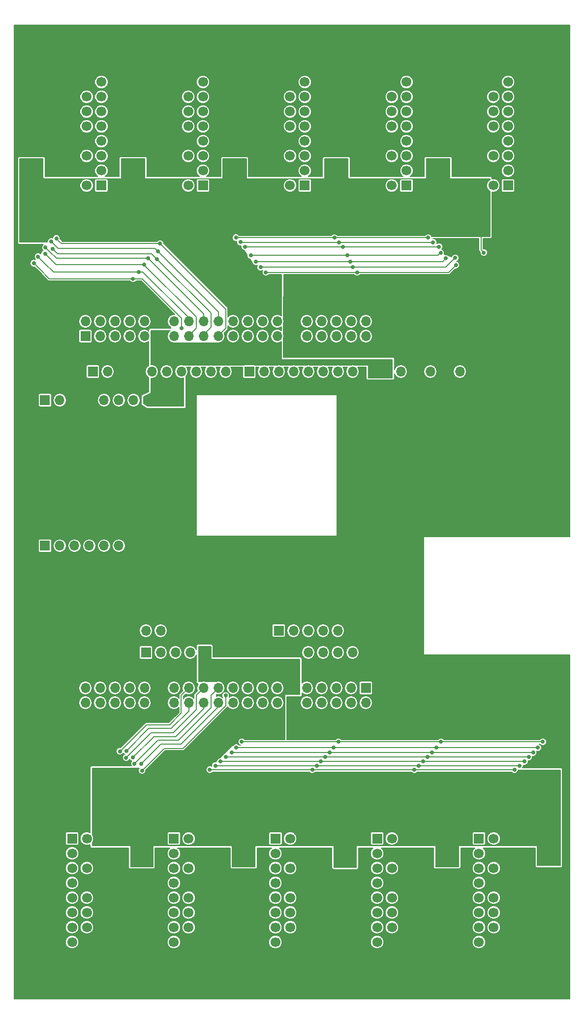
<source format=gbl>
G04 #@! TF.FileFunction,Copper,L2,Bot,Signal*
%FSLAX46Y46*%
G04 Gerber Fmt 4.6, Leading zero omitted, Abs format (unit mm)*
G04 Created by KiCad (PCBNEW 4.0.7-e2-6376~58~ubuntu16.04.1) date Fri Feb  9 15:47:21 2018*
%MOMM*%
%LPD*%
G01*
G04 APERTURE LIST*
%ADD10C,0.100000*%
%ADD11O,1.700000X1.700000*%
%ADD12R,1.700000X1.700000*%
%ADD13C,1.700000*%
%ADD14C,5.700000*%
%ADD15C,0.700000*%
%ADD16C,0.180000*%
%ADD17C,0.200000*%
G04 APERTURE END LIST*
D10*
D11*
X117610000Y-125240000D03*
X120150000Y-125240000D03*
X122690000Y-125240000D03*
X125230000Y-125240000D03*
D12*
X76960000Y-157230000D03*
D13*
X79500000Y-157230000D03*
X76960000Y-159770000D03*
X79500000Y-159770000D03*
X76960000Y-162310000D03*
X79500000Y-162310000D03*
X76960000Y-164850000D03*
X79500000Y-164850000D03*
X76960000Y-167390000D03*
X79500000Y-167390000D03*
X76960000Y-169930000D03*
X79500000Y-169930000D03*
X76960000Y-172470000D03*
X79500000Y-172470000D03*
X76960000Y-175010000D03*
X79500000Y-175010000D03*
D12*
X127510000Y-131340000D03*
D11*
X127510000Y-133880000D03*
X124970000Y-131340000D03*
X124970000Y-133880000D03*
X122430000Y-131340000D03*
X122430000Y-133880000D03*
X119890000Y-131340000D03*
X119890000Y-133880000D03*
X117350000Y-131340000D03*
X117350000Y-133880000D03*
X114810000Y-131340000D03*
X114810000Y-133880000D03*
X112270000Y-131340000D03*
X112270000Y-133880000D03*
X109730000Y-131340000D03*
X109730000Y-133880000D03*
X107190000Y-131340000D03*
X107190000Y-133880000D03*
X104650000Y-131340000D03*
X104650000Y-133880000D03*
X102110000Y-131340000D03*
X102110000Y-133880000D03*
X99570000Y-131340000D03*
X99570000Y-133880000D03*
X97030000Y-131340000D03*
X97030000Y-133880000D03*
X94490000Y-131340000D03*
X94490000Y-133880000D03*
X91950000Y-133880000D03*
X89410000Y-131340000D03*
X89410000Y-133880000D03*
X86870000Y-131340000D03*
X86870000Y-133880000D03*
X84330000Y-131340000D03*
X84330000Y-133880000D03*
X81790000Y-131340000D03*
X81790000Y-133880000D03*
X79250000Y-131340000D03*
X79250000Y-133880000D03*
D12*
X134500000Y-45000000D03*
D13*
X131960000Y-45000000D03*
X134500000Y-42460000D03*
X131960000Y-42460000D03*
X134500000Y-39920000D03*
X131960000Y-39920000D03*
X134500000Y-37380000D03*
X131960000Y-37380000D03*
X134500000Y-34840000D03*
X131960000Y-34840000D03*
X134500000Y-32300000D03*
X131960000Y-32300000D03*
X134500000Y-29760000D03*
X131960000Y-29760000D03*
X134500000Y-27220000D03*
X131960000Y-27220000D03*
D12*
X117000000Y-45000000D03*
D13*
X114460000Y-45000000D03*
X117000000Y-42460000D03*
X114460000Y-42460000D03*
X117000000Y-39920000D03*
X114460000Y-39920000D03*
X117000000Y-37380000D03*
X114460000Y-37380000D03*
X117000000Y-34840000D03*
X114460000Y-34840000D03*
X117000000Y-32300000D03*
X114460000Y-32300000D03*
X117000000Y-29760000D03*
X114460000Y-29760000D03*
X117000000Y-27220000D03*
X114460000Y-27220000D03*
D12*
X79250000Y-70890000D03*
D11*
X79250000Y-68350000D03*
X81790000Y-70890000D03*
X81790000Y-68350000D03*
X84330000Y-70890000D03*
X84330000Y-68350000D03*
X86870000Y-70890000D03*
X86870000Y-68350000D03*
X89410000Y-70890000D03*
X89410000Y-68350000D03*
X91950000Y-70890000D03*
X91950000Y-68350000D03*
X94490000Y-70890000D03*
X94490000Y-68350000D03*
X97030000Y-70890000D03*
X97030000Y-68350000D03*
X99570000Y-70890000D03*
X99570000Y-68350000D03*
X102110000Y-70890000D03*
X102110000Y-68350000D03*
X104650000Y-70890000D03*
X104650000Y-68350000D03*
X107190000Y-70890000D03*
X107190000Y-68350000D03*
X109730000Y-70890000D03*
X109730000Y-68350000D03*
X112270000Y-70890000D03*
X112270000Y-68350000D03*
X114810000Y-68350000D03*
X117350000Y-70890000D03*
X117350000Y-68350000D03*
X119890000Y-70890000D03*
X119890000Y-68350000D03*
X122430000Y-70890000D03*
X122430000Y-68350000D03*
X124970000Y-70890000D03*
X124970000Y-68350000D03*
X127510000Y-70890000D03*
X127510000Y-68350000D03*
D12*
X99500000Y-45000000D03*
D13*
X96960000Y-45000000D03*
X99500000Y-42460000D03*
X96960000Y-42460000D03*
X99500000Y-39920000D03*
X96960000Y-39920000D03*
X99500000Y-37380000D03*
X96960000Y-37380000D03*
X99500000Y-34840000D03*
X96960000Y-34840000D03*
X99500000Y-32300000D03*
X96960000Y-32300000D03*
X99500000Y-29760000D03*
X96960000Y-29760000D03*
X99500000Y-27220000D03*
X96960000Y-27220000D03*
D12*
X82000000Y-45000000D03*
D13*
X79460000Y-45000000D03*
X82000000Y-42460000D03*
X79460000Y-42460000D03*
X82000000Y-39920000D03*
X79460000Y-39920000D03*
X82000000Y-37380000D03*
X79460000Y-37380000D03*
X82000000Y-34840000D03*
X79460000Y-34840000D03*
X82000000Y-32300000D03*
X79460000Y-32300000D03*
X82000000Y-29760000D03*
X79460000Y-29760000D03*
X82000000Y-27220000D03*
X79460000Y-27220000D03*
D12*
X152000000Y-45000000D03*
D13*
X149460000Y-45000000D03*
X152000000Y-42460000D03*
X149460000Y-42460000D03*
X152000000Y-39920000D03*
X149460000Y-39920000D03*
X152000000Y-37380000D03*
X149460000Y-37380000D03*
X152000000Y-34840000D03*
X149460000Y-34840000D03*
X152000000Y-32300000D03*
X149460000Y-32300000D03*
X152000000Y-29760000D03*
X149460000Y-29760000D03*
X152000000Y-27220000D03*
X149460000Y-27220000D03*
D14*
X70000000Y-70000000D03*
X159650000Y-70000000D03*
X70000000Y-20400000D03*
X159650000Y-20400000D03*
D12*
X80520000Y-76980000D03*
D11*
X83060000Y-76980000D03*
X88140000Y-76980000D03*
X90680000Y-76980000D03*
X93220000Y-76980000D03*
X95760000Y-76980000D03*
X98300000Y-76980000D03*
X100840000Y-76980000D03*
X103380000Y-76980000D03*
D12*
X107450000Y-76980000D03*
D11*
X109990000Y-76980000D03*
X112530000Y-76980000D03*
X115070000Y-76980000D03*
X117610000Y-76980000D03*
X120150000Y-76980000D03*
X122690000Y-76980000D03*
X125230000Y-76980000D03*
D12*
X89670000Y-125240000D03*
D11*
X92210000Y-125240000D03*
X94750000Y-125240000D03*
X97290000Y-125240000D03*
X99830000Y-125240000D03*
X102370000Y-125240000D03*
X104910000Y-125240000D03*
D14*
X70000000Y-132230000D03*
X159650000Y-181830000D03*
X159650000Y-132230000D03*
X70000000Y-181830000D03*
D12*
X94460000Y-157230000D03*
D13*
X97000000Y-157230000D03*
X94460000Y-159770000D03*
X97000000Y-159770000D03*
X94460000Y-162310000D03*
X97000000Y-162310000D03*
X94460000Y-164850000D03*
X97000000Y-164850000D03*
X94460000Y-167390000D03*
X97000000Y-167390000D03*
X94460000Y-169930000D03*
X97000000Y-169930000D03*
X94460000Y-172470000D03*
X97000000Y-172470000D03*
X94460000Y-175010000D03*
X97000000Y-175010000D03*
D12*
X111960000Y-157230000D03*
D13*
X114500000Y-157230000D03*
X111960000Y-159770000D03*
X114500000Y-159770000D03*
X111960000Y-162310000D03*
X114500000Y-162310000D03*
X111960000Y-164850000D03*
X114500000Y-164850000D03*
X111960000Y-167390000D03*
X114500000Y-167390000D03*
X111960000Y-169930000D03*
X114500000Y-169930000D03*
X111960000Y-172470000D03*
X114500000Y-172470000D03*
X111960000Y-175010000D03*
X114500000Y-175010000D03*
D12*
X129460000Y-157230000D03*
D13*
X132000000Y-157230000D03*
X129460000Y-159770000D03*
X132000000Y-159770000D03*
X129460000Y-162310000D03*
X132000000Y-162310000D03*
X129460000Y-164850000D03*
X132000000Y-164850000D03*
X129460000Y-167390000D03*
X132000000Y-167390000D03*
X129460000Y-169930000D03*
X132000000Y-169930000D03*
X129460000Y-172470000D03*
X132000000Y-172470000D03*
X129460000Y-175010000D03*
X132000000Y-175010000D03*
D12*
X146960000Y-157230000D03*
D13*
X149500000Y-157230000D03*
X146960000Y-159770000D03*
X149500000Y-159770000D03*
X146960000Y-162310000D03*
X149500000Y-162310000D03*
X146960000Y-164850000D03*
X149500000Y-164850000D03*
X146960000Y-167390000D03*
X149500000Y-167390000D03*
X146960000Y-169930000D03*
X149500000Y-169930000D03*
X146960000Y-172470000D03*
X149500000Y-172470000D03*
X146960000Y-175010000D03*
X149500000Y-175010000D03*
D12*
X72300000Y-81900000D03*
D11*
X74840000Y-81900000D03*
X77380000Y-81900000D03*
X79920000Y-81900000D03*
X82460000Y-81900000D03*
X85000000Y-81900000D03*
X87540000Y-81900000D03*
X90080000Y-81900000D03*
X92620000Y-81900000D03*
X95160000Y-81900000D03*
D12*
X112530000Y-121500000D03*
D11*
X115070000Y-121500000D03*
X117610000Y-121500000D03*
X120150000Y-121500000D03*
X122690000Y-121500000D03*
X125230000Y-121500000D03*
D12*
X131000000Y-76980000D03*
D11*
X133540000Y-76980000D03*
X136080000Y-76980000D03*
X138620000Y-76980000D03*
X141160000Y-76980000D03*
X143700000Y-76980000D03*
D12*
X72300000Y-106900000D03*
D11*
X74840000Y-106900000D03*
X77380000Y-106900000D03*
X79920000Y-106900000D03*
X82460000Y-106900000D03*
X85000000Y-106900000D03*
X87540000Y-106900000D03*
X90080000Y-106900000D03*
X92620000Y-106900000D03*
X95160000Y-106900000D03*
D14*
X94920000Y-93100000D03*
X125920000Y-93100000D03*
D12*
X84590000Y-121500000D03*
D11*
X87130000Y-121500000D03*
X89670000Y-121500000D03*
X92210000Y-121500000D03*
D15*
X119550000Y-128840000D03*
X119550000Y-127540000D03*
X74260000Y-144560000D03*
X86270000Y-73970000D03*
X87230000Y-74860000D03*
X87240000Y-73030000D03*
X162230000Y-139740000D03*
X162230000Y-177740000D03*
X162230000Y-175740000D03*
X162230000Y-173740000D03*
X162230000Y-171740000D03*
X162230000Y-169740000D03*
X162230000Y-167740000D03*
X162230000Y-165740000D03*
X162230000Y-143740000D03*
X162230000Y-141690000D03*
X162230000Y-137740000D03*
X162230000Y-135740000D03*
X162230000Y-128990000D03*
X162230000Y-127000000D03*
X162230000Y-74040000D03*
X162230000Y-104040000D03*
X162230000Y-102040000D03*
X162230000Y-100040000D03*
X162230000Y-98040000D03*
X162230000Y-96040000D03*
X162230000Y-94040000D03*
X162230000Y-92040000D03*
X162230000Y-90040000D03*
X162230000Y-88040000D03*
X162230000Y-86040000D03*
X162230000Y-80040000D03*
X162225000Y-84040000D03*
X162225000Y-81990000D03*
X162225000Y-78040000D03*
X162225000Y-76040000D03*
X155650000Y-184390000D03*
X153650000Y-184390000D03*
X151650000Y-184390000D03*
X149650000Y-184390000D03*
X147650000Y-184390000D03*
X145650000Y-184390000D03*
X143650000Y-184390000D03*
X141650000Y-184390000D03*
X139650000Y-184390000D03*
X137650000Y-184390000D03*
X135650000Y-184390000D03*
X133650000Y-184390000D03*
X131650000Y-184390000D03*
X129650000Y-184390000D03*
X127650000Y-184390000D03*
X125650000Y-184390000D03*
X123650000Y-184390000D03*
X121650000Y-184390000D03*
X119650000Y-184390000D03*
X117650000Y-184390000D03*
X115650000Y-184390000D03*
X113650000Y-184390000D03*
X111650000Y-184390000D03*
X109650000Y-184390000D03*
X107650000Y-184390000D03*
X105650000Y-184390000D03*
X103650000Y-184390000D03*
X101650000Y-184390000D03*
X99650000Y-184390000D03*
X97650000Y-184390000D03*
X95650000Y-184390000D03*
X93650000Y-184390000D03*
X91650000Y-184390000D03*
X89650000Y-184390000D03*
X87650000Y-184390000D03*
X85650000Y-184390000D03*
X83650000Y-184390000D03*
X81650000Y-184390000D03*
X79650000Y-184390000D03*
X77650000Y-184390000D03*
X75650000Y-184390000D03*
X73650000Y-184390000D03*
X67450000Y-137940000D03*
X115450000Y-71690000D03*
X114200000Y-71690000D03*
X115400000Y-70540000D03*
X114200000Y-70540000D03*
X67450000Y-177940000D03*
X67450000Y-175940000D03*
X67450000Y-173940000D03*
X67450000Y-171940000D03*
X67450000Y-169940000D03*
X67450000Y-167940000D03*
X67450000Y-165940000D03*
X67450000Y-163940000D03*
X67450000Y-161940000D03*
X67450000Y-159940000D03*
X67450000Y-157940000D03*
X67450000Y-155940000D03*
X67450000Y-153940000D03*
X67450000Y-151940000D03*
X67450000Y-149940000D03*
X67450000Y-147940000D03*
X67450000Y-145940000D03*
X67450000Y-143940000D03*
X67450000Y-141940000D03*
X67450000Y-139940000D03*
X67450000Y-135940000D03*
X67450000Y-127940000D03*
X67450000Y-125940000D03*
X67450000Y-123940000D03*
X67450000Y-121940000D03*
X67450000Y-119940000D03*
X67450000Y-117940000D03*
X67450000Y-115940000D03*
X67450000Y-113940000D03*
X67450000Y-111940000D03*
X67450000Y-109940000D03*
X67450000Y-107940000D03*
X67450000Y-105940000D03*
X67450000Y-103940000D03*
X67450000Y-101940000D03*
X67450000Y-99940000D03*
X67450000Y-97940000D03*
X67450000Y-95940000D03*
X67450000Y-93940000D03*
X67450000Y-91940000D03*
X67450000Y-89940000D03*
X67450000Y-87940000D03*
X67450000Y-85940000D03*
X67450000Y-83940000D03*
X67450000Y-81940000D03*
X67450000Y-79940000D03*
X67450000Y-77940000D03*
X67450000Y-75940000D03*
X67450000Y-73940000D03*
X160050000Y-27440000D03*
X155050000Y-27440000D03*
X87550000Y-27440000D03*
X92550000Y-27440000D03*
X140050000Y-27440000D03*
X145050000Y-27440000D03*
X127550000Y-27440000D03*
X122550000Y-27440000D03*
X105050000Y-27440000D03*
X110050000Y-27440000D03*
X77550000Y-27440000D03*
X72550000Y-27440000D03*
X75050000Y-174940000D03*
X70050000Y-174940000D03*
X160050000Y-174940000D03*
X155050000Y-174940000D03*
X145050000Y-174940000D03*
X140050000Y-174940000D03*
X135050000Y-174940000D03*
X125050000Y-174940000D03*
X120050000Y-174940000D03*
X110050000Y-174940000D03*
X105050000Y-174940000D03*
X100050000Y-174940000D03*
X90050000Y-174940000D03*
X85050000Y-174940000D03*
X99050000Y-164690000D03*
X99050000Y-163440000D03*
X99050000Y-162190000D03*
X99050000Y-160940000D03*
X99050000Y-159690000D03*
X148300000Y-160940000D03*
X130800000Y-160940000D03*
X153050000Y-164690000D03*
X151800000Y-164690000D03*
X151800000Y-163440000D03*
X153050000Y-163440000D03*
X153050000Y-162190000D03*
X151800000Y-162190000D03*
X151800000Y-160940000D03*
X153050000Y-160940000D03*
X153050000Y-159690000D03*
X151800000Y-159690000D03*
X135300000Y-164690000D03*
X134050000Y-164690000D03*
X134050000Y-163440000D03*
X135300000Y-163440000D03*
X135300000Y-162190000D03*
X134050000Y-162190000D03*
X134050000Y-160940000D03*
X135300000Y-160940000D03*
X135300000Y-159690000D03*
X134050000Y-159690000D03*
X113300000Y-160940000D03*
X95800000Y-160940000D03*
X78300000Y-160940000D03*
X117550000Y-164690000D03*
X116300000Y-164690000D03*
X116300000Y-163440000D03*
X117550000Y-163440000D03*
X117550000Y-162190000D03*
X116300000Y-162190000D03*
X116300000Y-160940000D03*
X117550000Y-160940000D03*
X117550000Y-159690000D03*
X116300000Y-159690000D03*
X100300000Y-164690000D03*
X100300000Y-163440000D03*
X100300000Y-162190000D03*
X100300000Y-160940000D03*
X100300000Y-159690000D03*
X82800000Y-164940000D03*
X82800000Y-163690000D03*
X82800000Y-162440000D03*
X82800000Y-161190000D03*
X82800000Y-159940000D03*
X81550000Y-164940000D03*
X81550000Y-163690000D03*
X81550000Y-162440000D03*
X81550000Y-161190000D03*
X81550000Y-159940000D03*
X78550000Y-140240000D03*
X77850000Y-139540000D03*
X78550000Y-138740000D03*
X77850000Y-138040000D03*
X84050000Y-139940000D03*
X85050000Y-138940000D03*
X86050000Y-137940000D03*
X82050000Y-139940000D03*
X83050000Y-138940000D03*
X85050000Y-136940000D03*
X116000000Y-133190000D03*
X116100000Y-139890000D03*
X148050000Y-139440000D03*
X148050000Y-138440000D03*
X148050000Y-137440000D03*
X144050000Y-138940000D03*
X143050000Y-137940000D03*
X142050000Y-138940000D03*
X142050000Y-136940000D03*
X141050000Y-137940000D03*
X140050000Y-138940000D03*
X140050000Y-136940000D03*
X139050000Y-137940000D03*
X138050000Y-138940000D03*
X138050000Y-136940000D03*
X137050000Y-137940000D03*
X136050000Y-136940000D03*
X135050000Y-137940000D03*
X136050000Y-138940000D03*
X134050000Y-138940000D03*
X134050000Y-136940000D03*
X131150000Y-139840000D03*
X130550000Y-139240000D03*
X129650000Y-138840000D03*
X118750000Y-137640000D03*
X117350000Y-137640000D03*
X117650000Y-136640000D03*
X116350000Y-136640000D03*
X116750000Y-135740000D03*
X115550000Y-135740000D03*
X115950000Y-134840000D03*
X91100000Y-131390000D03*
X92050000Y-130690000D03*
X92600000Y-131940000D03*
X90600000Y-132690000D03*
X91850000Y-136290000D03*
X92850000Y-136040000D03*
X92050000Y-135390000D03*
X91100000Y-135440000D03*
X75000000Y-143190000D03*
X160550000Y-163440000D03*
X159550000Y-163440000D03*
X143150000Y-163340000D03*
X142050000Y-163340000D03*
X125650000Y-163440000D03*
X124550000Y-163440000D03*
X107050000Y-163240000D03*
X108050000Y-163240000D03*
X90550000Y-163240000D03*
X89450000Y-163240000D03*
X162225000Y-31890000D03*
X162225000Y-65940000D03*
X162225000Y-63940000D03*
X162225000Y-61940000D03*
X162225000Y-59940000D03*
X162225000Y-57940000D03*
X162225000Y-55940000D03*
X162225000Y-53940000D03*
X162225000Y-51940000D03*
X162225000Y-49940000D03*
X162225000Y-47940000D03*
X162225000Y-45940000D03*
X162225000Y-43940000D03*
X162225000Y-41940000D03*
X162225000Y-39940000D03*
X162225000Y-37940000D03*
X162225000Y-35940000D03*
X162225000Y-33940000D03*
X162225000Y-29940000D03*
X162225000Y-27940000D03*
X162225000Y-25940000D03*
X67450000Y-56140000D03*
X67450000Y-58140000D03*
X67450000Y-60140000D03*
X67450000Y-62140000D03*
X67450000Y-64140000D03*
X67450000Y-66140000D03*
X67450000Y-38140000D03*
X67450000Y-36140000D03*
X67450000Y-34140000D03*
X67450000Y-32140000D03*
X67450000Y-30140000D03*
X67450000Y-28140000D03*
X67450000Y-26140000D03*
X155850000Y-17790000D03*
X153850000Y-17790000D03*
X151850000Y-17790000D03*
X149850000Y-17790000D03*
X147850000Y-17790000D03*
X145850000Y-17790000D03*
X143850000Y-17790000D03*
X141850000Y-17790000D03*
X139850000Y-17790000D03*
X137850000Y-17790000D03*
X135850000Y-17790000D03*
X133850000Y-17790000D03*
X131850000Y-17790000D03*
X129850000Y-17790000D03*
X127850000Y-17790000D03*
X125850000Y-17790000D03*
X123850000Y-17790000D03*
X121850000Y-17790000D03*
X119850000Y-17790000D03*
X117850000Y-17790000D03*
X115850000Y-17790000D03*
X113850000Y-17790000D03*
X111850000Y-17790000D03*
X109850000Y-17790000D03*
X107850000Y-17790000D03*
X105850000Y-17790000D03*
X103850000Y-17790000D03*
X101850000Y-17790000D03*
X99850000Y-17790000D03*
X97850000Y-17790000D03*
X95850000Y-17790000D03*
X93850000Y-17790000D03*
X91850000Y-17790000D03*
X89850000Y-17790000D03*
X87850000Y-17790000D03*
X85850000Y-17790000D03*
X83850000Y-17790000D03*
X81850000Y-17790000D03*
X79850000Y-17790000D03*
X77850000Y-17790000D03*
X75850000Y-17790000D03*
X73850000Y-17790000D03*
X67450000Y-24140000D03*
X98225000Y-41190000D03*
X92250000Y-66790000D03*
X90700000Y-69090000D03*
X96075000Y-38690000D03*
X96075000Y-41190000D03*
X115750000Y-60740000D03*
X133650000Y-62740000D03*
X132850000Y-62740000D03*
X133650000Y-61940000D03*
X132850000Y-61940000D03*
X130150000Y-60740000D03*
X128850000Y-60740000D03*
X127550000Y-60740000D03*
X142050000Y-62190000D03*
X142050000Y-60690000D03*
X85050000Y-64190000D03*
X146300000Y-42440000D03*
X147550000Y-42440000D03*
X147550000Y-41190000D03*
X146300000Y-41190000D03*
X146300000Y-39940000D03*
X147550000Y-39940000D03*
X147550000Y-38690000D03*
X146300000Y-38690000D03*
X146300000Y-37440000D03*
X147550000Y-37440000D03*
X128800000Y-42440000D03*
X130050000Y-42440000D03*
X130050000Y-41190000D03*
X128800000Y-41190000D03*
X128800000Y-39940000D03*
X130050000Y-39940000D03*
X130050000Y-38690000D03*
X128800000Y-38690000D03*
X128800000Y-37440000D03*
X130050000Y-37440000D03*
X111300000Y-42440000D03*
X112550000Y-42440000D03*
X112550000Y-41190000D03*
X111300000Y-41190000D03*
X111300000Y-39940000D03*
X112550000Y-39940000D03*
X112550000Y-38690000D03*
X111300000Y-38690000D03*
X111300000Y-37440000D03*
X112550000Y-37440000D03*
X95050000Y-42440000D03*
X93800000Y-42440000D03*
X93800000Y-37440000D03*
X93800000Y-41190000D03*
X95050000Y-41190000D03*
X95050000Y-39940000D03*
X93800000Y-39940000D03*
X93800000Y-38690000D03*
X95050000Y-38690000D03*
X95050000Y-37440000D03*
X76300000Y-42440000D03*
X77550000Y-42440000D03*
X77550000Y-41190000D03*
X76300000Y-41190000D03*
X76300000Y-39940000D03*
X77550000Y-39940000D03*
X77550000Y-38690000D03*
X76300000Y-38690000D03*
X76300000Y-37440000D03*
X77550000Y-37440000D03*
X116875000Y-64790000D03*
X118025000Y-63640000D03*
X153750000Y-58915000D03*
X154525000Y-57665000D03*
X145725000Y-55915000D03*
X145725000Y-54740000D03*
X83800000Y-62890000D03*
X85050000Y-62940000D03*
X86300000Y-62940000D03*
X86300000Y-61790000D03*
X85050000Y-61790000D03*
X83800000Y-61790000D03*
X118650000Y-62140000D03*
X120250000Y-62140000D03*
X124450000Y-60740000D03*
X123050000Y-60740000D03*
X121650000Y-60740000D03*
X120250000Y-60740000D03*
X118750000Y-60740000D03*
X136150000Y-62190000D03*
X137550000Y-62190000D03*
X139050000Y-62190000D03*
X140550000Y-62190000D03*
X140550000Y-60690000D03*
X139050000Y-60690000D03*
X137550000Y-60690000D03*
X136150000Y-60690000D03*
X91925000Y-65240000D03*
X90825000Y-65265000D03*
X139450000Y-38965000D03*
X138525000Y-38965000D03*
X121950000Y-38965000D03*
X121050000Y-38965000D03*
X104425000Y-38940000D03*
X103500000Y-38940000D03*
X86900000Y-38915000D03*
X85950000Y-38915000D03*
X92725000Y-65890000D03*
X90250000Y-66165000D03*
X90325000Y-67115000D03*
X69450000Y-38940000D03*
X68550000Y-38940000D03*
X115750000Y-130140000D03*
X111950000Y-129540000D03*
X111950000Y-128440000D03*
X111950000Y-127340000D03*
X113150000Y-127340000D03*
X113150000Y-128440000D03*
X113150000Y-129540000D03*
X160050000Y-161490000D03*
X160550000Y-160715000D03*
X160550000Y-159815000D03*
X142600000Y-161490000D03*
X143050000Y-160665000D03*
X143075000Y-159815000D03*
X125100000Y-161515000D03*
X125500000Y-160665000D03*
X125550000Y-159815000D03*
X107550000Y-161465000D03*
X108025000Y-160765000D03*
X108050000Y-159840000D03*
X151475000Y-150890000D03*
X151725000Y-149690000D03*
X134000000Y-150890000D03*
X134175000Y-149690000D03*
X116500000Y-150940000D03*
X116675000Y-149740000D03*
X99000000Y-150940000D03*
X99200000Y-149740000D03*
X89975000Y-161440000D03*
X90500000Y-160715000D03*
X90500000Y-159815000D03*
X81500000Y-150890000D03*
X81725000Y-149890000D03*
X159900000Y-155690000D03*
X142400000Y-155740000D03*
X124900000Y-155690000D03*
X107400000Y-155690000D03*
X89900000Y-155840000D03*
X150950000Y-146140000D03*
X133400000Y-146090000D03*
X115500000Y-146240000D03*
X81150000Y-145990000D03*
X98650000Y-145990000D03*
X94350000Y-73390000D03*
X94350000Y-74640000D03*
X93150000Y-74640000D03*
X93100000Y-73340000D03*
X92750000Y-72190000D03*
X91100000Y-72190000D03*
X68960000Y-48620000D03*
X95175000Y-56665000D03*
X147800000Y-56540000D03*
X139075000Y-46465000D03*
X86575000Y-46515000D03*
X104075000Y-46515000D03*
X121575000Y-46515000D03*
X147350000Y-52565000D03*
X146925000Y-51815000D03*
X147600000Y-51265000D03*
X129850000Y-52565000D03*
X129350000Y-51815000D03*
X130075000Y-51265000D03*
X112325000Y-52565000D03*
X111900000Y-51765000D03*
X112625000Y-51290000D03*
X94825000Y-52590000D03*
X94300000Y-51790000D03*
X95100000Y-51240000D03*
X78150000Y-54315000D03*
X77300000Y-52540000D03*
X76750000Y-51715000D03*
X77475000Y-51240000D03*
X86625000Y-40965000D03*
X69125000Y-40915000D03*
X121700000Y-41090000D03*
X121025000Y-41390000D03*
X121025000Y-42365000D03*
X139200000Y-41140000D03*
X138475000Y-41390000D03*
X138525000Y-42340000D03*
X104250000Y-41109321D03*
X103500000Y-42340000D03*
X103500000Y-41265000D03*
X85950000Y-41365000D03*
X85950000Y-42265000D03*
X68450000Y-41240000D03*
X68450000Y-42140000D03*
X105925000Y-54740000D03*
X71100000Y-57240000D03*
X122900000Y-54790000D03*
X139100000Y-54790000D03*
X88400000Y-59890000D03*
X105175000Y-53965000D03*
X70375000Y-58365000D03*
X95780000Y-69540000D03*
X87450000Y-61040000D03*
X122100000Y-53990000D03*
X138250000Y-53990000D03*
X106700000Y-55540000D03*
X140100000Y-55540000D03*
X72325000Y-56715000D03*
X123600000Y-55540000D03*
X89400000Y-58590000D03*
X72375000Y-55665000D03*
X140400000Y-56590000D03*
X107700000Y-57040000D03*
X124350000Y-57040000D03*
X90050000Y-57540000D03*
X142900000Y-57440000D03*
X73375000Y-54640000D03*
X125250000Y-59040000D03*
X109400000Y-59040000D03*
X91700000Y-56340000D03*
X73625000Y-55915000D03*
X124850000Y-58090000D03*
X108550000Y-58090000D03*
X141300000Y-57540000D03*
X91600000Y-57690000D03*
X74275000Y-54115000D03*
X126000000Y-59940000D03*
X143000000Y-58690000D03*
X110300000Y-59940000D03*
X92100000Y-54990000D03*
X156300000Y-142440000D03*
X138900000Y-142440000D03*
X121250000Y-142440000D03*
X104400000Y-142440000D03*
X87700000Y-144340000D03*
X157100000Y-141590000D03*
X139650000Y-141590000D03*
X122000000Y-141590000D03*
X105200000Y-141590000D03*
X88850000Y-144390000D03*
X154800000Y-143990000D03*
X137350000Y-143990000D03*
X119800000Y-143990000D03*
X102500000Y-143990000D03*
X86250000Y-143340000D03*
X155550000Y-143190000D03*
X138100000Y-143190000D03*
X120500000Y-143190000D03*
X103450000Y-143190000D03*
X87450000Y-143290000D03*
X153100000Y-145390000D03*
X135850000Y-145390000D03*
X118300000Y-145390000D03*
X100650000Y-145390000D03*
X85200000Y-142240000D03*
X153950000Y-144690000D03*
X136600000Y-144690000D03*
X119050000Y-144690000D03*
X101600000Y-144690000D03*
X86300000Y-142140000D03*
X157950000Y-140590000D03*
X140450000Y-140590000D03*
X122800000Y-140590000D03*
X106150000Y-140590000D03*
X89000000Y-145540000D03*
X103400000Y-132640000D03*
D16*
X119550000Y-127540000D02*
X119550000Y-128840000D01*
X87240000Y-73030000D02*
X87240000Y-74850000D01*
X87240000Y-74850000D02*
X87230000Y-74860000D01*
X162230000Y-141690000D02*
X162230000Y-143740000D01*
X162230000Y-165740000D02*
X162230000Y-167740000D01*
X162230000Y-173740000D02*
X162230000Y-175740000D01*
X162230000Y-169740000D02*
X162230000Y-171740000D01*
X162230000Y-135740000D02*
X162230000Y-137740000D01*
X162230000Y-127000000D02*
X162230000Y-129000000D01*
X162225000Y-80040000D02*
X162225000Y-82040000D01*
X162225000Y-94040000D02*
X162225000Y-96040000D01*
X162225000Y-90040000D02*
X162225000Y-92040000D01*
X162225000Y-86040000D02*
X162225000Y-88040000D01*
X162225000Y-76040000D02*
X162225000Y-78040000D01*
X162225000Y-81990000D02*
X162225000Y-84040000D01*
X162225000Y-98040000D02*
X162225000Y-100040000D01*
X162225000Y-102040000D02*
X162225000Y-104040000D01*
X83650000Y-184390000D02*
X85650000Y-184390000D01*
X91650000Y-184390000D02*
X93650000Y-184390000D01*
X95650000Y-184390000D02*
X97650000Y-184390000D01*
X87650000Y-184390000D02*
X89650000Y-184390000D01*
X99650000Y-184390000D02*
X101650000Y-184390000D01*
X75650000Y-184390000D02*
X77650000Y-184390000D01*
X79650000Y-184390000D02*
X81650000Y-184390000D01*
X135650000Y-184390000D02*
X137650000Y-184390000D01*
X139650000Y-184390000D02*
X141650000Y-184390000D01*
X151650000Y-184390000D02*
X153650000Y-184390000D01*
X147650000Y-184390000D02*
X149650000Y-184390000D01*
X143650000Y-184390000D02*
X145650000Y-184390000D01*
X103650000Y-184390000D02*
X105650000Y-184390000D01*
X107650000Y-184390000D02*
X109650000Y-184390000D01*
X127650000Y-184390000D02*
X129650000Y-184390000D01*
X131650000Y-184390000D02*
X133650000Y-184390000D01*
X123650000Y-184390000D02*
X125650000Y-184390000D01*
X111650000Y-184390000D02*
X113650000Y-184390000D01*
X115650000Y-184390000D02*
X117650000Y-184390000D01*
X119650000Y-184390000D02*
X121650000Y-184390000D01*
X67450000Y-137940000D02*
X67450000Y-139940000D01*
X114200000Y-70540000D02*
X114200000Y-71690000D01*
X114200000Y-70540000D02*
X115400000Y-70540000D01*
X67450000Y-135940000D02*
X67150001Y-135640001D01*
X67150001Y-135640001D02*
X67150001Y-135079999D01*
X67150001Y-135079999D02*
X70000000Y-132230000D01*
X67450000Y-175940000D02*
X67450000Y-173940000D01*
X67450000Y-171940000D02*
X67450000Y-169940000D01*
X67450000Y-163940000D02*
X67450000Y-161940000D01*
X67450000Y-167940000D02*
X67450000Y-165940000D01*
X67450000Y-159940000D02*
X67450000Y-157940000D01*
X67450000Y-151940000D02*
X67450000Y-149940000D01*
X67450000Y-155940000D02*
X67450000Y-153940000D01*
X67450000Y-119940000D02*
X67450000Y-117940000D01*
X67450000Y-115940000D02*
X67450000Y-113940000D01*
X67450000Y-121940000D02*
X67450000Y-119940000D01*
X67450000Y-125940000D02*
X67450000Y-123940000D01*
X67450000Y-147940000D02*
X67450000Y-145940000D01*
X67450000Y-143940000D02*
X67450000Y-141940000D01*
X67450000Y-111940000D02*
X67450000Y-109940000D01*
X67450000Y-103940000D02*
X67450000Y-101940000D01*
X67450000Y-107940000D02*
X67450000Y-105940000D01*
X67450000Y-101940000D02*
X67450000Y-99940000D01*
X67450000Y-97940000D02*
X67450000Y-95940000D01*
X67450000Y-89940000D02*
X67450000Y-87940000D01*
X67450000Y-93940000D02*
X67450000Y-91940000D01*
X67450000Y-85940000D02*
X67450000Y-83940000D01*
X67450000Y-75940000D02*
X67450000Y-73940000D01*
X67450000Y-83940000D02*
X67450000Y-81940000D01*
X67450000Y-79940000D02*
X67450000Y-77940000D01*
X155050000Y-27440000D02*
X160050000Y-27440000D01*
X92550000Y-27440000D02*
X87550000Y-27440000D01*
X145050000Y-27440000D02*
X140050000Y-27440000D01*
X70050000Y-174940000D02*
X75050000Y-174940000D01*
X155050000Y-174940000D02*
X160050000Y-174940000D01*
X140050000Y-174940000D02*
X145050000Y-174940000D01*
X132000000Y-175010000D02*
X134980000Y-175010000D01*
X134980000Y-175010000D02*
X135050000Y-174940000D01*
X114500000Y-175010000D02*
X119980000Y-175010000D01*
X119980000Y-175010000D02*
X120050000Y-174940000D01*
X100050000Y-174940000D02*
X105050000Y-174940000D01*
X85050000Y-174940000D02*
X90050000Y-174940000D01*
X99050000Y-164690000D02*
X100300000Y-164690000D01*
X99050000Y-162190000D02*
X99050000Y-163440000D01*
X99050000Y-159690000D02*
X99050000Y-160940000D01*
X151800000Y-164690000D02*
X153050000Y-164690000D01*
X153050000Y-163440000D02*
X151800000Y-163440000D01*
X151800000Y-162190000D02*
X153050000Y-162190000D01*
X153050000Y-160940000D02*
X151800000Y-160940000D01*
X151800000Y-159690000D02*
X153050000Y-159690000D01*
X134050000Y-164690000D02*
X135300000Y-164690000D01*
X135300000Y-163440000D02*
X134050000Y-163440000D01*
X134050000Y-162190000D02*
X135300000Y-162190000D01*
X135300000Y-160940000D02*
X134050000Y-160940000D01*
X134050000Y-159690000D02*
X135300000Y-159690000D01*
X116300000Y-164690000D02*
X117550000Y-164690000D01*
X116300000Y-162190000D02*
X117550000Y-162190000D01*
X117550000Y-160940000D02*
X116300000Y-160940000D01*
X116300000Y-159690000D02*
X117550000Y-159690000D01*
X100300000Y-163440000D02*
X100300000Y-164690000D01*
X100300000Y-160940000D02*
X100300000Y-162190000D01*
X82800000Y-163690000D02*
X82800000Y-164940000D01*
X82800000Y-161190000D02*
X82800000Y-162440000D01*
X81550000Y-159940000D02*
X82800000Y-159940000D01*
X81550000Y-162440000D02*
X81550000Y-163690000D01*
X81550000Y-159940000D02*
X81550000Y-161190000D01*
X78550000Y-138740000D02*
X78550000Y-138840000D01*
X78550000Y-138840000D02*
X77850000Y-139540000D01*
X79750000Y-139940000D02*
X78550000Y-138740000D01*
X78550000Y-138740000D02*
X77850000Y-138040000D01*
X82050000Y-139940000D02*
X79750000Y-139940000D01*
X85050000Y-138940000D02*
X84050000Y-139940000D01*
X85050000Y-136940000D02*
X86050000Y-137940000D01*
X82050000Y-139940000D02*
X83050000Y-138940000D01*
X83050000Y-138940000D02*
X84050000Y-137940000D01*
X84050000Y-137940000D02*
X85050000Y-136940000D01*
X91100000Y-135440000D02*
X86550000Y-135440000D01*
X86550000Y-135440000D02*
X85050000Y-136940000D01*
X117350000Y-137640000D02*
X117350000Y-138640000D01*
X117350000Y-138640000D02*
X116100000Y-139890000D01*
X148050000Y-138440000D02*
X148050000Y-139440000D01*
X144050000Y-138940000D02*
X146550000Y-138940000D01*
X146550000Y-138940000D02*
X148050000Y-137440000D01*
X142050000Y-138940000D02*
X143050000Y-137940000D01*
X141050000Y-137940000D02*
X142050000Y-136940000D01*
X139050000Y-137940000D02*
X140050000Y-136940000D01*
X138050000Y-136940000D02*
X138050000Y-138940000D01*
X136050000Y-136940000D02*
X137050000Y-137940000D01*
X136050000Y-138940000D02*
X135050000Y-137940000D01*
X134050000Y-138940000D02*
X136050000Y-138940000D01*
X134050000Y-136940000D02*
X134050000Y-138940000D01*
X131150000Y-139840000D02*
X134050000Y-136940000D01*
X130550000Y-139240000D02*
X131150000Y-139840000D01*
X118750000Y-137640000D02*
X128450000Y-137640000D01*
X128450000Y-137640000D02*
X129650000Y-138840000D01*
X117650000Y-136640000D02*
X117650000Y-137340000D01*
X117650000Y-137340000D02*
X117350000Y-137640000D01*
X116750000Y-135740000D02*
X116750000Y-136240000D01*
X116750000Y-136240000D02*
X116350000Y-136640000D01*
X115950000Y-134840000D02*
X115950000Y-135340000D01*
X115950000Y-135340000D02*
X115550000Y-135740000D01*
X92050000Y-130690000D02*
X91800000Y-130690000D01*
X91800000Y-130690000D02*
X91100000Y-131390000D01*
X90600000Y-132690000D02*
X91850000Y-132690000D01*
X91850000Y-132690000D02*
X92600000Y-131940000D01*
X92850000Y-136040000D02*
X92100000Y-136040000D01*
X92100000Y-136040000D02*
X91850000Y-136290000D01*
X91100000Y-135440000D02*
X92000000Y-135440000D01*
X92000000Y-135440000D02*
X92050000Y-135390000D01*
X162225000Y-31890000D02*
X162225000Y-33940000D01*
X162225000Y-63940000D02*
X162225000Y-65940000D01*
X162225000Y-59940000D02*
X162225000Y-61940000D01*
X162225000Y-55940000D02*
X162225000Y-57940000D01*
X162225000Y-51940000D02*
X162225000Y-53940000D01*
X162225000Y-47940000D02*
X162225000Y-49940000D01*
X162225000Y-43940000D02*
X162225000Y-45940000D01*
X162225000Y-39940000D02*
X162225000Y-41940000D01*
X162225000Y-35940000D02*
X162225000Y-37940000D01*
X162225000Y-25940000D02*
X162225000Y-27940000D01*
X67450000Y-58140000D02*
X67450000Y-56140000D01*
X67450000Y-62140000D02*
X67450000Y-60140000D01*
X67450000Y-66140000D02*
X67450000Y-64140000D01*
X67450000Y-36140000D02*
X67450000Y-38140000D01*
X67450000Y-32140000D02*
X67450000Y-34140000D01*
X67450000Y-28140000D02*
X67450000Y-30140000D01*
X67450000Y-24140000D02*
X67450000Y-26140000D01*
X151850000Y-17790000D02*
X153850000Y-17790000D01*
X147850000Y-17790000D02*
X149850000Y-17790000D01*
X143850000Y-17790000D02*
X145850000Y-17790000D01*
X139850000Y-17790000D02*
X141850000Y-17790000D01*
X135850000Y-17790000D02*
X137850000Y-17790000D01*
X131850000Y-17790000D02*
X133850000Y-17790000D01*
X127850000Y-17790000D02*
X129850000Y-17790000D01*
X123850000Y-17790000D02*
X125850000Y-17790000D01*
X119850000Y-17790000D02*
X121850000Y-17790000D01*
X115850000Y-17790000D02*
X117850000Y-17790000D01*
X111850000Y-17790000D02*
X113850000Y-17790000D01*
X107850000Y-17790000D02*
X109850000Y-17790000D01*
X103850000Y-17790000D02*
X105850000Y-17790000D01*
X99850000Y-17790000D02*
X101850000Y-17790000D01*
X95850000Y-17790000D02*
X97850000Y-17790000D01*
X91850000Y-17790000D02*
X93850000Y-17790000D01*
X87850000Y-17790000D02*
X89850000Y-17790000D01*
X83850000Y-17790000D02*
X85850000Y-17790000D01*
X79850000Y-17790000D02*
X81850000Y-17790000D01*
X75850000Y-17790000D02*
X77850000Y-17790000D01*
X132850000Y-62740000D02*
X133650000Y-62740000D01*
X127550000Y-60740000D02*
X128850000Y-60740000D01*
X142050000Y-60690000D02*
X142050000Y-62190000D01*
X147550000Y-42440000D02*
X146300000Y-42440000D01*
X146300000Y-41190000D02*
X147550000Y-41190000D01*
X147550000Y-39940000D02*
X146300000Y-39940000D01*
X146300000Y-38690000D02*
X147550000Y-38690000D01*
X147550000Y-37440000D02*
X146300000Y-37440000D01*
X130050000Y-42440000D02*
X128800000Y-42440000D01*
X128800000Y-41190000D02*
X130050000Y-41190000D01*
X130050000Y-39940000D02*
X128800000Y-39940000D01*
X128800000Y-38690000D02*
X130050000Y-38690000D01*
X130050000Y-37440000D02*
X128800000Y-37440000D01*
X112550000Y-42440000D02*
X111300000Y-42440000D01*
X111300000Y-41190000D02*
X112550000Y-41190000D01*
X112550000Y-39940000D02*
X111300000Y-39940000D01*
X111300000Y-38690000D02*
X112550000Y-38690000D01*
X112550000Y-37440000D02*
X111300000Y-37440000D01*
X77550000Y-42440000D02*
X76300000Y-42440000D01*
X76300000Y-41190000D02*
X77550000Y-41190000D01*
X77550000Y-39940000D02*
X76300000Y-39940000D01*
X76300000Y-38690000D02*
X77550000Y-38690000D01*
X77550000Y-37440000D02*
X76300000Y-37440000D01*
X118025000Y-63640000D02*
X116875000Y-64790000D01*
X145725000Y-54740000D02*
X145725000Y-55915000D01*
X85050000Y-62940000D02*
X83850000Y-62940000D01*
X83850000Y-62940000D02*
X83800000Y-62890000D01*
X86300000Y-61790000D02*
X86300000Y-62940000D01*
X83800000Y-61790000D02*
X85050000Y-61790000D01*
X120250000Y-60740000D02*
X120250000Y-62140000D01*
X121650000Y-60740000D02*
X123050000Y-60740000D01*
X118750000Y-60740000D02*
X120250000Y-60740000D01*
X139050000Y-62190000D02*
X137550000Y-62190000D01*
X140550000Y-60690000D02*
X140550000Y-62190000D01*
X90825000Y-65265000D02*
X91900000Y-65265000D01*
X91900000Y-65265000D02*
X91925000Y-65240000D01*
X90350000Y-67040000D02*
X90350000Y-66215000D01*
X111950000Y-128440000D02*
X111950000Y-129540000D01*
X113150000Y-127340000D02*
X111950000Y-127340000D01*
X113150000Y-129540000D02*
X113150000Y-128440000D01*
X160550000Y-159815000D02*
X160550000Y-160715000D01*
X143075000Y-159815000D02*
X143075000Y-160640000D01*
X143075000Y-160640000D02*
X143050000Y-160665000D01*
X125550000Y-159815000D02*
X125550000Y-160615000D01*
X125550000Y-160615000D02*
X125500000Y-160665000D01*
X108050000Y-159840000D02*
X108050000Y-160740000D01*
X108050000Y-160740000D02*
X108025000Y-160765000D01*
X151725000Y-149690000D02*
X151725000Y-150640000D01*
X151725000Y-150640000D02*
X151475000Y-150890000D01*
X134175000Y-149690000D02*
X134175000Y-150715000D01*
X134175000Y-150715000D02*
X134000000Y-150890000D01*
X116675000Y-149740000D02*
X116675000Y-150765000D01*
X116675000Y-150765000D02*
X116500000Y-150940000D01*
X99200000Y-149740000D02*
X99200000Y-150740000D01*
X99200000Y-150740000D02*
X99000000Y-150940000D01*
X90500000Y-159815000D02*
X90500000Y-160715000D01*
X81725000Y-149890000D02*
X81725000Y-150665000D01*
X81725000Y-150665000D02*
X81500000Y-150890000D01*
X94350000Y-74640000D02*
X94350000Y-73390000D01*
X93100000Y-73340000D02*
X93100000Y-74590000D01*
X93100000Y-74590000D02*
X93150000Y-74640000D01*
X91100000Y-72190000D02*
X92750000Y-72190000D01*
X147800000Y-56540000D02*
X147350000Y-56090000D01*
X147350000Y-56090000D02*
X147350000Y-52565000D01*
X122900000Y-54790000D02*
X105975000Y-54790000D01*
X105975000Y-54790000D02*
X105925000Y-54740000D01*
X72300000Y-58440000D02*
X71100000Y-57240000D01*
X76600000Y-59890000D02*
X73750000Y-59890000D01*
X73750000Y-59890000D02*
X72300000Y-58440000D01*
X97030000Y-68350000D02*
X97030000Y-67770000D01*
X97030000Y-67770000D02*
X89150000Y-59890000D01*
X89150000Y-59890000D02*
X88400000Y-59890000D01*
X122900000Y-54790000D02*
X139100000Y-54790000D01*
X76600000Y-59890000D02*
X88400000Y-59890000D01*
X122100000Y-53990000D02*
X105200000Y-53990000D01*
X105200000Y-53990000D02*
X105175000Y-53965000D01*
X71400000Y-59390000D02*
X70375000Y-58365000D01*
X73050000Y-61040000D02*
X71400000Y-59390000D01*
X76350000Y-61040000D02*
X73050000Y-61040000D01*
X95780000Y-69540000D02*
X95780000Y-67820000D01*
X89000000Y-61040000D02*
X87450000Y-61040000D01*
X95780000Y-67820000D02*
X89000000Y-61040000D01*
X76350000Y-61040000D02*
X87450000Y-61040000D01*
X138250000Y-53990000D02*
X137755026Y-53990000D01*
X137755026Y-53990000D02*
X122100000Y-53990000D01*
X123600000Y-55540000D02*
X106700000Y-55540000D01*
X137700000Y-55540000D02*
X140100000Y-55540000D01*
X73200000Y-57590000D02*
X72325000Y-56715000D01*
X76500000Y-58590000D02*
X74200000Y-58590000D01*
X89400000Y-58590000D02*
X76500000Y-58590000D01*
X74200000Y-58590000D02*
X73200000Y-57590000D01*
X137700000Y-55540000D02*
X123600000Y-55540000D01*
X97030000Y-70890000D02*
X97030000Y-70810000D01*
X97030000Y-70810000D02*
X98300000Y-69540000D01*
X89400000Y-58690000D02*
X89400000Y-58590000D01*
X98300000Y-67590000D02*
X89400000Y-58690000D01*
X98300000Y-69540000D02*
X98300000Y-67590000D01*
X73000000Y-56290000D02*
X72375000Y-55665000D01*
X76750000Y-57540000D02*
X74250000Y-57540000D01*
X90050000Y-57540000D02*
X76750000Y-57540000D01*
X74250000Y-57540000D02*
X73000000Y-56290000D01*
X124350000Y-57040000D02*
X139950000Y-57040000D01*
X139950000Y-57040000D02*
X140400000Y-56590000D01*
X107700000Y-57040000D02*
X124350000Y-57040000D01*
X99570000Y-68350000D02*
X99570000Y-67060000D01*
X99570000Y-67060000D02*
X90050000Y-57540000D01*
X140600000Y-59040000D02*
X141300000Y-59040000D01*
X141300000Y-59040000D02*
X142900000Y-57440000D01*
X75050000Y-55840000D02*
X74575000Y-55840000D01*
X74575000Y-55840000D02*
X73375000Y-54640000D01*
X77250000Y-55840000D02*
X75050000Y-55840000D01*
X77250000Y-55840000D02*
X91200000Y-55840000D01*
X91700000Y-56340000D02*
X91200000Y-55840000D01*
X125250000Y-59040000D02*
X140600000Y-59040000D01*
X109400000Y-59040000D02*
X125250000Y-59040000D01*
X102110000Y-68350000D02*
X102110000Y-66750000D01*
X102110000Y-66750000D02*
X91700000Y-56340000D01*
X74150000Y-56440000D02*
X73625000Y-55915000D01*
X77050000Y-56740000D02*
X74450000Y-56740000D01*
X77050000Y-56740000D02*
X90650000Y-56740000D01*
X91600000Y-57690000D02*
X90650000Y-56740000D01*
X74450000Y-56740000D02*
X74150000Y-56440000D01*
X124850000Y-58090000D02*
X140750000Y-58090000D01*
X140750000Y-58090000D02*
X141300000Y-57540000D01*
X108550000Y-58090000D02*
X124850000Y-58090000D01*
X99570000Y-70890000D02*
X99570000Y-70620000D01*
X99570000Y-70620000D02*
X100850000Y-69340000D01*
X100850000Y-66940000D02*
X91600000Y-57690000D01*
X100850000Y-69340000D02*
X100850000Y-66940000D01*
X74750000Y-54590000D02*
X74275000Y-54115000D01*
X77450000Y-54990000D02*
X75150000Y-54990000D01*
X92100000Y-54990000D02*
X77450000Y-54990000D01*
X75150000Y-54990000D02*
X74750000Y-54590000D01*
X120250000Y-59940000D02*
X126000000Y-59940000D01*
X126000000Y-59940000D02*
X127750000Y-59940000D01*
X141750000Y-59940000D02*
X143000000Y-58690000D01*
X141400000Y-59940000D02*
X141750000Y-59940000D01*
X127750000Y-59940000D02*
X141400000Y-59940000D01*
X110300000Y-59940000D02*
X120250000Y-59940000D01*
X102110000Y-70890000D02*
X102110000Y-70830000D01*
X102110000Y-70830000D02*
X103400000Y-69540000D01*
X103400000Y-66290000D02*
X92100000Y-54990000D01*
X103400000Y-69540000D02*
X103400000Y-66290000D01*
X138900000Y-142440000D02*
X156300000Y-142440000D01*
X121250000Y-142440000D02*
X138900000Y-142440000D01*
X104400000Y-142440000D02*
X121250000Y-142440000D01*
X95250000Y-140290000D02*
X91750000Y-140290000D01*
X91750000Y-140290000D02*
X87700000Y-144340000D01*
X100850000Y-134690000D02*
X95250000Y-140290000D01*
X100850000Y-132600000D02*
X100850000Y-134690000D01*
X102110000Y-131340000D02*
X100850000Y-132600000D01*
X139650000Y-141590000D02*
X157100000Y-141590000D01*
X122000000Y-141590000D02*
X139650000Y-141590000D01*
X105200000Y-141590000D02*
X122000000Y-141590000D01*
X102110000Y-133880000D02*
X102110000Y-134580000D01*
X102110000Y-134580000D02*
X95700000Y-140990000D01*
X95700000Y-140990000D02*
X92250000Y-140990000D01*
X92250000Y-140990000D02*
X88850000Y-144390000D01*
X137350000Y-143990000D02*
X154800000Y-143990000D01*
X119800000Y-143990000D02*
X137350000Y-143990000D01*
X102500000Y-143990000D02*
X119800000Y-143990000D01*
X94350000Y-139040000D02*
X90550000Y-139040000D01*
X90550000Y-139040000D02*
X86250000Y-143340000D01*
X98300000Y-135090000D02*
X94350000Y-139040000D01*
X98300000Y-132610000D02*
X98300000Y-135090000D01*
X99570000Y-131340000D02*
X98300000Y-132610000D01*
X138100000Y-143190000D02*
X155550000Y-143190000D01*
X120500000Y-143190000D02*
X138100000Y-143190000D01*
X103450000Y-143190000D02*
X120500000Y-143190000D01*
X99570000Y-133880000D02*
X99570000Y-134870000D01*
X99570000Y-134870000D02*
X94750000Y-139690000D01*
X94750000Y-139690000D02*
X91050000Y-139690000D01*
X91050000Y-139690000D02*
X87450000Y-143290000D01*
X135850000Y-145390000D02*
X153100000Y-145390000D01*
X118300000Y-145390000D02*
X135850000Y-145390000D01*
X100650000Y-145390000D02*
X118300000Y-145390000D01*
X93750000Y-137690000D02*
X89750000Y-137690000D01*
X89750000Y-137690000D02*
X85200000Y-142240000D01*
X95750000Y-135690000D02*
X93750000Y-137690000D01*
X95750000Y-132620000D02*
X95750000Y-135690000D01*
X97030000Y-131340000D02*
X95750000Y-132620000D01*
X136600000Y-144690000D02*
X153950000Y-144690000D01*
X119050000Y-144690000D02*
X136600000Y-144690000D01*
X101600000Y-144690000D02*
X119050000Y-144690000D01*
X90420000Y-138290000D02*
X90150000Y-138290000D01*
X90150000Y-138290000D02*
X86300000Y-142140000D01*
X94050000Y-138290000D02*
X90420000Y-138290000D01*
X97030000Y-135310000D02*
X94050000Y-138290000D01*
X97030000Y-133880000D02*
X97030000Y-135310000D01*
X140450000Y-140590000D02*
X157950000Y-140590000D01*
X122800000Y-140590000D02*
X140450000Y-140590000D01*
X106150000Y-140590000D02*
X122800000Y-140590000D01*
X96050000Y-141740000D02*
X92800000Y-141740000D01*
X92800000Y-141740000D02*
X89000000Y-145540000D01*
X103400000Y-134390000D02*
X96050000Y-141740000D01*
X103400000Y-132640000D02*
X103400000Y-134390000D01*
D17*
G36*
X71950000Y-43740000D02*
X71957879Y-43778906D01*
X71980273Y-43811681D01*
X72013654Y-43833161D01*
X72050000Y-43840000D01*
X85350000Y-43840000D01*
X85388906Y-43832121D01*
X85421681Y-43809727D01*
X85443161Y-43776346D01*
X85450000Y-43740000D01*
X85450000Y-40440000D01*
X89450000Y-40440000D01*
X89450000Y-43740000D01*
X89457879Y-43778906D01*
X89480273Y-43811681D01*
X89513654Y-43833161D01*
X89550000Y-43840000D01*
X102850000Y-43840000D01*
X102888906Y-43832121D01*
X102921681Y-43809727D01*
X102943161Y-43776346D01*
X102950000Y-43740000D01*
X102950000Y-40440000D01*
X106950000Y-40440000D01*
X106950000Y-43740000D01*
X106957879Y-43778906D01*
X106980273Y-43811681D01*
X107013654Y-43833161D01*
X107050000Y-43840000D01*
X120350000Y-43840000D01*
X120388906Y-43832121D01*
X120421681Y-43809727D01*
X120443161Y-43776346D01*
X120450000Y-43740000D01*
X120450000Y-40440000D01*
X124450000Y-40440000D01*
X124450000Y-43740000D01*
X124457879Y-43778906D01*
X124480273Y-43811681D01*
X124513654Y-43833161D01*
X124550000Y-43840000D01*
X137850000Y-43840000D01*
X137888906Y-43832121D01*
X137921681Y-43809727D01*
X137943161Y-43776346D01*
X137950000Y-43740000D01*
X137950000Y-40440000D01*
X141950000Y-40440000D01*
X141950000Y-43740000D01*
X141957879Y-43778906D01*
X141980273Y-43811681D01*
X142013654Y-43833161D01*
X142050000Y-43840000D01*
X148850000Y-43840000D01*
X148850000Y-44007745D01*
X148809428Y-44024509D01*
X148485646Y-44347727D01*
X148310200Y-44770247D01*
X148309801Y-45227746D01*
X148484509Y-45650572D01*
X148807727Y-45974354D01*
X148850000Y-45991907D01*
X148850000Y-53740000D01*
X138850003Y-53740000D01*
X138801364Y-53622286D01*
X138618676Y-53439278D01*
X138379860Y-53340113D01*
X138121274Y-53339888D01*
X137882286Y-53438636D01*
X137720639Y-53600000D01*
X122629117Y-53600000D01*
X122468676Y-53439278D01*
X122229860Y-53340113D01*
X121971274Y-53339888D01*
X121732286Y-53438636D01*
X121570639Y-53600000D01*
X105727485Y-53600000D01*
X105726364Y-53597286D01*
X105543676Y-53414278D01*
X105304860Y-53315113D01*
X105046274Y-53314888D01*
X104807286Y-53413636D01*
X104624278Y-53596324D01*
X104525113Y-53835140D01*
X104524888Y-54093726D01*
X104623636Y-54332714D01*
X104806324Y-54515722D01*
X105045140Y-54614887D01*
X105275109Y-54615087D01*
X105274888Y-54868726D01*
X105373636Y-55107714D01*
X105556324Y-55290722D01*
X105795140Y-55389887D01*
X106053726Y-55390112D01*
X106059403Y-55387766D01*
X106050113Y-55410140D01*
X106049888Y-55668726D01*
X106148636Y-55907714D01*
X106331324Y-56090722D01*
X106564618Y-56187594D01*
X107052557Y-56904254D01*
X107050113Y-56910140D01*
X107049888Y-57168726D01*
X107148636Y-57407714D01*
X107331324Y-57590722D01*
X107570140Y-57689887D01*
X107587466Y-57689902D01*
X107899949Y-58148861D01*
X107899888Y-58218726D01*
X107998636Y-58457714D01*
X108181324Y-58640722D01*
X108420140Y-58739887D01*
X108678726Y-58740112D01*
X108852154Y-58668453D01*
X108849278Y-58671324D01*
X108750113Y-58910140D01*
X108749888Y-59168726D01*
X108848636Y-59407714D01*
X109031324Y-59590722D01*
X109270140Y-59689887D01*
X109528726Y-59690112D01*
X109735415Y-59604710D01*
X109650113Y-59810140D01*
X109649888Y-60068726D01*
X109748636Y-60307714D01*
X109931324Y-60490722D01*
X110170140Y-60589887D01*
X110428726Y-60590112D01*
X110667714Y-60491364D01*
X110829361Y-60330000D01*
X112967692Y-60330000D01*
X112959695Y-67431792D01*
X112710086Y-67265009D01*
X112270000Y-67177470D01*
X111829914Y-67265009D01*
X111456827Y-67514297D01*
X111207539Y-67887384D01*
X111120000Y-68327470D01*
X111120000Y-68372530D01*
X111207539Y-68812616D01*
X111456827Y-69185703D01*
X111829914Y-69434991D01*
X112270000Y-69522530D01*
X112710086Y-69434991D01*
X112957625Y-69269591D01*
X112956837Y-69969882D01*
X112710086Y-69805009D01*
X112270000Y-69717470D01*
X111829914Y-69805009D01*
X111456827Y-70054297D01*
X111207539Y-70427384D01*
X111120000Y-70867470D01*
X111120000Y-70912530D01*
X111207539Y-71352616D01*
X111456827Y-71725703D01*
X111829914Y-71974991D01*
X112270000Y-72062530D01*
X112710086Y-71974991D01*
X112954763Y-71811504D01*
X112952700Y-73643308D01*
X112950000Y-74839774D01*
X112957791Y-74878698D01*
X112980111Y-74911523D01*
X113013444Y-74933079D01*
X113050000Y-74940000D01*
X132050000Y-74940000D01*
X132050000Y-78040000D01*
X127950000Y-78040000D01*
X127950000Y-75940000D01*
X127942121Y-75901094D01*
X127919727Y-75868319D01*
X127886346Y-75846839D01*
X127850000Y-75840000D01*
X125393539Y-75840000D01*
X125230000Y-75807470D01*
X125066461Y-75840000D01*
X122853539Y-75840000D01*
X122690000Y-75807470D01*
X122526461Y-75840000D01*
X120313539Y-75840000D01*
X120150000Y-75807470D01*
X119986461Y-75840000D01*
X117773539Y-75840000D01*
X117610000Y-75807470D01*
X117446461Y-75840000D01*
X115233539Y-75840000D01*
X115070000Y-75807470D01*
X114906461Y-75840000D01*
X112693539Y-75840000D01*
X112530000Y-75807470D01*
X112366461Y-75840000D01*
X110153539Y-75840000D01*
X109990000Y-75807470D01*
X109826461Y-75840000D01*
X108378402Y-75840000D01*
X108300000Y-75824123D01*
X106600000Y-75824123D01*
X106515622Y-75840000D01*
X103543539Y-75840000D01*
X103380000Y-75807470D01*
X103216461Y-75840000D01*
X101003539Y-75840000D01*
X100840000Y-75807470D01*
X100676461Y-75840000D01*
X98463539Y-75840000D01*
X98300000Y-75807470D01*
X98136461Y-75840000D01*
X96250000Y-75840000D01*
X96211094Y-75847879D01*
X96178319Y-75870273D01*
X96166678Y-75888364D01*
X95760000Y-75807470D01*
X95319914Y-75895009D01*
X94946827Y-76144297D01*
X94697539Y-76517384D01*
X94610000Y-76957470D01*
X94610000Y-77002530D01*
X94697539Y-77442616D01*
X94946827Y-77815703D01*
X95319914Y-78064991D01*
X95760000Y-78152530D01*
X96150000Y-78074954D01*
X96150000Y-82940000D01*
X89978680Y-82940000D01*
X89250000Y-82484575D01*
X89250000Y-81303983D01*
X90491906Y-80730796D01*
X90523929Y-80707339D01*
X90544303Y-80673271D01*
X90550000Y-80640000D01*
X90550000Y-78126671D01*
X90680000Y-78152530D01*
X91120086Y-78064991D01*
X91493173Y-77815703D01*
X91742461Y-77442616D01*
X91830000Y-77002530D01*
X91830000Y-76957470D01*
X92070000Y-76957470D01*
X92070000Y-77002530D01*
X92157539Y-77442616D01*
X92406827Y-77815703D01*
X92779914Y-78064991D01*
X93220000Y-78152530D01*
X93660086Y-78064991D01*
X94033173Y-77815703D01*
X94282461Y-77442616D01*
X94370000Y-77002530D01*
X94370000Y-76957470D01*
X94282461Y-76517384D01*
X94033173Y-76144297D01*
X93660086Y-75895009D01*
X93220000Y-75807470D01*
X92779914Y-75895009D01*
X92406827Y-76144297D01*
X92157539Y-76517384D01*
X92070000Y-76957470D01*
X91830000Y-76957470D01*
X91742461Y-76517384D01*
X91493173Y-76144297D01*
X91120086Y-75895009D01*
X90680000Y-75807470D01*
X90550000Y-75833329D01*
X90550000Y-70962803D01*
X90560000Y-70912530D01*
X90560000Y-70867470D01*
X90550000Y-70817197D01*
X90550000Y-69940000D01*
X93847885Y-69940000D01*
X93676827Y-70054297D01*
X93427539Y-70427384D01*
X93340000Y-70867470D01*
X93340000Y-70912530D01*
X93427539Y-71352616D01*
X93676827Y-71725703D01*
X94049914Y-71974991D01*
X94490000Y-72062530D01*
X94603265Y-72040000D01*
X96916735Y-72040000D01*
X97030000Y-72062530D01*
X97143265Y-72040000D01*
X99456735Y-72040000D01*
X99570000Y-72062530D01*
X99683265Y-72040000D01*
X101996735Y-72040000D01*
X102110000Y-72062530D01*
X102550086Y-71974991D01*
X102923173Y-71725703D01*
X103172461Y-71352616D01*
X103260000Y-70912530D01*
X103260000Y-70867470D01*
X103500000Y-70867470D01*
X103500000Y-70912530D01*
X103587539Y-71352616D01*
X103836827Y-71725703D01*
X104209914Y-71974991D01*
X104650000Y-72062530D01*
X105090086Y-71974991D01*
X105463173Y-71725703D01*
X105712461Y-71352616D01*
X105800000Y-70912530D01*
X105800000Y-70867470D01*
X106040000Y-70867470D01*
X106040000Y-70912530D01*
X106127539Y-71352616D01*
X106376827Y-71725703D01*
X106749914Y-71974991D01*
X107190000Y-72062530D01*
X107630086Y-71974991D01*
X108003173Y-71725703D01*
X108252461Y-71352616D01*
X108340000Y-70912530D01*
X108340000Y-70867470D01*
X108580000Y-70867470D01*
X108580000Y-70912530D01*
X108667539Y-71352616D01*
X108916827Y-71725703D01*
X109289914Y-71974991D01*
X109730000Y-72062530D01*
X110170086Y-71974991D01*
X110543173Y-71725703D01*
X110792461Y-71352616D01*
X110880000Y-70912530D01*
X110880000Y-70867470D01*
X110792461Y-70427384D01*
X110543173Y-70054297D01*
X110170086Y-69805009D01*
X109730000Y-69717470D01*
X109289914Y-69805009D01*
X108916827Y-70054297D01*
X108667539Y-70427384D01*
X108580000Y-70867470D01*
X108340000Y-70867470D01*
X108252461Y-70427384D01*
X108003173Y-70054297D01*
X107630086Y-69805009D01*
X107190000Y-69717470D01*
X106749914Y-69805009D01*
X106376827Y-70054297D01*
X106127539Y-70427384D01*
X106040000Y-70867470D01*
X105800000Y-70867470D01*
X105712461Y-70427384D01*
X105463173Y-70054297D01*
X105090086Y-69805009D01*
X104650000Y-69717470D01*
X104209914Y-69805009D01*
X103836827Y-70054297D01*
X103587539Y-70427384D01*
X103500000Y-70867470D01*
X103260000Y-70867470D01*
X103172461Y-70427384D01*
X103145055Y-70386367D01*
X103720711Y-69810711D01*
X103742650Y-69777629D01*
X103750000Y-69740000D01*
X103750000Y-69704682D01*
X103760313Y-69689247D01*
X103790000Y-69540000D01*
X103790000Y-69115621D01*
X103836827Y-69185703D01*
X104209914Y-69434991D01*
X104650000Y-69522530D01*
X105090086Y-69434991D01*
X105463173Y-69185703D01*
X105712461Y-68812616D01*
X105800000Y-68372530D01*
X105800000Y-68327470D01*
X106040000Y-68327470D01*
X106040000Y-68372530D01*
X106127539Y-68812616D01*
X106376827Y-69185703D01*
X106749914Y-69434991D01*
X107190000Y-69522530D01*
X107630086Y-69434991D01*
X108003173Y-69185703D01*
X108252461Y-68812616D01*
X108340000Y-68372530D01*
X108340000Y-68327470D01*
X108580000Y-68327470D01*
X108580000Y-68372530D01*
X108667539Y-68812616D01*
X108916827Y-69185703D01*
X109289914Y-69434991D01*
X109730000Y-69522530D01*
X110170086Y-69434991D01*
X110543173Y-69185703D01*
X110792461Y-68812616D01*
X110880000Y-68372530D01*
X110880000Y-68327470D01*
X110792461Y-67887384D01*
X110543173Y-67514297D01*
X110170086Y-67265009D01*
X109730000Y-67177470D01*
X109289914Y-67265009D01*
X108916827Y-67514297D01*
X108667539Y-67887384D01*
X108580000Y-68327470D01*
X108340000Y-68327470D01*
X108252461Y-67887384D01*
X108003173Y-67514297D01*
X107630086Y-67265009D01*
X107190000Y-67177470D01*
X106749914Y-67265009D01*
X106376827Y-67514297D01*
X106127539Y-67887384D01*
X106040000Y-68327470D01*
X105800000Y-68327470D01*
X105712461Y-67887384D01*
X105463173Y-67514297D01*
X105090086Y-67265009D01*
X104650000Y-67177470D01*
X104209914Y-67265009D01*
X103836827Y-67514297D01*
X103790000Y-67584379D01*
X103790000Y-66290000D01*
X103760313Y-66140753D01*
X103750000Y-66125318D01*
X103750000Y-66040000D01*
X103742121Y-66001094D01*
X103720711Y-65969289D01*
X92749992Y-54998570D01*
X92750112Y-54861274D01*
X92651364Y-54622286D01*
X92468676Y-54439278D01*
X92229860Y-54340113D01*
X91971274Y-54339888D01*
X91732286Y-54438636D01*
X91570639Y-54600000D01*
X75311543Y-54600000D01*
X75025772Y-54314228D01*
X75025769Y-54314226D01*
X74924914Y-54213371D01*
X74925112Y-53986274D01*
X74826364Y-53747286D01*
X74643676Y-53564278D01*
X74404860Y-53465113D01*
X74146274Y-53464888D01*
X73907286Y-53563636D01*
X73724278Y-53746324D01*
X73625113Y-53985140D01*
X73625065Y-54040027D01*
X73504860Y-53990113D01*
X73246274Y-53989888D01*
X73007286Y-54088636D01*
X72824278Y-54271324D01*
X72725113Y-54510140D01*
X72724913Y-54740000D01*
X67975000Y-54740000D01*
X67975000Y-45227746D01*
X78309801Y-45227746D01*
X78484509Y-45650572D01*
X78807727Y-45974354D01*
X79230247Y-46149800D01*
X79687746Y-46150199D01*
X80110572Y-45975491D01*
X80434354Y-45652273D01*
X80609800Y-45229753D01*
X80610199Y-44772254D01*
X80435491Y-44349428D01*
X80236411Y-44150000D01*
X80844123Y-44150000D01*
X80844123Y-45850000D01*
X80865042Y-45961173D01*
X80930745Y-46063279D01*
X81030997Y-46131778D01*
X81150000Y-46155877D01*
X82850000Y-46155877D01*
X82961173Y-46134958D01*
X83063279Y-46069255D01*
X83131778Y-45969003D01*
X83155877Y-45850000D01*
X83155877Y-45227746D01*
X95809801Y-45227746D01*
X95984509Y-45650572D01*
X96307727Y-45974354D01*
X96730247Y-46149800D01*
X97187746Y-46150199D01*
X97610572Y-45975491D01*
X97934354Y-45652273D01*
X98109800Y-45229753D01*
X98110199Y-44772254D01*
X97935491Y-44349428D01*
X97736411Y-44150000D01*
X98344123Y-44150000D01*
X98344123Y-45850000D01*
X98365042Y-45961173D01*
X98430745Y-46063279D01*
X98530997Y-46131778D01*
X98650000Y-46155877D01*
X100350000Y-46155877D01*
X100461173Y-46134958D01*
X100563279Y-46069255D01*
X100631778Y-45969003D01*
X100655877Y-45850000D01*
X100655877Y-45227746D01*
X113309801Y-45227746D01*
X113484509Y-45650572D01*
X113807727Y-45974354D01*
X114230247Y-46149800D01*
X114687746Y-46150199D01*
X115110572Y-45975491D01*
X115434354Y-45652273D01*
X115609800Y-45229753D01*
X115610199Y-44772254D01*
X115435491Y-44349428D01*
X115236411Y-44150000D01*
X115844123Y-44150000D01*
X115844123Y-45850000D01*
X115865042Y-45961173D01*
X115930745Y-46063279D01*
X116030997Y-46131778D01*
X116150000Y-46155877D01*
X117850000Y-46155877D01*
X117961173Y-46134958D01*
X118063279Y-46069255D01*
X118131778Y-45969003D01*
X118155877Y-45850000D01*
X118155877Y-45227746D01*
X130809801Y-45227746D01*
X130984509Y-45650572D01*
X131307727Y-45974354D01*
X131730247Y-46149800D01*
X132187746Y-46150199D01*
X132610572Y-45975491D01*
X132934354Y-45652273D01*
X133109800Y-45229753D01*
X133110199Y-44772254D01*
X132935491Y-44349428D01*
X132736411Y-44150000D01*
X133344123Y-44150000D01*
X133344123Y-45850000D01*
X133365042Y-45961173D01*
X133430745Y-46063279D01*
X133530997Y-46131778D01*
X133650000Y-46155877D01*
X135350000Y-46155877D01*
X135461173Y-46134958D01*
X135563279Y-46069255D01*
X135631778Y-45969003D01*
X135655877Y-45850000D01*
X135655877Y-44150000D01*
X135634958Y-44038827D01*
X135569255Y-43936721D01*
X135469003Y-43868222D01*
X135350000Y-43844123D01*
X133650000Y-43844123D01*
X133538827Y-43865042D01*
X133436721Y-43930745D01*
X133368222Y-44030997D01*
X133344123Y-44150000D01*
X132736411Y-44150000D01*
X132612273Y-44025646D01*
X132189753Y-43850200D01*
X131732254Y-43849801D01*
X131309428Y-44024509D01*
X130985646Y-44347727D01*
X130810200Y-44770247D01*
X130809801Y-45227746D01*
X118155877Y-45227746D01*
X118155877Y-44150000D01*
X118134958Y-44038827D01*
X118069255Y-43936721D01*
X117969003Y-43868222D01*
X117850000Y-43844123D01*
X116150000Y-43844123D01*
X116038827Y-43865042D01*
X115936721Y-43930745D01*
X115868222Y-44030997D01*
X115844123Y-44150000D01*
X115236411Y-44150000D01*
X115112273Y-44025646D01*
X114689753Y-43850200D01*
X114232254Y-43849801D01*
X113809428Y-44024509D01*
X113485646Y-44347727D01*
X113310200Y-44770247D01*
X113309801Y-45227746D01*
X100655877Y-45227746D01*
X100655877Y-44150000D01*
X100634958Y-44038827D01*
X100569255Y-43936721D01*
X100469003Y-43868222D01*
X100350000Y-43844123D01*
X98650000Y-43844123D01*
X98538827Y-43865042D01*
X98436721Y-43930745D01*
X98368222Y-44030997D01*
X98344123Y-44150000D01*
X97736411Y-44150000D01*
X97612273Y-44025646D01*
X97189753Y-43850200D01*
X96732254Y-43849801D01*
X96309428Y-44024509D01*
X95985646Y-44347727D01*
X95810200Y-44770247D01*
X95809801Y-45227746D01*
X83155877Y-45227746D01*
X83155877Y-44150000D01*
X83134958Y-44038827D01*
X83069255Y-43936721D01*
X82969003Y-43868222D01*
X82850000Y-43844123D01*
X81150000Y-43844123D01*
X81038827Y-43865042D01*
X80936721Y-43930745D01*
X80868222Y-44030997D01*
X80844123Y-44150000D01*
X80236411Y-44150000D01*
X80112273Y-44025646D01*
X79689753Y-43850200D01*
X79232254Y-43849801D01*
X78809428Y-44024509D01*
X78485646Y-44347727D01*
X78310200Y-44770247D01*
X78309801Y-45227746D01*
X67975000Y-45227746D01*
X67975000Y-40440000D01*
X71950000Y-40440000D01*
X71950000Y-43740000D01*
X71950000Y-43740000D01*
G37*
X71950000Y-43740000D02*
X71957879Y-43778906D01*
X71980273Y-43811681D01*
X72013654Y-43833161D01*
X72050000Y-43840000D01*
X85350000Y-43840000D01*
X85388906Y-43832121D01*
X85421681Y-43809727D01*
X85443161Y-43776346D01*
X85450000Y-43740000D01*
X85450000Y-40440000D01*
X89450000Y-40440000D01*
X89450000Y-43740000D01*
X89457879Y-43778906D01*
X89480273Y-43811681D01*
X89513654Y-43833161D01*
X89550000Y-43840000D01*
X102850000Y-43840000D01*
X102888906Y-43832121D01*
X102921681Y-43809727D01*
X102943161Y-43776346D01*
X102950000Y-43740000D01*
X102950000Y-40440000D01*
X106950000Y-40440000D01*
X106950000Y-43740000D01*
X106957879Y-43778906D01*
X106980273Y-43811681D01*
X107013654Y-43833161D01*
X107050000Y-43840000D01*
X120350000Y-43840000D01*
X120388906Y-43832121D01*
X120421681Y-43809727D01*
X120443161Y-43776346D01*
X120450000Y-43740000D01*
X120450000Y-40440000D01*
X124450000Y-40440000D01*
X124450000Y-43740000D01*
X124457879Y-43778906D01*
X124480273Y-43811681D01*
X124513654Y-43833161D01*
X124550000Y-43840000D01*
X137850000Y-43840000D01*
X137888906Y-43832121D01*
X137921681Y-43809727D01*
X137943161Y-43776346D01*
X137950000Y-43740000D01*
X137950000Y-40440000D01*
X141950000Y-40440000D01*
X141950000Y-43740000D01*
X141957879Y-43778906D01*
X141980273Y-43811681D01*
X142013654Y-43833161D01*
X142050000Y-43840000D01*
X148850000Y-43840000D01*
X148850000Y-44007745D01*
X148809428Y-44024509D01*
X148485646Y-44347727D01*
X148310200Y-44770247D01*
X148309801Y-45227746D01*
X148484509Y-45650572D01*
X148807727Y-45974354D01*
X148850000Y-45991907D01*
X148850000Y-53740000D01*
X138850003Y-53740000D01*
X138801364Y-53622286D01*
X138618676Y-53439278D01*
X138379860Y-53340113D01*
X138121274Y-53339888D01*
X137882286Y-53438636D01*
X137720639Y-53600000D01*
X122629117Y-53600000D01*
X122468676Y-53439278D01*
X122229860Y-53340113D01*
X121971274Y-53339888D01*
X121732286Y-53438636D01*
X121570639Y-53600000D01*
X105727485Y-53600000D01*
X105726364Y-53597286D01*
X105543676Y-53414278D01*
X105304860Y-53315113D01*
X105046274Y-53314888D01*
X104807286Y-53413636D01*
X104624278Y-53596324D01*
X104525113Y-53835140D01*
X104524888Y-54093726D01*
X104623636Y-54332714D01*
X104806324Y-54515722D01*
X105045140Y-54614887D01*
X105275109Y-54615087D01*
X105274888Y-54868726D01*
X105373636Y-55107714D01*
X105556324Y-55290722D01*
X105795140Y-55389887D01*
X106053726Y-55390112D01*
X106059403Y-55387766D01*
X106050113Y-55410140D01*
X106049888Y-55668726D01*
X106148636Y-55907714D01*
X106331324Y-56090722D01*
X106564618Y-56187594D01*
X107052557Y-56904254D01*
X107050113Y-56910140D01*
X107049888Y-57168726D01*
X107148636Y-57407714D01*
X107331324Y-57590722D01*
X107570140Y-57689887D01*
X107587466Y-57689902D01*
X107899949Y-58148861D01*
X107899888Y-58218726D01*
X107998636Y-58457714D01*
X108181324Y-58640722D01*
X108420140Y-58739887D01*
X108678726Y-58740112D01*
X108852154Y-58668453D01*
X108849278Y-58671324D01*
X108750113Y-58910140D01*
X108749888Y-59168726D01*
X108848636Y-59407714D01*
X109031324Y-59590722D01*
X109270140Y-59689887D01*
X109528726Y-59690112D01*
X109735415Y-59604710D01*
X109650113Y-59810140D01*
X109649888Y-60068726D01*
X109748636Y-60307714D01*
X109931324Y-60490722D01*
X110170140Y-60589887D01*
X110428726Y-60590112D01*
X110667714Y-60491364D01*
X110829361Y-60330000D01*
X112967692Y-60330000D01*
X112959695Y-67431792D01*
X112710086Y-67265009D01*
X112270000Y-67177470D01*
X111829914Y-67265009D01*
X111456827Y-67514297D01*
X111207539Y-67887384D01*
X111120000Y-68327470D01*
X111120000Y-68372530D01*
X111207539Y-68812616D01*
X111456827Y-69185703D01*
X111829914Y-69434991D01*
X112270000Y-69522530D01*
X112710086Y-69434991D01*
X112957625Y-69269591D01*
X112956837Y-69969882D01*
X112710086Y-69805009D01*
X112270000Y-69717470D01*
X111829914Y-69805009D01*
X111456827Y-70054297D01*
X111207539Y-70427384D01*
X111120000Y-70867470D01*
X111120000Y-70912530D01*
X111207539Y-71352616D01*
X111456827Y-71725703D01*
X111829914Y-71974991D01*
X112270000Y-72062530D01*
X112710086Y-71974991D01*
X112954763Y-71811504D01*
X112952700Y-73643308D01*
X112950000Y-74839774D01*
X112957791Y-74878698D01*
X112980111Y-74911523D01*
X113013444Y-74933079D01*
X113050000Y-74940000D01*
X132050000Y-74940000D01*
X132050000Y-78040000D01*
X127950000Y-78040000D01*
X127950000Y-75940000D01*
X127942121Y-75901094D01*
X127919727Y-75868319D01*
X127886346Y-75846839D01*
X127850000Y-75840000D01*
X125393539Y-75840000D01*
X125230000Y-75807470D01*
X125066461Y-75840000D01*
X122853539Y-75840000D01*
X122690000Y-75807470D01*
X122526461Y-75840000D01*
X120313539Y-75840000D01*
X120150000Y-75807470D01*
X119986461Y-75840000D01*
X117773539Y-75840000D01*
X117610000Y-75807470D01*
X117446461Y-75840000D01*
X115233539Y-75840000D01*
X115070000Y-75807470D01*
X114906461Y-75840000D01*
X112693539Y-75840000D01*
X112530000Y-75807470D01*
X112366461Y-75840000D01*
X110153539Y-75840000D01*
X109990000Y-75807470D01*
X109826461Y-75840000D01*
X108378402Y-75840000D01*
X108300000Y-75824123D01*
X106600000Y-75824123D01*
X106515622Y-75840000D01*
X103543539Y-75840000D01*
X103380000Y-75807470D01*
X103216461Y-75840000D01*
X101003539Y-75840000D01*
X100840000Y-75807470D01*
X100676461Y-75840000D01*
X98463539Y-75840000D01*
X98300000Y-75807470D01*
X98136461Y-75840000D01*
X96250000Y-75840000D01*
X96211094Y-75847879D01*
X96178319Y-75870273D01*
X96166678Y-75888364D01*
X95760000Y-75807470D01*
X95319914Y-75895009D01*
X94946827Y-76144297D01*
X94697539Y-76517384D01*
X94610000Y-76957470D01*
X94610000Y-77002530D01*
X94697539Y-77442616D01*
X94946827Y-77815703D01*
X95319914Y-78064991D01*
X95760000Y-78152530D01*
X96150000Y-78074954D01*
X96150000Y-82940000D01*
X89978680Y-82940000D01*
X89250000Y-82484575D01*
X89250000Y-81303983D01*
X90491906Y-80730796D01*
X90523929Y-80707339D01*
X90544303Y-80673271D01*
X90550000Y-80640000D01*
X90550000Y-78126671D01*
X90680000Y-78152530D01*
X91120086Y-78064991D01*
X91493173Y-77815703D01*
X91742461Y-77442616D01*
X91830000Y-77002530D01*
X91830000Y-76957470D01*
X92070000Y-76957470D01*
X92070000Y-77002530D01*
X92157539Y-77442616D01*
X92406827Y-77815703D01*
X92779914Y-78064991D01*
X93220000Y-78152530D01*
X93660086Y-78064991D01*
X94033173Y-77815703D01*
X94282461Y-77442616D01*
X94370000Y-77002530D01*
X94370000Y-76957470D01*
X94282461Y-76517384D01*
X94033173Y-76144297D01*
X93660086Y-75895009D01*
X93220000Y-75807470D01*
X92779914Y-75895009D01*
X92406827Y-76144297D01*
X92157539Y-76517384D01*
X92070000Y-76957470D01*
X91830000Y-76957470D01*
X91742461Y-76517384D01*
X91493173Y-76144297D01*
X91120086Y-75895009D01*
X90680000Y-75807470D01*
X90550000Y-75833329D01*
X90550000Y-70962803D01*
X90560000Y-70912530D01*
X90560000Y-70867470D01*
X90550000Y-70817197D01*
X90550000Y-69940000D01*
X93847885Y-69940000D01*
X93676827Y-70054297D01*
X93427539Y-70427384D01*
X93340000Y-70867470D01*
X93340000Y-70912530D01*
X93427539Y-71352616D01*
X93676827Y-71725703D01*
X94049914Y-71974991D01*
X94490000Y-72062530D01*
X94603265Y-72040000D01*
X96916735Y-72040000D01*
X97030000Y-72062530D01*
X97143265Y-72040000D01*
X99456735Y-72040000D01*
X99570000Y-72062530D01*
X99683265Y-72040000D01*
X101996735Y-72040000D01*
X102110000Y-72062530D01*
X102550086Y-71974991D01*
X102923173Y-71725703D01*
X103172461Y-71352616D01*
X103260000Y-70912530D01*
X103260000Y-70867470D01*
X103500000Y-70867470D01*
X103500000Y-70912530D01*
X103587539Y-71352616D01*
X103836827Y-71725703D01*
X104209914Y-71974991D01*
X104650000Y-72062530D01*
X105090086Y-71974991D01*
X105463173Y-71725703D01*
X105712461Y-71352616D01*
X105800000Y-70912530D01*
X105800000Y-70867470D01*
X106040000Y-70867470D01*
X106040000Y-70912530D01*
X106127539Y-71352616D01*
X106376827Y-71725703D01*
X106749914Y-71974991D01*
X107190000Y-72062530D01*
X107630086Y-71974991D01*
X108003173Y-71725703D01*
X108252461Y-71352616D01*
X108340000Y-70912530D01*
X108340000Y-70867470D01*
X108580000Y-70867470D01*
X108580000Y-70912530D01*
X108667539Y-71352616D01*
X108916827Y-71725703D01*
X109289914Y-71974991D01*
X109730000Y-72062530D01*
X110170086Y-71974991D01*
X110543173Y-71725703D01*
X110792461Y-71352616D01*
X110880000Y-70912530D01*
X110880000Y-70867470D01*
X110792461Y-70427384D01*
X110543173Y-70054297D01*
X110170086Y-69805009D01*
X109730000Y-69717470D01*
X109289914Y-69805009D01*
X108916827Y-70054297D01*
X108667539Y-70427384D01*
X108580000Y-70867470D01*
X108340000Y-70867470D01*
X108252461Y-70427384D01*
X108003173Y-70054297D01*
X107630086Y-69805009D01*
X107190000Y-69717470D01*
X106749914Y-69805009D01*
X106376827Y-70054297D01*
X106127539Y-70427384D01*
X106040000Y-70867470D01*
X105800000Y-70867470D01*
X105712461Y-70427384D01*
X105463173Y-70054297D01*
X105090086Y-69805009D01*
X104650000Y-69717470D01*
X104209914Y-69805009D01*
X103836827Y-70054297D01*
X103587539Y-70427384D01*
X103500000Y-70867470D01*
X103260000Y-70867470D01*
X103172461Y-70427384D01*
X103145055Y-70386367D01*
X103720711Y-69810711D01*
X103742650Y-69777629D01*
X103750000Y-69740000D01*
X103750000Y-69704682D01*
X103760313Y-69689247D01*
X103790000Y-69540000D01*
X103790000Y-69115621D01*
X103836827Y-69185703D01*
X104209914Y-69434991D01*
X104650000Y-69522530D01*
X105090086Y-69434991D01*
X105463173Y-69185703D01*
X105712461Y-68812616D01*
X105800000Y-68372530D01*
X105800000Y-68327470D01*
X106040000Y-68327470D01*
X106040000Y-68372530D01*
X106127539Y-68812616D01*
X106376827Y-69185703D01*
X106749914Y-69434991D01*
X107190000Y-69522530D01*
X107630086Y-69434991D01*
X108003173Y-69185703D01*
X108252461Y-68812616D01*
X108340000Y-68372530D01*
X108340000Y-68327470D01*
X108580000Y-68327470D01*
X108580000Y-68372530D01*
X108667539Y-68812616D01*
X108916827Y-69185703D01*
X109289914Y-69434991D01*
X109730000Y-69522530D01*
X110170086Y-69434991D01*
X110543173Y-69185703D01*
X110792461Y-68812616D01*
X110880000Y-68372530D01*
X110880000Y-68327470D01*
X110792461Y-67887384D01*
X110543173Y-67514297D01*
X110170086Y-67265009D01*
X109730000Y-67177470D01*
X109289914Y-67265009D01*
X108916827Y-67514297D01*
X108667539Y-67887384D01*
X108580000Y-68327470D01*
X108340000Y-68327470D01*
X108252461Y-67887384D01*
X108003173Y-67514297D01*
X107630086Y-67265009D01*
X107190000Y-67177470D01*
X106749914Y-67265009D01*
X106376827Y-67514297D01*
X106127539Y-67887384D01*
X106040000Y-68327470D01*
X105800000Y-68327470D01*
X105712461Y-67887384D01*
X105463173Y-67514297D01*
X105090086Y-67265009D01*
X104650000Y-67177470D01*
X104209914Y-67265009D01*
X103836827Y-67514297D01*
X103790000Y-67584379D01*
X103790000Y-66290000D01*
X103760313Y-66140753D01*
X103750000Y-66125318D01*
X103750000Y-66040000D01*
X103742121Y-66001094D01*
X103720711Y-65969289D01*
X92749992Y-54998570D01*
X92750112Y-54861274D01*
X92651364Y-54622286D01*
X92468676Y-54439278D01*
X92229860Y-54340113D01*
X91971274Y-54339888D01*
X91732286Y-54438636D01*
X91570639Y-54600000D01*
X75311543Y-54600000D01*
X75025772Y-54314228D01*
X75025769Y-54314226D01*
X74924914Y-54213371D01*
X74925112Y-53986274D01*
X74826364Y-53747286D01*
X74643676Y-53564278D01*
X74404860Y-53465113D01*
X74146274Y-53464888D01*
X73907286Y-53563636D01*
X73724278Y-53746324D01*
X73625113Y-53985140D01*
X73625065Y-54040027D01*
X73504860Y-53990113D01*
X73246274Y-53989888D01*
X73007286Y-54088636D01*
X72824278Y-54271324D01*
X72725113Y-54510140D01*
X72724913Y-54740000D01*
X67975000Y-54740000D01*
X67975000Y-45227746D01*
X78309801Y-45227746D01*
X78484509Y-45650572D01*
X78807727Y-45974354D01*
X79230247Y-46149800D01*
X79687746Y-46150199D01*
X80110572Y-45975491D01*
X80434354Y-45652273D01*
X80609800Y-45229753D01*
X80610199Y-44772254D01*
X80435491Y-44349428D01*
X80236411Y-44150000D01*
X80844123Y-44150000D01*
X80844123Y-45850000D01*
X80865042Y-45961173D01*
X80930745Y-46063279D01*
X81030997Y-46131778D01*
X81150000Y-46155877D01*
X82850000Y-46155877D01*
X82961173Y-46134958D01*
X83063279Y-46069255D01*
X83131778Y-45969003D01*
X83155877Y-45850000D01*
X83155877Y-45227746D01*
X95809801Y-45227746D01*
X95984509Y-45650572D01*
X96307727Y-45974354D01*
X96730247Y-46149800D01*
X97187746Y-46150199D01*
X97610572Y-45975491D01*
X97934354Y-45652273D01*
X98109800Y-45229753D01*
X98110199Y-44772254D01*
X97935491Y-44349428D01*
X97736411Y-44150000D01*
X98344123Y-44150000D01*
X98344123Y-45850000D01*
X98365042Y-45961173D01*
X98430745Y-46063279D01*
X98530997Y-46131778D01*
X98650000Y-46155877D01*
X100350000Y-46155877D01*
X100461173Y-46134958D01*
X100563279Y-46069255D01*
X100631778Y-45969003D01*
X100655877Y-45850000D01*
X100655877Y-45227746D01*
X113309801Y-45227746D01*
X113484509Y-45650572D01*
X113807727Y-45974354D01*
X114230247Y-46149800D01*
X114687746Y-46150199D01*
X115110572Y-45975491D01*
X115434354Y-45652273D01*
X115609800Y-45229753D01*
X115610199Y-44772254D01*
X115435491Y-44349428D01*
X115236411Y-44150000D01*
X115844123Y-44150000D01*
X115844123Y-45850000D01*
X115865042Y-45961173D01*
X115930745Y-46063279D01*
X116030997Y-46131778D01*
X116150000Y-46155877D01*
X117850000Y-46155877D01*
X117961173Y-46134958D01*
X118063279Y-46069255D01*
X118131778Y-45969003D01*
X118155877Y-45850000D01*
X118155877Y-45227746D01*
X130809801Y-45227746D01*
X130984509Y-45650572D01*
X131307727Y-45974354D01*
X131730247Y-46149800D01*
X132187746Y-46150199D01*
X132610572Y-45975491D01*
X132934354Y-45652273D01*
X133109800Y-45229753D01*
X133110199Y-44772254D01*
X132935491Y-44349428D01*
X132736411Y-44150000D01*
X133344123Y-44150000D01*
X133344123Y-45850000D01*
X133365042Y-45961173D01*
X133430745Y-46063279D01*
X133530997Y-46131778D01*
X133650000Y-46155877D01*
X135350000Y-46155877D01*
X135461173Y-46134958D01*
X135563279Y-46069255D01*
X135631778Y-45969003D01*
X135655877Y-45850000D01*
X135655877Y-44150000D01*
X135634958Y-44038827D01*
X135569255Y-43936721D01*
X135469003Y-43868222D01*
X135350000Y-43844123D01*
X133650000Y-43844123D01*
X133538827Y-43865042D01*
X133436721Y-43930745D01*
X133368222Y-44030997D01*
X133344123Y-44150000D01*
X132736411Y-44150000D01*
X132612273Y-44025646D01*
X132189753Y-43850200D01*
X131732254Y-43849801D01*
X131309428Y-44024509D01*
X130985646Y-44347727D01*
X130810200Y-44770247D01*
X130809801Y-45227746D01*
X118155877Y-45227746D01*
X118155877Y-44150000D01*
X118134958Y-44038827D01*
X118069255Y-43936721D01*
X117969003Y-43868222D01*
X117850000Y-43844123D01*
X116150000Y-43844123D01*
X116038827Y-43865042D01*
X115936721Y-43930745D01*
X115868222Y-44030997D01*
X115844123Y-44150000D01*
X115236411Y-44150000D01*
X115112273Y-44025646D01*
X114689753Y-43850200D01*
X114232254Y-43849801D01*
X113809428Y-44024509D01*
X113485646Y-44347727D01*
X113310200Y-44770247D01*
X113309801Y-45227746D01*
X100655877Y-45227746D01*
X100655877Y-44150000D01*
X100634958Y-44038827D01*
X100569255Y-43936721D01*
X100469003Y-43868222D01*
X100350000Y-43844123D01*
X98650000Y-43844123D01*
X98538827Y-43865042D01*
X98436721Y-43930745D01*
X98368222Y-44030997D01*
X98344123Y-44150000D01*
X97736411Y-44150000D01*
X97612273Y-44025646D01*
X97189753Y-43850200D01*
X96732254Y-43849801D01*
X96309428Y-44024509D01*
X95985646Y-44347727D01*
X95810200Y-44770247D01*
X95809801Y-45227746D01*
X83155877Y-45227746D01*
X83155877Y-44150000D01*
X83134958Y-44038827D01*
X83069255Y-43936721D01*
X82969003Y-43868222D01*
X82850000Y-43844123D01*
X81150000Y-43844123D01*
X81038827Y-43865042D01*
X80936721Y-43930745D01*
X80868222Y-44030997D01*
X80844123Y-44150000D01*
X80236411Y-44150000D01*
X80112273Y-44025646D01*
X79689753Y-43850200D01*
X79232254Y-43849801D01*
X78809428Y-44024509D01*
X78485646Y-44347727D01*
X78310200Y-44770247D01*
X78309801Y-45227746D01*
X67975000Y-45227746D01*
X67975000Y-40440000D01*
X71950000Y-40440000D01*
X71950000Y-43740000D01*
G36*
X162600000Y-105340000D02*
X137550000Y-105340000D01*
X137513654Y-105346839D01*
X137480273Y-105368319D01*
X137457879Y-105401094D01*
X137450000Y-105440000D01*
X137450000Y-125540000D01*
X137456839Y-125576346D01*
X137478319Y-125609727D01*
X137511094Y-125632121D01*
X137550000Y-125640000D01*
X162600000Y-125640000D01*
X162600000Y-184790000D01*
X67050000Y-184790000D01*
X67050000Y-175237746D01*
X75809801Y-175237746D01*
X75984509Y-175660572D01*
X76307727Y-175984354D01*
X76730247Y-176159800D01*
X77187746Y-176160199D01*
X77610572Y-175985491D01*
X77934354Y-175662273D01*
X78109800Y-175239753D01*
X78109801Y-175237746D01*
X93309801Y-175237746D01*
X93484509Y-175660572D01*
X93807727Y-175984354D01*
X94230247Y-176159800D01*
X94687746Y-176160199D01*
X95110572Y-175985491D01*
X95434354Y-175662273D01*
X95609800Y-175239753D01*
X95609801Y-175237746D01*
X110809801Y-175237746D01*
X110984509Y-175660572D01*
X111307727Y-175984354D01*
X111730247Y-176159800D01*
X112187746Y-176160199D01*
X112610572Y-175985491D01*
X112934354Y-175662273D01*
X113109800Y-175239753D01*
X113109801Y-175237746D01*
X128309801Y-175237746D01*
X128484509Y-175660572D01*
X128807727Y-175984354D01*
X129230247Y-176159800D01*
X129687746Y-176160199D01*
X130110572Y-175985491D01*
X130434354Y-175662273D01*
X130609800Y-175239753D01*
X130609801Y-175237746D01*
X145809801Y-175237746D01*
X145984509Y-175660572D01*
X146307727Y-175984354D01*
X146730247Y-176159800D01*
X147187746Y-176160199D01*
X147610572Y-175985491D01*
X147934354Y-175662273D01*
X148109800Y-175239753D01*
X148110199Y-174782254D01*
X147935491Y-174359428D01*
X147612273Y-174035646D01*
X147189753Y-173860200D01*
X146732254Y-173859801D01*
X146309428Y-174034509D01*
X145985646Y-174357727D01*
X145810200Y-174780247D01*
X145809801Y-175237746D01*
X130609801Y-175237746D01*
X130610199Y-174782254D01*
X130435491Y-174359428D01*
X130112273Y-174035646D01*
X129689753Y-173860200D01*
X129232254Y-173859801D01*
X128809428Y-174034509D01*
X128485646Y-174357727D01*
X128310200Y-174780247D01*
X128309801Y-175237746D01*
X113109801Y-175237746D01*
X113110199Y-174782254D01*
X112935491Y-174359428D01*
X112612273Y-174035646D01*
X112189753Y-173860200D01*
X111732254Y-173859801D01*
X111309428Y-174034509D01*
X110985646Y-174357727D01*
X110810200Y-174780247D01*
X110809801Y-175237746D01*
X95609801Y-175237746D01*
X95610199Y-174782254D01*
X95435491Y-174359428D01*
X95112273Y-174035646D01*
X94689753Y-173860200D01*
X94232254Y-173859801D01*
X93809428Y-174034509D01*
X93485646Y-174357727D01*
X93310200Y-174780247D01*
X93309801Y-175237746D01*
X78109801Y-175237746D01*
X78110199Y-174782254D01*
X77935491Y-174359428D01*
X77612273Y-174035646D01*
X77189753Y-173860200D01*
X76732254Y-173859801D01*
X76309428Y-174034509D01*
X75985646Y-174357727D01*
X75810200Y-174780247D01*
X75809801Y-175237746D01*
X67050000Y-175237746D01*
X67050000Y-172697746D01*
X75809801Y-172697746D01*
X75984509Y-173120572D01*
X76307727Y-173444354D01*
X76730247Y-173619800D01*
X77187746Y-173620199D01*
X77610572Y-173445491D01*
X77934354Y-173122273D01*
X78109800Y-172699753D01*
X78109801Y-172697746D01*
X78349801Y-172697746D01*
X78524509Y-173120572D01*
X78847727Y-173444354D01*
X79270247Y-173619800D01*
X79727746Y-173620199D01*
X80150572Y-173445491D01*
X80474354Y-173122273D01*
X80649800Y-172699753D01*
X80649801Y-172697746D01*
X93309801Y-172697746D01*
X93484509Y-173120572D01*
X93807727Y-173444354D01*
X94230247Y-173619800D01*
X94687746Y-173620199D01*
X95110572Y-173445491D01*
X95434354Y-173122273D01*
X95609800Y-172699753D01*
X95609801Y-172697746D01*
X95849801Y-172697746D01*
X96024509Y-173120572D01*
X96347727Y-173444354D01*
X96770247Y-173619800D01*
X97227746Y-173620199D01*
X97650572Y-173445491D01*
X97974354Y-173122273D01*
X98149800Y-172699753D01*
X98149801Y-172697746D01*
X110809801Y-172697746D01*
X110984509Y-173120572D01*
X111307727Y-173444354D01*
X111730247Y-173619800D01*
X112187746Y-173620199D01*
X112610572Y-173445491D01*
X112934354Y-173122273D01*
X113109800Y-172699753D01*
X113109801Y-172697746D01*
X113349801Y-172697746D01*
X113524509Y-173120572D01*
X113847727Y-173444354D01*
X114270247Y-173619800D01*
X114727746Y-173620199D01*
X115150572Y-173445491D01*
X115474354Y-173122273D01*
X115649800Y-172699753D01*
X115649801Y-172697746D01*
X128309801Y-172697746D01*
X128484509Y-173120572D01*
X128807727Y-173444354D01*
X129230247Y-173619800D01*
X129687746Y-173620199D01*
X130110572Y-173445491D01*
X130434354Y-173122273D01*
X130609800Y-172699753D01*
X130609801Y-172697746D01*
X130849801Y-172697746D01*
X131024509Y-173120572D01*
X131347727Y-173444354D01*
X131770247Y-173619800D01*
X132227746Y-173620199D01*
X132650572Y-173445491D01*
X132974354Y-173122273D01*
X133149800Y-172699753D01*
X133149801Y-172697746D01*
X145809801Y-172697746D01*
X145984509Y-173120572D01*
X146307727Y-173444354D01*
X146730247Y-173619800D01*
X147187746Y-173620199D01*
X147610572Y-173445491D01*
X147934354Y-173122273D01*
X148109800Y-172699753D01*
X148109801Y-172697746D01*
X148349801Y-172697746D01*
X148524509Y-173120572D01*
X148847727Y-173444354D01*
X149270247Y-173619800D01*
X149727746Y-173620199D01*
X150150572Y-173445491D01*
X150474354Y-173122273D01*
X150649800Y-172699753D01*
X150650199Y-172242254D01*
X150475491Y-171819428D01*
X150152273Y-171495646D01*
X149729753Y-171320200D01*
X149272254Y-171319801D01*
X148849428Y-171494509D01*
X148525646Y-171817727D01*
X148350200Y-172240247D01*
X148349801Y-172697746D01*
X148109801Y-172697746D01*
X148110199Y-172242254D01*
X147935491Y-171819428D01*
X147612273Y-171495646D01*
X147189753Y-171320200D01*
X146732254Y-171319801D01*
X146309428Y-171494509D01*
X145985646Y-171817727D01*
X145810200Y-172240247D01*
X145809801Y-172697746D01*
X133149801Y-172697746D01*
X133150199Y-172242254D01*
X132975491Y-171819428D01*
X132652273Y-171495646D01*
X132229753Y-171320200D01*
X131772254Y-171319801D01*
X131349428Y-171494509D01*
X131025646Y-171817727D01*
X130850200Y-172240247D01*
X130849801Y-172697746D01*
X130609801Y-172697746D01*
X130610199Y-172242254D01*
X130435491Y-171819428D01*
X130112273Y-171495646D01*
X129689753Y-171320200D01*
X129232254Y-171319801D01*
X128809428Y-171494509D01*
X128485646Y-171817727D01*
X128310200Y-172240247D01*
X128309801Y-172697746D01*
X115649801Y-172697746D01*
X115650199Y-172242254D01*
X115475491Y-171819428D01*
X115152273Y-171495646D01*
X114729753Y-171320200D01*
X114272254Y-171319801D01*
X113849428Y-171494509D01*
X113525646Y-171817727D01*
X113350200Y-172240247D01*
X113349801Y-172697746D01*
X113109801Y-172697746D01*
X113110199Y-172242254D01*
X112935491Y-171819428D01*
X112612273Y-171495646D01*
X112189753Y-171320200D01*
X111732254Y-171319801D01*
X111309428Y-171494509D01*
X110985646Y-171817727D01*
X110810200Y-172240247D01*
X110809801Y-172697746D01*
X98149801Y-172697746D01*
X98150199Y-172242254D01*
X97975491Y-171819428D01*
X97652273Y-171495646D01*
X97229753Y-171320200D01*
X96772254Y-171319801D01*
X96349428Y-171494509D01*
X96025646Y-171817727D01*
X95850200Y-172240247D01*
X95849801Y-172697746D01*
X95609801Y-172697746D01*
X95610199Y-172242254D01*
X95435491Y-171819428D01*
X95112273Y-171495646D01*
X94689753Y-171320200D01*
X94232254Y-171319801D01*
X93809428Y-171494509D01*
X93485646Y-171817727D01*
X93310200Y-172240247D01*
X93309801Y-172697746D01*
X80649801Y-172697746D01*
X80650199Y-172242254D01*
X80475491Y-171819428D01*
X80152273Y-171495646D01*
X79729753Y-171320200D01*
X79272254Y-171319801D01*
X78849428Y-171494509D01*
X78525646Y-171817727D01*
X78350200Y-172240247D01*
X78349801Y-172697746D01*
X78109801Y-172697746D01*
X78110199Y-172242254D01*
X77935491Y-171819428D01*
X77612273Y-171495646D01*
X77189753Y-171320200D01*
X76732254Y-171319801D01*
X76309428Y-171494509D01*
X75985646Y-171817727D01*
X75810200Y-172240247D01*
X75809801Y-172697746D01*
X67050000Y-172697746D01*
X67050000Y-170157746D01*
X75809801Y-170157746D01*
X75984509Y-170580572D01*
X76307727Y-170904354D01*
X76730247Y-171079800D01*
X77187746Y-171080199D01*
X77610572Y-170905491D01*
X77934354Y-170582273D01*
X78109800Y-170159753D01*
X78109801Y-170157746D01*
X78349801Y-170157746D01*
X78524509Y-170580572D01*
X78847727Y-170904354D01*
X79270247Y-171079800D01*
X79727746Y-171080199D01*
X80150572Y-170905491D01*
X80474354Y-170582273D01*
X80649800Y-170159753D01*
X80649801Y-170157746D01*
X93309801Y-170157746D01*
X93484509Y-170580572D01*
X93807727Y-170904354D01*
X94230247Y-171079800D01*
X94687746Y-171080199D01*
X95110572Y-170905491D01*
X95434354Y-170582273D01*
X95609800Y-170159753D01*
X95609801Y-170157746D01*
X95849801Y-170157746D01*
X96024509Y-170580572D01*
X96347727Y-170904354D01*
X96770247Y-171079800D01*
X97227746Y-171080199D01*
X97650572Y-170905491D01*
X97974354Y-170582273D01*
X98149800Y-170159753D01*
X98149801Y-170157746D01*
X110809801Y-170157746D01*
X110984509Y-170580572D01*
X111307727Y-170904354D01*
X111730247Y-171079800D01*
X112187746Y-171080199D01*
X112610572Y-170905491D01*
X112934354Y-170582273D01*
X113109800Y-170159753D01*
X113109801Y-170157746D01*
X113349801Y-170157746D01*
X113524509Y-170580572D01*
X113847727Y-170904354D01*
X114270247Y-171079800D01*
X114727746Y-171080199D01*
X115150572Y-170905491D01*
X115474354Y-170582273D01*
X115649800Y-170159753D01*
X115649801Y-170157746D01*
X128309801Y-170157746D01*
X128484509Y-170580572D01*
X128807727Y-170904354D01*
X129230247Y-171079800D01*
X129687746Y-171080199D01*
X130110572Y-170905491D01*
X130434354Y-170582273D01*
X130609800Y-170159753D01*
X130609801Y-170157746D01*
X130849801Y-170157746D01*
X131024509Y-170580572D01*
X131347727Y-170904354D01*
X131770247Y-171079800D01*
X132227746Y-171080199D01*
X132650572Y-170905491D01*
X132974354Y-170582273D01*
X133149800Y-170159753D01*
X133149801Y-170157746D01*
X145809801Y-170157746D01*
X145984509Y-170580572D01*
X146307727Y-170904354D01*
X146730247Y-171079800D01*
X147187746Y-171080199D01*
X147610572Y-170905491D01*
X147934354Y-170582273D01*
X148109800Y-170159753D01*
X148109801Y-170157746D01*
X148349801Y-170157746D01*
X148524509Y-170580572D01*
X148847727Y-170904354D01*
X149270247Y-171079800D01*
X149727746Y-171080199D01*
X150150572Y-170905491D01*
X150474354Y-170582273D01*
X150649800Y-170159753D01*
X150650199Y-169702254D01*
X150475491Y-169279428D01*
X150152273Y-168955646D01*
X149729753Y-168780200D01*
X149272254Y-168779801D01*
X148849428Y-168954509D01*
X148525646Y-169277727D01*
X148350200Y-169700247D01*
X148349801Y-170157746D01*
X148109801Y-170157746D01*
X148110199Y-169702254D01*
X147935491Y-169279428D01*
X147612273Y-168955646D01*
X147189753Y-168780200D01*
X146732254Y-168779801D01*
X146309428Y-168954509D01*
X145985646Y-169277727D01*
X145810200Y-169700247D01*
X145809801Y-170157746D01*
X133149801Y-170157746D01*
X133150199Y-169702254D01*
X132975491Y-169279428D01*
X132652273Y-168955646D01*
X132229753Y-168780200D01*
X131772254Y-168779801D01*
X131349428Y-168954509D01*
X131025646Y-169277727D01*
X130850200Y-169700247D01*
X130849801Y-170157746D01*
X130609801Y-170157746D01*
X130610199Y-169702254D01*
X130435491Y-169279428D01*
X130112273Y-168955646D01*
X129689753Y-168780200D01*
X129232254Y-168779801D01*
X128809428Y-168954509D01*
X128485646Y-169277727D01*
X128310200Y-169700247D01*
X128309801Y-170157746D01*
X115649801Y-170157746D01*
X115650199Y-169702254D01*
X115475491Y-169279428D01*
X115152273Y-168955646D01*
X114729753Y-168780200D01*
X114272254Y-168779801D01*
X113849428Y-168954509D01*
X113525646Y-169277727D01*
X113350200Y-169700247D01*
X113349801Y-170157746D01*
X113109801Y-170157746D01*
X113110199Y-169702254D01*
X112935491Y-169279428D01*
X112612273Y-168955646D01*
X112189753Y-168780200D01*
X111732254Y-168779801D01*
X111309428Y-168954509D01*
X110985646Y-169277727D01*
X110810200Y-169700247D01*
X110809801Y-170157746D01*
X98149801Y-170157746D01*
X98150199Y-169702254D01*
X97975491Y-169279428D01*
X97652273Y-168955646D01*
X97229753Y-168780200D01*
X96772254Y-168779801D01*
X96349428Y-168954509D01*
X96025646Y-169277727D01*
X95850200Y-169700247D01*
X95849801Y-170157746D01*
X95609801Y-170157746D01*
X95610199Y-169702254D01*
X95435491Y-169279428D01*
X95112273Y-168955646D01*
X94689753Y-168780200D01*
X94232254Y-168779801D01*
X93809428Y-168954509D01*
X93485646Y-169277727D01*
X93310200Y-169700247D01*
X93309801Y-170157746D01*
X80649801Y-170157746D01*
X80650199Y-169702254D01*
X80475491Y-169279428D01*
X80152273Y-168955646D01*
X79729753Y-168780200D01*
X79272254Y-168779801D01*
X78849428Y-168954509D01*
X78525646Y-169277727D01*
X78350200Y-169700247D01*
X78349801Y-170157746D01*
X78109801Y-170157746D01*
X78110199Y-169702254D01*
X77935491Y-169279428D01*
X77612273Y-168955646D01*
X77189753Y-168780200D01*
X76732254Y-168779801D01*
X76309428Y-168954509D01*
X75985646Y-169277727D01*
X75810200Y-169700247D01*
X75809801Y-170157746D01*
X67050000Y-170157746D01*
X67050000Y-167617746D01*
X75809801Y-167617746D01*
X75984509Y-168040572D01*
X76307727Y-168364354D01*
X76730247Y-168539800D01*
X77187746Y-168540199D01*
X77610572Y-168365491D01*
X77934354Y-168042273D01*
X78109800Y-167619753D01*
X78109801Y-167617746D01*
X78349801Y-167617746D01*
X78524509Y-168040572D01*
X78847727Y-168364354D01*
X79270247Y-168539800D01*
X79727746Y-168540199D01*
X80150572Y-168365491D01*
X80474354Y-168042273D01*
X80649800Y-167619753D01*
X80649801Y-167617746D01*
X93309801Y-167617746D01*
X93484509Y-168040572D01*
X93807727Y-168364354D01*
X94230247Y-168539800D01*
X94687746Y-168540199D01*
X95110572Y-168365491D01*
X95434354Y-168042273D01*
X95609800Y-167619753D01*
X95609801Y-167617746D01*
X95849801Y-167617746D01*
X96024509Y-168040572D01*
X96347727Y-168364354D01*
X96770247Y-168539800D01*
X97227746Y-168540199D01*
X97650572Y-168365491D01*
X97974354Y-168042273D01*
X98149800Y-167619753D01*
X98149801Y-167617746D01*
X110809801Y-167617746D01*
X110984509Y-168040572D01*
X111307727Y-168364354D01*
X111730247Y-168539800D01*
X112187746Y-168540199D01*
X112610572Y-168365491D01*
X112934354Y-168042273D01*
X113109800Y-167619753D01*
X113109801Y-167617746D01*
X113349801Y-167617746D01*
X113524509Y-168040572D01*
X113847727Y-168364354D01*
X114270247Y-168539800D01*
X114727746Y-168540199D01*
X115150572Y-168365491D01*
X115474354Y-168042273D01*
X115649800Y-167619753D01*
X115649801Y-167617746D01*
X128309801Y-167617746D01*
X128484509Y-168040572D01*
X128807727Y-168364354D01*
X129230247Y-168539800D01*
X129687746Y-168540199D01*
X130110572Y-168365491D01*
X130434354Y-168042273D01*
X130609800Y-167619753D01*
X130609801Y-167617746D01*
X130849801Y-167617746D01*
X131024509Y-168040572D01*
X131347727Y-168364354D01*
X131770247Y-168539800D01*
X132227746Y-168540199D01*
X132650572Y-168365491D01*
X132974354Y-168042273D01*
X133149800Y-167619753D01*
X133149801Y-167617746D01*
X145809801Y-167617746D01*
X145984509Y-168040572D01*
X146307727Y-168364354D01*
X146730247Y-168539800D01*
X147187746Y-168540199D01*
X147610572Y-168365491D01*
X147934354Y-168042273D01*
X148109800Y-167619753D01*
X148109801Y-167617746D01*
X148349801Y-167617746D01*
X148524509Y-168040572D01*
X148847727Y-168364354D01*
X149270247Y-168539800D01*
X149727746Y-168540199D01*
X150150572Y-168365491D01*
X150474354Y-168042273D01*
X150649800Y-167619753D01*
X150650199Y-167162254D01*
X150475491Y-166739428D01*
X150152273Y-166415646D01*
X149729753Y-166240200D01*
X149272254Y-166239801D01*
X148849428Y-166414509D01*
X148525646Y-166737727D01*
X148350200Y-167160247D01*
X148349801Y-167617746D01*
X148109801Y-167617746D01*
X148110199Y-167162254D01*
X147935491Y-166739428D01*
X147612273Y-166415646D01*
X147189753Y-166240200D01*
X146732254Y-166239801D01*
X146309428Y-166414509D01*
X145985646Y-166737727D01*
X145810200Y-167160247D01*
X145809801Y-167617746D01*
X133149801Y-167617746D01*
X133150199Y-167162254D01*
X132975491Y-166739428D01*
X132652273Y-166415646D01*
X132229753Y-166240200D01*
X131772254Y-166239801D01*
X131349428Y-166414509D01*
X131025646Y-166737727D01*
X130850200Y-167160247D01*
X130849801Y-167617746D01*
X130609801Y-167617746D01*
X130610199Y-167162254D01*
X130435491Y-166739428D01*
X130112273Y-166415646D01*
X129689753Y-166240200D01*
X129232254Y-166239801D01*
X128809428Y-166414509D01*
X128485646Y-166737727D01*
X128310200Y-167160247D01*
X128309801Y-167617746D01*
X115649801Y-167617746D01*
X115650199Y-167162254D01*
X115475491Y-166739428D01*
X115152273Y-166415646D01*
X114729753Y-166240200D01*
X114272254Y-166239801D01*
X113849428Y-166414509D01*
X113525646Y-166737727D01*
X113350200Y-167160247D01*
X113349801Y-167617746D01*
X113109801Y-167617746D01*
X113110199Y-167162254D01*
X112935491Y-166739428D01*
X112612273Y-166415646D01*
X112189753Y-166240200D01*
X111732254Y-166239801D01*
X111309428Y-166414509D01*
X110985646Y-166737727D01*
X110810200Y-167160247D01*
X110809801Y-167617746D01*
X98149801Y-167617746D01*
X98150199Y-167162254D01*
X97975491Y-166739428D01*
X97652273Y-166415646D01*
X97229753Y-166240200D01*
X96772254Y-166239801D01*
X96349428Y-166414509D01*
X96025646Y-166737727D01*
X95850200Y-167160247D01*
X95849801Y-167617746D01*
X95609801Y-167617746D01*
X95610199Y-167162254D01*
X95435491Y-166739428D01*
X95112273Y-166415646D01*
X94689753Y-166240200D01*
X94232254Y-166239801D01*
X93809428Y-166414509D01*
X93485646Y-166737727D01*
X93310200Y-167160247D01*
X93309801Y-167617746D01*
X80649801Y-167617746D01*
X80650199Y-167162254D01*
X80475491Y-166739428D01*
X80152273Y-166415646D01*
X79729753Y-166240200D01*
X79272254Y-166239801D01*
X78849428Y-166414509D01*
X78525646Y-166737727D01*
X78350200Y-167160247D01*
X78349801Y-167617746D01*
X78109801Y-167617746D01*
X78110199Y-167162254D01*
X77935491Y-166739428D01*
X77612273Y-166415646D01*
X77189753Y-166240200D01*
X76732254Y-166239801D01*
X76309428Y-166414509D01*
X75985646Y-166737727D01*
X75810200Y-167160247D01*
X75809801Y-167617746D01*
X67050000Y-167617746D01*
X67050000Y-165077746D01*
X75809801Y-165077746D01*
X75984509Y-165500572D01*
X76307727Y-165824354D01*
X76730247Y-165999800D01*
X77187746Y-166000199D01*
X77610572Y-165825491D01*
X77934354Y-165502273D01*
X78109800Y-165079753D01*
X78109801Y-165077746D01*
X93309801Y-165077746D01*
X93484509Y-165500572D01*
X93807727Y-165824354D01*
X94230247Y-165999800D01*
X94687746Y-166000199D01*
X95110572Y-165825491D01*
X95434354Y-165502273D01*
X95609800Y-165079753D01*
X95609801Y-165077746D01*
X110809801Y-165077746D01*
X110984509Y-165500572D01*
X111307727Y-165824354D01*
X111730247Y-165999800D01*
X112187746Y-166000199D01*
X112610572Y-165825491D01*
X112934354Y-165502273D01*
X113109800Y-165079753D01*
X113109801Y-165077746D01*
X128309801Y-165077746D01*
X128484509Y-165500572D01*
X128807727Y-165824354D01*
X129230247Y-165999800D01*
X129687746Y-166000199D01*
X130110572Y-165825491D01*
X130434354Y-165502273D01*
X130609800Y-165079753D01*
X130609801Y-165077746D01*
X145809801Y-165077746D01*
X145984509Y-165500572D01*
X146307727Y-165824354D01*
X146730247Y-165999800D01*
X147187746Y-166000199D01*
X147610572Y-165825491D01*
X147934354Y-165502273D01*
X148109800Y-165079753D01*
X148110199Y-164622254D01*
X147935491Y-164199428D01*
X147612273Y-163875646D01*
X147189753Y-163700200D01*
X146732254Y-163699801D01*
X146309428Y-163874509D01*
X145985646Y-164197727D01*
X145810200Y-164620247D01*
X145809801Y-165077746D01*
X130609801Y-165077746D01*
X130610199Y-164622254D01*
X130435491Y-164199428D01*
X130112273Y-163875646D01*
X129689753Y-163700200D01*
X129232254Y-163699801D01*
X128809428Y-163874509D01*
X128485646Y-164197727D01*
X128310200Y-164620247D01*
X128309801Y-165077746D01*
X113109801Y-165077746D01*
X113110199Y-164622254D01*
X112935491Y-164199428D01*
X112612273Y-163875646D01*
X112189753Y-163700200D01*
X111732254Y-163699801D01*
X111309428Y-163874509D01*
X110985646Y-164197727D01*
X110810200Y-164620247D01*
X110809801Y-165077746D01*
X95609801Y-165077746D01*
X95610199Y-164622254D01*
X95435491Y-164199428D01*
X95112273Y-163875646D01*
X94689753Y-163700200D01*
X94232254Y-163699801D01*
X93809428Y-163874509D01*
X93485646Y-164197727D01*
X93310200Y-164620247D01*
X93309801Y-165077746D01*
X78109801Y-165077746D01*
X78110199Y-164622254D01*
X77935491Y-164199428D01*
X77612273Y-163875646D01*
X77189753Y-163700200D01*
X76732254Y-163699801D01*
X76309428Y-163874509D01*
X75985646Y-164197727D01*
X75810200Y-164620247D01*
X75809801Y-165077746D01*
X67050000Y-165077746D01*
X67050000Y-162537746D01*
X75809801Y-162537746D01*
X75984509Y-162960572D01*
X76307727Y-163284354D01*
X76730247Y-163459800D01*
X77187746Y-163460199D01*
X77610572Y-163285491D01*
X77934354Y-162962273D01*
X78109800Y-162539753D01*
X78109801Y-162537746D01*
X78349801Y-162537746D01*
X78524509Y-162960572D01*
X78847727Y-163284354D01*
X79270247Y-163459800D01*
X79727746Y-163460199D01*
X80150572Y-163285491D01*
X80474354Y-162962273D01*
X80649800Y-162539753D01*
X80649801Y-162537746D01*
X93309801Y-162537746D01*
X93484509Y-162960572D01*
X93807727Y-163284354D01*
X94230247Y-163459800D01*
X94687746Y-163460199D01*
X95110572Y-163285491D01*
X95434354Y-162962273D01*
X95609800Y-162539753D01*
X95609801Y-162537746D01*
X95849801Y-162537746D01*
X96024509Y-162960572D01*
X96347727Y-163284354D01*
X96770247Y-163459800D01*
X97227746Y-163460199D01*
X97650572Y-163285491D01*
X97974354Y-162962273D01*
X98149800Y-162539753D01*
X98149801Y-162537746D01*
X110809801Y-162537746D01*
X110984509Y-162960572D01*
X111307727Y-163284354D01*
X111730247Y-163459800D01*
X112187746Y-163460199D01*
X112610572Y-163285491D01*
X112934354Y-162962273D01*
X113109800Y-162539753D01*
X113109801Y-162537746D01*
X113349801Y-162537746D01*
X113524509Y-162960572D01*
X113847727Y-163284354D01*
X114270247Y-163459800D01*
X114727746Y-163460199D01*
X115150572Y-163285491D01*
X115474354Y-162962273D01*
X115649800Y-162539753D01*
X115650199Y-162082254D01*
X115475491Y-161659428D01*
X115152273Y-161335646D01*
X114729753Y-161160200D01*
X114272254Y-161159801D01*
X113849428Y-161334509D01*
X113525646Y-161657727D01*
X113350200Y-162080247D01*
X113349801Y-162537746D01*
X113109801Y-162537746D01*
X113110199Y-162082254D01*
X112935491Y-161659428D01*
X112612273Y-161335646D01*
X112189753Y-161160200D01*
X111732254Y-161159801D01*
X111309428Y-161334509D01*
X110985646Y-161657727D01*
X110810200Y-162080247D01*
X110809801Y-162537746D01*
X98149801Y-162537746D01*
X98150199Y-162082254D01*
X97975491Y-161659428D01*
X97652273Y-161335646D01*
X97229753Y-161160200D01*
X96772254Y-161159801D01*
X96349428Y-161334509D01*
X96025646Y-161657727D01*
X95850200Y-162080247D01*
X95849801Y-162537746D01*
X95609801Y-162537746D01*
X95610199Y-162082254D01*
X95435491Y-161659428D01*
X95112273Y-161335646D01*
X94689753Y-161160200D01*
X94232254Y-161159801D01*
X93809428Y-161334509D01*
X93485646Y-161657727D01*
X93310200Y-162080247D01*
X93309801Y-162537746D01*
X80649801Y-162537746D01*
X80650199Y-162082254D01*
X80475491Y-161659428D01*
X80152273Y-161335646D01*
X79729753Y-161160200D01*
X79272254Y-161159801D01*
X78849428Y-161334509D01*
X78525646Y-161657727D01*
X78350200Y-162080247D01*
X78349801Y-162537746D01*
X78109801Y-162537746D01*
X78110199Y-162082254D01*
X77935491Y-161659428D01*
X77612273Y-161335646D01*
X77189753Y-161160200D01*
X76732254Y-161159801D01*
X76309428Y-161334509D01*
X75985646Y-161657727D01*
X75810200Y-162080247D01*
X75809801Y-162537746D01*
X67050000Y-162537746D01*
X67050000Y-159997746D01*
X75809801Y-159997746D01*
X75984509Y-160420572D01*
X76307727Y-160744354D01*
X76730247Y-160919800D01*
X77187746Y-160920199D01*
X77610572Y-160745491D01*
X77934354Y-160422273D01*
X78109800Y-159999753D01*
X78110199Y-159542254D01*
X77935491Y-159119428D01*
X77612273Y-158795646D01*
X77189753Y-158620200D01*
X76732254Y-158619801D01*
X76309428Y-158794509D01*
X75985646Y-159117727D01*
X75810200Y-159540247D01*
X75809801Y-159997746D01*
X67050000Y-159997746D01*
X67050000Y-156380000D01*
X75804123Y-156380000D01*
X75804123Y-158080000D01*
X75825042Y-158191173D01*
X75890745Y-158293279D01*
X75990997Y-158361778D01*
X76110000Y-158385877D01*
X77810000Y-158385877D01*
X77921173Y-158364958D01*
X78023279Y-158299255D01*
X78091778Y-158199003D01*
X78115877Y-158080000D01*
X78115877Y-157457746D01*
X78349801Y-157457746D01*
X78524509Y-157880572D01*
X78847727Y-158204354D01*
X79270247Y-158379800D01*
X79727746Y-158380199D01*
X80050000Y-158247046D01*
X80050000Y-158540000D01*
X80070517Y-158649037D01*
X80134958Y-158749181D01*
X80233283Y-158816364D01*
X80350000Y-158840000D01*
X86650000Y-158840000D01*
X86650000Y-162140000D01*
X86670517Y-162249037D01*
X86734958Y-162349181D01*
X86833283Y-162416364D01*
X86950000Y-162440000D01*
X90950000Y-162440000D01*
X91059037Y-162419483D01*
X91159181Y-162355042D01*
X91226364Y-162256717D01*
X91250000Y-162140000D01*
X91250000Y-158840000D01*
X93763858Y-158840000D01*
X93485646Y-159117727D01*
X93310200Y-159540247D01*
X93309801Y-159997746D01*
X93484509Y-160420572D01*
X93807727Y-160744354D01*
X94230247Y-160919800D01*
X94687746Y-160920199D01*
X95110572Y-160745491D01*
X95434354Y-160422273D01*
X95609800Y-159999753D01*
X95610199Y-159542254D01*
X95435491Y-159119428D01*
X95156550Y-158840000D01*
X104150000Y-158840000D01*
X104150000Y-162140000D01*
X104170517Y-162249037D01*
X104234958Y-162349181D01*
X104333283Y-162416364D01*
X104450000Y-162440000D01*
X108550000Y-162440000D01*
X108659037Y-162419483D01*
X108759181Y-162355042D01*
X108826364Y-162256717D01*
X108850000Y-162140000D01*
X108850000Y-158840000D01*
X111263858Y-158840000D01*
X110985646Y-159117727D01*
X110810200Y-159540247D01*
X110809801Y-159997746D01*
X110984509Y-160420572D01*
X111307727Y-160744354D01*
X111730247Y-160919800D01*
X112187746Y-160920199D01*
X112610572Y-160745491D01*
X112934354Y-160422273D01*
X113109800Y-159999753D01*
X113110199Y-159542254D01*
X112935491Y-159119428D01*
X112656550Y-158840000D01*
X121650000Y-158840000D01*
X121650000Y-162240000D01*
X121670517Y-162349037D01*
X121734958Y-162449181D01*
X121833283Y-162516364D01*
X121950000Y-162540000D01*
X125950000Y-162540000D01*
X125961978Y-162537746D01*
X128309801Y-162537746D01*
X128484509Y-162960572D01*
X128807727Y-163284354D01*
X129230247Y-163459800D01*
X129687746Y-163460199D01*
X130110572Y-163285491D01*
X130434354Y-162962273D01*
X130609800Y-162539753D01*
X130609801Y-162537746D01*
X130849801Y-162537746D01*
X131024509Y-162960572D01*
X131347727Y-163284354D01*
X131770247Y-163459800D01*
X132227746Y-163460199D01*
X132650572Y-163285491D01*
X132974354Y-162962273D01*
X133149800Y-162539753D01*
X133149801Y-162537746D01*
X145809801Y-162537746D01*
X145984509Y-162960572D01*
X146307727Y-163284354D01*
X146730247Y-163459800D01*
X147187746Y-163460199D01*
X147610572Y-163285491D01*
X147934354Y-162962273D01*
X148109800Y-162539753D01*
X148109801Y-162537746D01*
X148349801Y-162537746D01*
X148524509Y-162960572D01*
X148847727Y-163284354D01*
X149270247Y-163459800D01*
X149727746Y-163460199D01*
X150150572Y-163285491D01*
X150474354Y-162962273D01*
X150649800Y-162539753D01*
X150650199Y-162082254D01*
X150475491Y-161659428D01*
X150152273Y-161335646D01*
X149729753Y-161160200D01*
X149272254Y-161159801D01*
X148849428Y-161334509D01*
X148525646Y-161657727D01*
X148350200Y-162080247D01*
X148349801Y-162537746D01*
X148109801Y-162537746D01*
X148110199Y-162082254D01*
X147935491Y-161659428D01*
X147612273Y-161335646D01*
X147189753Y-161160200D01*
X146732254Y-161159801D01*
X146309428Y-161334509D01*
X145985646Y-161657727D01*
X145810200Y-162080247D01*
X145809801Y-162537746D01*
X133149801Y-162537746D01*
X133150199Y-162082254D01*
X132975491Y-161659428D01*
X132652273Y-161335646D01*
X132229753Y-161160200D01*
X131772254Y-161159801D01*
X131349428Y-161334509D01*
X131025646Y-161657727D01*
X130850200Y-162080247D01*
X130849801Y-162537746D01*
X130609801Y-162537746D01*
X130610199Y-162082254D01*
X130435491Y-161659428D01*
X130112273Y-161335646D01*
X129689753Y-161160200D01*
X129232254Y-161159801D01*
X128809428Y-161334509D01*
X128485646Y-161657727D01*
X128310200Y-162080247D01*
X128309801Y-162537746D01*
X125961978Y-162537746D01*
X126059037Y-162519483D01*
X126159181Y-162455042D01*
X126226364Y-162356717D01*
X126250000Y-162240000D01*
X126250000Y-158840000D01*
X128763858Y-158840000D01*
X128485646Y-159117727D01*
X128310200Y-159540247D01*
X128309801Y-159997746D01*
X128484509Y-160420572D01*
X128807727Y-160744354D01*
X129230247Y-160919800D01*
X129687746Y-160920199D01*
X130110572Y-160745491D01*
X130434354Y-160422273D01*
X130609800Y-159999753D01*
X130610199Y-159542254D01*
X130435491Y-159119428D01*
X130156550Y-158840000D01*
X139150000Y-158840000D01*
X139150000Y-162140000D01*
X139170517Y-162249037D01*
X139234958Y-162349181D01*
X139333283Y-162416364D01*
X139450000Y-162440000D01*
X143550000Y-162440000D01*
X143659037Y-162419483D01*
X143759181Y-162355042D01*
X143826364Y-162256717D01*
X143850000Y-162140000D01*
X143850000Y-158840000D01*
X146263858Y-158840000D01*
X145985646Y-159117727D01*
X145810200Y-159540247D01*
X145809801Y-159997746D01*
X145984509Y-160420572D01*
X146307727Y-160744354D01*
X146730247Y-160919800D01*
X147187746Y-160920199D01*
X147610572Y-160745491D01*
X147934354Y-160422273D01*
X148109800Y-159999753D01*
X148110199Y-159542254D01*
X147935491Y-159119428D01*
X147656550Y-158840000D01*
X156650000Y-158840000D01*
X156650000Y-161940000D01*
X156670517Y-162049037D01*
X156734958Y-162149181D01*
X156833283Y-162216364D01*
X156950000Y-162240000D01*
X161050000Y-162240000D01*
X161159037Y-162219483D01*
X161259181Y-162155042D01*
X161326364Y-162056717D01*
X161350000Y-161940000D01*
X161350000Y-145340000D01*
X161329483Y-145230963D01*
X161265042Y-145130819D01*
X161166717Y-145063636D01*
X161050000Y-145040000D01*
X154508477Y-145040000D01*
X154599887Y-144819860D01*
X154600069Y-144610791D01*
X154670140Y-144639887D01*
X154928726Y-144640112D01*
X155167714Y-144541364D01*
X155350722Y-144358676D01*
X155449887Y-144119860D01*
X155450112Y-143861274D01*
X155441283Y-143839905D01*
X155678726Y-143840112D01*
X155917714Y-143741364D01*
X156100722Y-143558676D01*
X156199887Y-143319860D01*
X156200087Y-143089913D01*
X156428726Y-143090112D01*
X156667714Y-142991364D01*
X156850722Y-142808676D01*
X156949887Y-142569860D01*
X156950112Y-142311274D01*
X156910359Y-142215064D01*
X156970140Y-142239887D01*
X157228726Y-142240112D01*
X157467714Y-142141364D01*
X157650722Y-141958676D01*
X157749887Y-141719860D01*
X157750112Y-141461274D01*
X157651364Y-141222286D01*
X157468676Y-141039278D01*
X157325919Y-140980000D01*
X157420883Y-140980000D01*
X157581324Y-141140722D01*
X157820140Y-141239887D01*
X158078726Y-141240112D01*
X158317714Y-141141364D01*
X158500722Y-140958676D01*
X158599887Y-140719860D01*
X158600112Y-140461274D01*
X158501364Y-140222286D01*
X158318676Y-140039278D01*
X158079860Y-139940113D01*
X157821274Y-139939888D01*
X157582286Y-140038636D01*
X157420639Y-140200000D01*
X140979117Y-140200000D01*
X140818676Y-140039278D01*
X140579860Y-139940113D01*
X140321274Y-139939888D01*
X140082286Y-140038636D01*
X139920639Y-140200000D01*
X123329117Y-140200000D01*
X123168676Y-140039278D01*
X122929860Y-139940113D01*
X122671274Y-139939888D01*
X122432286Y-140038636D01*
X122270639Y-140200000D01*
X113950000Y-140200000D01*
X113950000Y-133857470D01*
X116200000Y-133857470D01*
X116200000Y-133902530D01*
X116287539Y-134342616D01*
X116536827Y-134715703D01*
X116909914Y-134964991D01*
X117350000Y-135052530D01*
X117790086Y-134964991D01*
X118163173Y-134715703D01*
X118412461Y-134342616D01*
X118500000Y-133902530D01*
X118500000Y-133857470D01*
X118740000Y-133857470D01*
X118740000Y-133902530D01*
X118827539Y-134342616D01*
X119076827Y-134715703D01*
X119449914Y-134964991D01*
X119890000Y-135052530D01*
X120330086Y-134964991D01*
X120703173Y-134715703D01*
X120952461Y-134342616D01*
X121040000Y-133902530D01*
X121040000Y-133857470D01*
X121280000Y-133857470D01*
X121280000Y-133902530D01*
X121367539Y-134342616D01*
X121616827Y-134715703D01*
X121989914Y-134964991D01*
X122430000Y-135052530D01*
X122870086Y-134964991D01*
X123243173Y-134715703D01*
X123492461Y-134342616D01*
X123580000Y-133902530D01*
X123580000Y-133857470D01*
X123820000Y-133857470D01*
X123820000Y-133902530D01*
X123907539Y-134342616D01*
X124156827Y-134715703D01*
X124529914Y-134964991D01*
X124970000Y-135052530D01*
X125410086Y-134964991D01*
X125783173Y-134715703D01*
X126032461Y-134342616D01*
X126120000Y-133902530D01*
X126120000Y-133857470D01*
X126360000Y-133857470D01*
X126360000Y-133902530D01*
X126447539Y-134342616D01*
X126696827Y-134715703D01*
X127069914Y-134964991D01*
X127510000Y-135052530D01*
X127950086Y-134964991D01*
X128323173Y-134715703D01*
X128572461Y-134342616D01*
X128660000Y-133902530D01*
X128660000Y-133857470D01*
X128572461Y-133417384D01*
X128323173Y-133044297D01*
X127950086Y-132795009D01*
X127510000Y-132707470D01*
X127069914Y-132795009D01*
X126696827Y-133044297D01*
X126447539Y-133417384D01*
X126360000Y-133857470D01*
X126120000Y-133857470D01*
X126032461Y-133417384D01*
X125783173Y-133044297D01*
X125410086Y-132795009D01*
X124970000Y-132707470D01*
X124529914Y-132795009D01*
X124156827Y-133044297D01*
X123907539Y-133417384D01*
X123820000Y-133857470D01*
X123580000Y-133857470D01*
X123492461Y-133417384D01*
X123243173Y-133044297D01*
X122870086Y-132795009D01*
X122430000Y-132707470D01*
X121989914Y-132795009D01*
X121616827Y-133044297D01*
X121367539Y-133417384D01*
X121280000Y-133857470D01*
X121040000Y-133857470D01*
X120952461Y-133417384D01*
X120703173Y-133044297D01*
X120330086Y-132795009D01*
X119890000Y-132707470D01*
X119449914Y-132795009D01*
X119076827Y-133044297D01*
X118827539Y-133417384D01*
X118740000Y-133857470D01*
X118500000Y-133857470D01*
X118412461Y-133417384D01*
X118163173Y-133044297D01*
X117790086Y-132795009D01*
X117350000Y-132707470D01*
X116909914Y-132795009D01*
X116536827Y-133044297D01*
X116287539Y-133417384D01*
X116200000Y-133857470D01*
X113950000Y-133857470D01*
X113950000Y-132840000D01*
X116250000Y-132840000D01*
X116359037Y-132819483D01*
X116459181Y-132755042D01*
X116526364Y-132656717D01*
X116550000Y-132540000D01*
X116550000Y-132184505D01*
X116909914Y-132424991D01*
X117350000Y-132512530D01*
X117790086Y-132424991D01*
X118163173Y-132175703D01*
X118412461Y-131802616D01*
X118500000Y-131362530D01*
X118500000Y-131317470D01*
X118740000Y-131317470D01*
X118740000Y-131362530D01*
X118827539Y-131802616D01*
X119076827Y-132175703D01*
X119449914Y-132424991D01*
X119890000Y-132512530D01*
X120330086Y-132424991D01*
X120703173Y-132175703D01*
X120952461Y-131802616D01*
X121040000Y-131362530D01*
X121040000Y-131317470D01*
X121280000Y-131317470D01*
X121280000Y-131362530D01*
X121367539Y-131802616D01*
X121616827Y-132175703D01*
X121989914Y-132424991D01*
X122430000Y-132512530D01*
X122870086Y-132424991D01*
X123243173Y-132175703D01*
X123492461Y-131802616D01*
X123580000Y-131362530D01*
X123580000Y-131317470D01*
X123820000Y-131317470D01*
X123820000Y-131362530D01*
X123907539Y-131802616D01*
X124156827Y-132175703D01*
X124529914Y-132424991D01*
X124970000Y-132512530D01*
X125410086Y-132424991D01*
X125783173Y-132175703D01*
X126032461Y-131802616D01*
X126120000Y-131362530D01*
X126120000Y-131317470D01*
X126032461Y-130877384D01*
X125783173Y-130504297D01*
X125761776Y-130490000D01*
X126354123Y-130490000D01*
X126354123Y-132190000D01*
X126375042Y-132301173D01*
X126440745Y-132403279D01*
X126540997Y-132471778D01*
X126660000Y-132495877D01*
X128360000Y-132495877D01*
X128471173Y-132474958D01*
X128573279Y-132409255D01*
X128641778Y-132309003D01*
X128665877Y-132190000D01*
X128665877Y-130490000D01*
X128644958Y-130378827D01*
X128579255Y-130276721D01*
X128479003Y-130208222D01*
X128360000Y-130184123D01*
X126660000Y-130184123D01*
X126548827Y-130205042D01*
X126446721Y-130270745D01*
X126378222Y-130370997D01*
X126354123Y-130490000D01*
X125761776Y-130490000D01*
X125410086Y-130255009D01*
X124970000Y-130167470D01*
X124529914Y-130255009D01*
X124156827Y-130504297D01*
X123907539Y-130877384D01*
X123820000Y-131317470D01*
X123580000Y-131317470D01*
X123492461Y-130877384D01*
X123243173Y-130504297D01*
X122870086Y-130255009D01*
X122430000Y-130167470D01*
X121989914Y-130255009D01*
X121616827Y-130504297D01*
X121367539Y-130877384D01*
X121280000Y-131317470D01*
X121040000Y-131317470D01*
X120952461Y-130877384D01*
X120703173Y-130504297D01*
X120330086Y-130255009D01*
X119890000Y-130167470D01*
X119449914Y-130255009D01*
X119076827Y-130504297D01*
X118827539Y-130877384D01*
X118740000Y-131317470D01*
X118500000Y-131317470D01*
X118412461Y-130877384D01*
X118163173Y-130504297D01*
X117790086Y-130255009D01*
X117350000Y-130167470D01*
X116909914Y-130255009D01*
X116550000Y-130495495D01*
X116550000Y-126340000D01*
X116529483Y-126230963D01*
X116465042Y-126130819D01*
X116366717Y-126063636D01*
X116250000Y-126040000D01*
X101250000Y-126040000D01*
X101250000Y-125217470D01*
X116460000Y-125217470D01*
X116460000Y-125262530D01*
X116547539Y-125702616D01*
X116796827Y-126075703D01*
X117169914Y-126324991D01*
X117610000Y-126412530D01*
X118050086Y-126324991D01*
X118423173Y-126075703D01*
X118672461Y-125702616D01*
X118760000Y-125262530D01*
X118760000Y-125217470D01*
X119000000Y-125217470D01*
X119000000Y-125262530D01*
X119087539Y-125702616D01*
X119336827Y-126075703D01*
X119709914Y-126324991D01*
X120150000Y-126412530D01*
X120590086Y-126324991D01*
X120963173Y-126075703D01*
X121212461Y-125702616D01*
X121300000Y-125262530D01*
X121300000Y-125217470D01*
X121540000Y-125217470D01*
X121540000Y-125262530D01*
X121627539Y-125702616D01*
X121876827Y-126075703D01*
X122249914Y-126324991D01*
X122690000Y-126412530D01*
X123130086Y-126324991D01*
X123503173Y-126075703D01*
X123752461Y-125702616D01*
X123840000Y-125262530D01*
X123840000Y-125217470D01*
X124080000Y-125217470D01*
X124080000Y-125262530D01*
X124167539Y-125702616D01*
X124416827Y-126075703D01*
X124789914Y-126324991D01*
X125230000Y-126412530D01*
X125670086Y-126324991D01*
X126043173Y-126075703D01*
X126292461Y-125702616D01*
X126380000Y-125262530D01*
X126380000Y-125217470D01*
X126292461Y-124777384D01*
X126043173Y-124404297D01*
X125670086Y-124155009D01*
X125230000Y-124067470D01*
X124789914Y-124155009D01*
X124416827Y-124404297D01*
X124167539Y-124777384D01*
X124080000Y-125217470D01*
X123840000Y-125217470D01*
X123752461Y-124777384D01*
X123503173Y-124404297D01*
X123130086Y-124155009D01*
X122690000Y-124067470D01*
X122249914Y-124155009D01*
X121876827Y-124404297D01*
X121627539Y-124777384D01*
X121540000Y-125217470D01*
X121300000Y-125217470D01*
X121212461Y-124777384D01*
X120963173Y-124404297D01*
X120590086Y-124155009D01*
X120150000Y-124067470D01*
X119709914Y-124155009D01*
X119336827Y-124404297D01*
X119087539Y-124777384D01*
X119000000Y-125217470D01*
X118760000Y-125217470D01*
X118672461Y-124777384D01*
X118423173Y-124404297D01*
X118050086Y-124155009D01*
X117610000Y-124067470D01*
X117169914Y-124155009D01*
X116796827Y-124404297D01*
X116547539Y-124777384D01*
X116460000Y-125217470D01*
X101250000Y-125217470D01*
X101250000Y-124140000D01*
X101229483Y-124030963D01*
X101165042Y-123930819D01*
X101066717Y-123863636D01*
X100950000Y-123840000D01*
X98650000Y-123840000D01*
X98540963Y-123860517D01*
X98440819Y-123924958D01*
X98373636Y-124023283D01*
X98350000Y-124140000D01*
X98350000Y-124773701D01*
X98103173Y-124404297D01*
X97730086Y-124155009D01*
X97290000Y-124067470D01*
X96849914Y-124155009D01*
X96476827Y-124404297D01*
X96227539Y-124777384D01*
X96140000Y-125217470D01*
X96140000Y-125262530D01*
X96227539Y-125702616D01*
X96476827Y-126075703D01*
X96849914Y-126324991D01*
X97290000Y-126412530D01*
X97730086Y-126324991D01*
X98103173Y-126075703D01*
X98350000Y-125706299D01*
X98350000Y-130340000D01*
X98370221Y-130448275D01*
X98434389Y-130548595D01*
X98532531Y-130616045D01*
X98649183Y-130639999D01*
X98666123Y-130640045D01*
X98507539Y-130877384D01*
X98420000Y-131317470D01*
X98420000Y-131362530D01*
X98507539Y-131802616D01*
X98526886Y-131831571D01*
X98024228Y-132334228D01*
X97939687Y-132460753D01*
X97934761Y-132485515D01*
X97909999Y-132610000D01*
X97910000Y-132610005D01*
X97910000Y-133144311D01*
X97843173Y-133044297D01*
X97470086Y-132795009D01*
X97030000Y-132707470D01*
X96589914Y-132795009D01*
X96216827Y-133044297D01*
X96140000Y-133159277D01*
X96140000Y-132781544D01*
X96533948Y-132387596D01*
X96589914Y-132424991D01*
X97030000Y-132512530D01*
X97470086Y-132424991D01*
X97843173Y-132175703D01*
X98092461Y-131802616D01*
X98180000Y-131362530D01*
X98180000Y-131317470D01*
X98092461Y-130877384D01*
X97843173Y-130504297D01*
X97470086Y-130255009D01*
X97030000Y-130167470D01*
X96589914Y-130255009D01*
X96216827Y-130504297D01*
X95967539Y-130877384D01*
X95880000Y-131317470D01*
X95880000Y-131362530D01*
X95967539Y-131802616D01*
X95986886Y-131831571D01*
X95474228Y-132344228D01*
X95389687Y-132470753D01*
X95389687Y-132470754D01*
X95359999Y-132620000D01*
X95360000Y-132620005D01*
X95360000Y-133129345D01*
X95303173Y-133044297D01*
X94930086Y-132795009D01*
X94490000Y-132707470D01*
X94049914Y-132795009D01*
X93676827Y-133044297D01*
X93427539Y-133417384D01*
X93340000Y-133857470D01*
X93340000Y-133902530D01*
X93427539Y-134342616D01*
X93676827Y-134715703D01*
X94049914Y-134964991D01*
X94490000Y-135052530D01*
X94930086Y-134964991D01*
X95303173Y-134715703D01*
X95360000Y-134630655D01*
X95360000Y-135528456D01*
X93588456Y-137300000D01*
X89750005Y-137300000D01*
X89750000Y-137299999D01*
X89600754Y-137329686D01*
X89600752Y-137329687D01*
X89600753Y-137329687D01*
X89474228Y-137414228D01*
X89474226Y-137414231D01*
X85298370Y-141590086D01*
X85071274Y-141589888D01*
X84832286Y-141688636D01*
X84649278Y-141871324D01*
X84550113Y-142110140D01*
X84549888Y-142368726D01*
X84648636Y-142607714D01*
X84831324Y-142790722D01*
X85070140Y-142889887D01*
X85328726Y-142890112D01*
X85567714Y-142791364D01*
X85750722Y-142608676D01*
X85779717Y-142538849D01*
X85931324Y-142690722D01*
X86025058Y-142729644D01*
X85882286Y-142788636D01*
X85699278Y-142971324D01*
X85600113Y-143210140D01*
X85599888Y-143468726D01*
X85698636Y-143707714D01*
X85881324Y-143890722D01*
X86120140Y-143989887D01*
X86378726Y-143990112D01*
X86617714Y-143891364D01*
X86800722Y-143708676D01*
X86860354Y-143565065D01*
X86898636Y-143657714D01*
X87081324Y-143840722D01*
X87221712Y-143899016D01*
X87149278Y-143971324D01*
X87050113Y-144210140D01*
X87049888Y-144468726D01*
X87148636Y-144707714D01*
X87180866Y-144740000D01*
X80350000Y-144740000D01*
X80240963Y-144760517D01*
X80140819Y-144824958D01*
X80073636Y-144923283D01*
X80050000Y-145040000D01*
X80050000Y-156213178D01*
X79729753Y-156080200D01*
X79272254Y-156079801D01*
X78849428Y-156254509D01*
X78525646Y-156577727D01*
X78350200Y-157000247D01*
X78349801Y-157457746D01*
X78115877Y-157457746D01*
X78115877Y-156380000D01*
X78094958Y-156268827D01*
X78029255Y-156166721D01*
X77929003Y-156098222D01*
X77810000Y-156074123D01*
X76110000Y-156074123D01*
X75998827Y-156095042D01*
X75896721Y-156160745D01*
X75828222Y-156260997D01*
X75804123Y-156380000D01*
X67050000Y-156380000D01*
X67050000Y-133857470D01*
X78100000Y-133857470D01*
X78100000Y-133902530D01*
X78187539Y-134342616D01*
X78436827Y-134715703D01*
X78809914Y-134964991D01*
X79250000Y-135052530D01*
X79690086Y-134964991D01*
X80063173Y-134715703D01*
X80312461Y-134342616D01*
X80400000Y-133902530D01*
X80400000Y-133857470D01*
X80640000Y-133857470D01*
X80640000Y-133902530D01*
X80727539Y-134342616D01*
X80976827Y-134715703D01*
X81349914Y-134964991D01*
X81790000Y-135052530D01*
X82230086Y-134964991D01*
X82603173Y-134715703D01*
X82852461Y-134342616D01*
X82940000Y-133902530D01*
X82940000Y-133857470D01*
X83180000Y-133857470D01*
X83180000Y-133902530D01*
X83267539Y-134342616D01*
X83516827Y-134715703D01*
X83889914Y-134964991D01*
X84330000Y-135052530D01*
X84770086Y-134964991D01*
X85143173Y-134715703D01*
X85392461Y-134342616D01*
X85480000Y-133902530D01*
X85480000Y-133857470D01*
X85720000Y-133857470D01*
X85720000Y-133902530D01*
X85807539Y-134342616D01*
X86056827Y-134715703D01*
X86429914Y-134964991D01*
X86870000Y-135052530D01*
X87310086Y-134964991D01*
X87683173Y-134715703D01*
X87932461Y-134342616D01*
X88020000Y-133902530D01*
X88020000Y-133857470D01*
X88260000Y-133857470D01*
X88260000Y-133902530D01*
X88347539Y-134342616D01*
X88596827Y-134715703D01*
X88969914Y-134964991D01*
X89410000Y-135052530D01*
X89850086Y-134964991D01*
X90223173Y-134715703D01*
X90472461Y-134342616D01*
X90560000Y-133902530D01*
X90560000Y-133857470D01*
X90472461Y-133417384D01*
X90223173Y-133044297D01*
X89850086Y-132795009D01*
X89410000Y-132707470D01*
X88969914Y-132795009D01*
X88596827Y-133044297D01*
X88347539Y-133417384D01*
X88260000Y-133857470D01*
X88020000Y-133857470D01*
X87932461Y-133417384D01*
X87683173Y-133044297D01*
X87310086Y-132795009D01*
X86870000Y-132707470D01*
X86429914Y-132795009D01*
X86056827Y-133044297D01*
X85807539Y-133417384D01*
X85720000Y-133857470D01*
X85480000Y-133857470D01*
X85392461Y-133417384D01*
X85143173Y-133044297D01*
X84770086Y-132795009D01*
X84330000Y-132707470D01*
X83889914Y-132795009D01*
X83516827Y-133044297D01*
X83267539Y-133417384D01*
X83180000Y-133857470D01*
X82940000Y-133857470D01*
X82852461Y-133417384D01*
X82603173Y-133044297D01*
X82230086Y-132795009D01*
X81790000Y-132707470D01*
X81349914Y-132795009D01*
X80976827Y-133044297D01*
X80727539Y-133417384D01*
X80640000Y-133857470D01*
X80400000Y-133857470D01*
X80312461Y-133417384D01*
X80063173Y-133044297D01*
X79690086Y-132795009D01*
X79250000Y-132707470D01*
X78809914Y-132795009D01*
X78436827Y-133044297D01*
X78187539Y-133417384D01*
X78100000Y-133857470D01*
X67050000Y-133857470D01*
X67050000Y-131317470D01*
X78100000Y-131317470D01*
X78100000Y-131362530D01*
X78187539Y-131802616D01*
X78436827Y-132175703D01*
X78809914Y-132424991D01*
X79250000Y-132512530D01*
X79690086Y-132424991D01*
X80063173Y-132175703D01*
X80312461Y-131802616D01*
X80400000Y-131362530D01*
X80400000Y-131317470D01*
X80640000Y-131317470D01*
X80640000Y-131362530D01*
X80727539Y-131802616D01*
X80976827Y-132175703D01*
X81349914Y-132424991D01*
X81790000Y-132512530D01*
X82230086Y-132424991D01*
X82603173Y-132175703D01*
X82852461Y-131802616D01*
X82940000Y-131362530D01*
X82940000Y-131317470D01*
X83180000Y-131317470D01*
X83180000Y-131362530D01*
X83267539Y-131802616D01*
X83516827Y-132175703D01*
X83889914Y-132424991D01*
X84330000Y-132512530D01*
X84770086Y-132424991D01*
X85143173Y-132175703D01*
X85392461Y-131802616D01*
X85480000Y-131362530D01*
X85480000Y-131317470D01*
X85720000Y-131317470D01*
X85720000Y-131362530D01*
X85807539Y-131802616D01*
X86056827Y-132175703D01*
X86429914Y-132424991D01*
X86870000Y-132512530D01*
X87310086Y-132424991D01*
X87683173Y-132175703D01*
X87932461Y-131802616D01*
X88020000Y-131362530D01*
X88020000Y-131317470D01*
X88260000Y-131317470D01*
X88260000Y-131362530D01*
X88347539Y-131802616D01*
X88596827Y-132175703D01*
X88969914Y-132424991D01*
X89410000Y-132512530D01*
X89850086Y-132424991D01*
X90223173Y-132175703D01*
X90472461Y-131802616D01*
X90560000Y-131362530D01*
X90560000Y-131317470D01*
X93340000Y-131317470D01*
X93340000Y-131362530D01*
X93427539Y-131802616D01*
X93676827Y-132175703D01*
X94049914Y-132424991D01*
X94490000Y-132512530D01*
X94930086Y-132424991D01*
X95303173Y-132175703D01*
X95552461Y-131802616D01*
X95640000Y-131362530D01*
X95640000Y-131317470D01*
X95552461Y-130877384D01*
X95303173Y-130504297D01*
X94930086Y-130255009D01*
X94490000Y-130167470D01*
X94049914Y-130255009D01*
X93676827Y-130504297D01*
X93427539Y-130877384D01*
X93340000Y-131317470D01*
X90560000Y-131317470D01*
X90472461Y-130877384D01*
X90223173Y-130504297D01*
X89850086Y-130255009D01*
X89410000Y-130167470D01*
X88969914Y-130255009D01*
X88596827Y-130504297D01*
X88347539Y-130877384D01*
X88260000Y-131317470D01*
X88020000Y-131317470D01*
X87932461Y-130877384D01*
X87683173Y-130504297D01*
X87310086Y-130255009D01*
X86870000Y-130167470D01*
X86429914Y-130255009D01*
X86056827Y-130504297D01*
X85807539Y-130877384D01*
X85720000Y-131317470D01*
X85480000Y-131317470D01*
X85392461Y-130877384D01*
X85143173Y-130504297D01*
X84770086Y-130255009D01*
X84330000Y-130167470D01*
X83889914Y-130255009D01*
X83516827Y-130504297D01*
X83267539Y-130877384D01*
X83180000Y-131317470D01*
X82940000Y-131317470D01*
X82852461Y-130877384D01*
X82603173Y-130504297D01*
X82230086Y-130255009D01*
X81790000Y-130167470D01*
X81349914Y-130255009D01*
X80976827Y-130504297D01*
X80727539Y-130877384D01*
X80640000Y-131317470D01*
X80400000Y-131317470D01*
X80312461Y-130877384D01*
X80063173Y-130504297D01*
X79690086Y-130255009D01*
X79250000Y-130167470D01*
X78809914Y-130255009D01*
X78436827Y-130504297D01*
X78187539Y-130877384D01*
X78100000Y-131317470D01*
X67050000Y-131317470D01*
X67050000Y-124390000D01*
X88514123Y-124390000D01*
X88514123Y-126090000D01*
X88535042Y-126201173D01*
X88600745Y-126303279D01*
X88700997Y-126371778D01*
X88820000Y-126395877D01*
X90520000Y-126395877D01*
X90631173Y-126374958D01*
X90733279Y-126309255D01*
X90801778Y-126209003D01*
X90825877Y-126090000D01*
X90825877Y-125217470D01*
X91060000Y-125217470D01*
X91060000Y-125262530D01*
X91147539Y-125702616D01*
X91396827Y-126075703D01*
X91769914Y-126324991D01*
X92210000Y-126412530D01*
X92650086Y-126324991D01*
X93023173Y-126075703D01*
X93272461Y-125702616D01*
X93360000Y-125262530D01*
X93360000Y-125217470D01*
X93600000Y-125217470D01*
X93600000Y-125262530D01*
X93687539Y-125702616D01*
X93936827Y-126075703D01*
X94309914Y-126324991D01*
X94750000Y-126412530D01*
X95190086Y-126324991D01*
X95563173Y-126075703D01*
X95812461Y-125702616D01*
X95900000Y-125262530D01*
X95900000Y-125217470D01*
X95812461Y-124777384D01*
X95563173Y-124404297D01*
X95190086Y-124155009D01*
X94750000Y-124067470D01*
X94309914Y-124155009D01*
X93936827Y-124404297D01*
X93687539Y-124777384D01*
X93600000Y-125217470D01*
X93360000Y-125217470D01*
X93272461Y-124777384D01*
X93023173Y-124404297D01*
X92650086Y-124155009D01*
X92210000Y-124067470D01*
X91769914Y-124155009D01*
X91396827Y-124404297D01*
X91147539Y-124777384D01*
X91060000Y-125217470D01*
X90825877Y-125217470D01*
X90825877Y-124390000D01*
X90804958Y-124278827D01*
X90739255Y-124176721D01*
X90639003Y-124108222D01*
X90520000Y-124084123D01*
X88820000Y-124084123D01*
X88708827Y-124105042D01*
X88606721Y-124170745D01*
X88538222Y-124270997D01*
X88514123Y-124390000D01*
X67050000Y-124390000D01*
X67050000Y-121477470D01*
X88520000Y-121477470D01*
X88520000Y-121522530D01*
X88607539Y-121962616D01*
X88856827Y-122335703D01*
X89229914Y-122584991D01*
X89670000Y-122672530D01*
X90110086Y-122584991D01*
X90483173Y-122335703D01*
X90732461Y-121962616D01*
X90820000Y-121522530D01*
X90820000Y-121477470D01*
X91060000Y-121477470D01*
X91060000Y-121522530D01*
X91147539Y-121962616D01*
X91396827Y-122335703D01*
X91769914Y-122584991D01*
X92210000Y-122672530D01*
X92650086Y-122584991D01*
X93023173Y-122335703D01*
X93272461Y-121962616D01*
X93360000Y-121522530D01*
X93360000Y-121477470D01*
X93272461Y-121037384D01*
X93023173Y-120664297D01*
X93001776Y-120650000D01*
X111374123Y-120650000D01*
X111374123Y-122350000D01*
X111395042Y-122461173D01*
X111460745Y-122563279D01*
X111560997Y-122631778D01*
X111680000Y-122655877D01*
X113380000Y-122655877D01*
X113491173Y-122634958D01*
X113593279Y-122569255D01*
X113661778Y-122469003D01*
X113685877Y-122350000D01*
X113685877Y-121477470D01*
X113920000Y-121477470D01*
X113920000Y-121522530D01*
X114007539Y-121962616D01*
X114256827Y-122335703D01*
X114629914Y-122584991D01*
X115070000Y-122672530D01*
X115510086Y-122584991D01*
X115883173Y-122335703D01*
X116132461Y-121962616D01*
X116220000Y-121522530D01*
X116220000Y-121477470D01*
X116460000Y-121477470D01*
X116460000Y-121522530D01*
X116547539Y-121962616D01*
X116796827Y-122335703D01*
X117169914Y-122584991D01*
X117610000Y-122672530D01*
X118050086Y-122584991D01*
X118423173Y-122335703D01*
X118672461Y-121962616D01*
X118760000Y-121522530D01*
X118760000Y-121477470D01*
X119000000Y-121477470D01*
X119000000Y-121522530D01*
X119087539Y-121962616D01*
X119336827Y-122335703D01*
X119709914Y-122584991D01*
X120150000Y-122672530D01*
X120590086Y-122584991D01*
X120963173Y-122335703D01*
X121212461Y-121962616D01*
X121300000Y-121522530D01*
X121300000Y-121477470D01*
X121540000Y-121477470D01*
X121540000Y-121522530D01*
X121627539Y-121962616D01*
X121876827Y-122335703D01*
X122249914Y-122584991D01*
X122690000Y-122672530D01*
X123130086Y-122584991D01*
X123503173Y-122335703D01*
X123752461Y-121962616D01*
X123840000Y-121522530D01*
X123840000Y-121477470D01*
X123752461Y-121037384D01*
X123503173Y-120664297D01*
X123130086Y-120415009D01*
X122690000Y-120327470D01*
X122249914Y-120415009D01*
X121876827Y-120664297D01*
X121627539Y-121037384D01*
X121540000Y-121477470D01*
X121300000Y-121477470D01*
X121212461Y-121037384D01*
X120963173Y-120664297D01*
X120590086Y-120415009D01*
X120150000Y-120327470D01*
X119709914Y-120415009D01*
X119336827Y-120664297D01*
X119087539Y-121037384D01*
X119000000Y-121477470D01*
X118760000Y-121477470D01*
X118672461Y-121037384D01*
X118423173Y-120664297D01*
X118050086Y-120415009D01*
X117610000Y-120327470D01*
X117169914Y-120415009D01*
X116796827Y-120664297D01*
X116547539Y-121037384D01*
X116460000Y-121477470D01*
X116220000Y-121477470D01*
X116132461Y-121037384D01*
X115883173Y-120664297D01*
X115510086Y-120415009D01*
X115070000Y-120327470D01*
X114629914Y-120415009D01*
X114256827Y-120664297D01*
X114007539Y-121037384D01*
X113920000Y-121477470D01*
X113685877Y-121477470D01*
X113685877Y-120650000D01*
X113664958Y-120538827D01*
X113599255Y-120436721D01*
X113499003Y-120368222D01*
X113380000Y-120344123D01*
X111680000Y-120344123D01*
X111568827Y-120365042D01*
X111466721Y-120430745D01*
X111398222Y-120530997D01*
X111374123Y-120650000D01*
X93001776Y-120650000D01*
X92650086Y-120415009D01*
X92210000Y-120327470D01*
X91769914Y-120415009D01*
X91396827Y-120664297D01*
X91147539Y-121037384D01*
X91060000Y-121477470D01*
X90820000Y-121477470D01*
X90732461Y-121037384D01*
X90483173Y-120664297D01*
X90110086Y-120415009D01*
X89670000Y-120327470D01*
X89229914Y-120415009D01*
X88856827Y-120664297D01*
X88607539Y-121037384D01*
X88520000Y-121477470D01*
X67050000Y-121477470D01*
X67050000Y-106050000D01*
X71144123Y-106050000D01*
X71144123Y-107750000D01*
X71165042Y-107861173D01*
X71230745Y-107963279D01*
X71330997Y-108031778D01*
X71450000Y-108055877D01*
X73150000Y-108055877D01*
X73261173Y-108034958D01*
X73363279Y-107969255D01*
X73431778Y-107869003D01*
X73455877Y-107750000D01*
X73455877Y-106877470D01*
X73690000Y-106877470D01*
X73690000Y-106922530D01*
X73777539Y-107362616D01*
X74026827Y-107735703D01*
X74399914Y-107984991D01*
X74840000Y-108072530D01*
X75280086Y-107984991D01*
X75653173Y-107735703D01*
X75902461Y-107362616D01*
X75990000Y-106922530D01*
X75990000Y-106877470D01*
X76230000Y-106877470D01*
X76230000Y-106922530D01*
X76317539Y-107362616D01*
X76566827Y-107735703D01*
X76939914Y-107984991D01*
X77380000Y-108072530D01*
X77820086Y-107984991D01*
X78193173Y-107735703D01*
X78442461Y-107362616D01*
X78530000Y-106922530D01*
X78530000Y-106877470D01*
X78770000Y-106877470D01*
X78770000Y-106922530D01*
X78857539Y-107362616D01*
X79106827Y-107735703D01*
X79479914Y-107984991D01*
X79920000Y-108072530D01*
X80360086Y-107984991D01*
X80733173Y-107735703D01*
X80982461Y-107362616D01*
X81070000Y-106922530D01*
X81070000Y-106877470D01*
X81310000Y-106877470D01*
X81310000Y-106922530D01*
X81397539Y-107362616D01*
X81646827Y-107735703D01*
X82019914Y-107984991D01*
X82460000Y-108072530D01*
X82900086Y-107984991D01*
X83273173Y-107735703D01*
X83522461Y-107362616D01*
X83610000Y-106922530D01*
X83610000Y-106877470D01*
X83850000Y-106877470D01*
X83850000Y-106922530D01*
X83937539Y-107362616D01*
X84186827Y-107735703D01*
X84559914Y-107984991D01*
X85000000Y-108072530D01*
X85440086Y-107984991D01*
X85813173Y-107735703D01*
X86062461Y-107362616D01*
X86150000Y-106922530D01*
X86150000Y-106877470D01*
X86062461Y-106437384D01*
X85813173Y-106064297D01*
X85440086Y-105815009D01*
X85000000Y-105727470D01*
X84559914Y-105815009D01*
X84186827Y-106064297D01*
X83937539Y-106437384D01*
X83850000Y-106877470D01*
X83610000Y-106877470D01*
X83522461Y-106437384D01*
X83273173Y-106064297D01*
X82900086Y-105815009D01*
X82460000Y-105727470D01*
X82019914Y-105815009D01*
X81646827Y-106064297D01*
X81397539Y-106437384D01*
X81310000Y-106877470D01*
X81070000Y-106877470D01*
X80982461Y-106437384D01*
X80733173Y-106064297D01*
X80360086Y-105815009D01*
X79920000Y-105727470D01*
X79479914Y-105815009D01*
X79106827Y-106064297D01*
X78857539Y-106437384D01*
X78770000Y-106877470D01*
X78530000Y-106877470D01*
X78442461Y-106437384D01*
X78193173Y-106064297D01*
X77820086Y-105815009D01*
X77380000Y-105727470D01*
X76939914Y-105815009D01*
X76566827Y-106064297D01*
X76317539Y-106437384D01*
X76230000Y-106877470D01*
X75990000Y-106877470D01*
X75902461Y-106437384D01*
X75653173Y-106064297D01*
X75280086Y-105815009D01*
X74840000Y-105727470D01*
X74399914Y-105815009D01*
X74026827Y-106064297D01*
X73777539Y-106437384D01*
X73690000Y-106877470D01*
X73455877Y-106877470D01*
X73455877Y-106050000D01*
X73434958Y-105938827D01*
X73369255Y-105836721D01*
X73269003Y-105768222D01*
X73150000Y-105744123D01*
X71450000Y-105744123D01*
X71338827Y-105765042D01*
X71236721Y-105830745D01*
X71168222Y-105930997D01*
X71144123Y-106050000D01*
X67050000Y-106050000D01*
X67050000Y-81050000D01*
X71144123Y-81050000D01*
X71144123Y-82750000D01*
X71165042Y-82861173D01*
X71230745Y-82963279D01*
X71330997Y-83031778D01*
X71450000Y-83055877D01*
X73150000Y-83055877D01*
X73261173Y-83034958D01*
X73363279Y-82969255D01*
X73431778Y-82869003D01*
X73455877Y-82750000D01*
X73455877Y-81877470D01*
X73690000Y-81877470D01*
X73690000Y-81922530D01*
X73777539Y-82362616D01*
X74026827Y-82735703D01*
X74399914Y-82984991D01*
X74840000Y-83072530D01*
X75280086Y-82984991D01*
X75653173Y-82735703D01*
X75902461Y-82362616D01*
X75990000Y-81922530D01*
X75990000Y-81877470D01*
X81310000Y-81877470D01*
X81310000Y-81922530D01*
X81397539Y-82362616D01*
X81646827Y-82735703D01*
X82019914Y-82984991D01*
X82460000Y-83072530D01*
X82900086Y-82984991D01*
X83273173Y-82735703D01*
X83522461Y-82362616D01*
X83610000Y-81922530D01*
X83610000Y-81877470D01*
X83850000Y-81877470D01*
X83850000Y-81922530D01*
X83937539Y-82362616D01*
X84186827Y-82735703D01*
X84559914Y-82984991D01*
X85000000Y-83072530D01*
X85440086Y-82984991D01*
X85813173Y-82735703D01*
X86062461Y-82362616D01*
X86150000Y-81922530D01*
X86150000Y-81877470D01*
X86390000Y-81877470D01*
X86390000Y-81922530D01*
X86477539Y-82362616D01*
X86726827Y-82735703D01*
X87099914Y-82984991D01*
X87540000Y-83072530D01*
X87980086Y-82984991D01*
X88353173Y-82735703D01*
X88602461Y-82362616D01*
X88690000Y-81922530D01*
X88690000Y-81877470D01*
X88602461Y-81437384D01*
X88353173Y-81064297D01*
X87980086Y-80815009D01*
X87540000Y-80727470D01*
X87099914Y-80815009D01*
X86726827Y-81064297D01*
X86477539Y-81437384D01*
X86390000Y-81877470D01*
X86150000Y-81877470D01*
X86062461Y-81437384D01*
X85813173Y-81064297D01*
X85440086Y-80815009D01*
X85000000Y-80727470D01*
X84559914Y-80815009D01*
X84186827Y-81064297D01*
X83937539Y-81437384D01*
X83850000Y-81877470D01*
X83610000Y-81877470D01*
X83522461Y-81437384D01*
X83273173Y-81064297D01*
X82900086Y-80815009D01*
X82460000Y-80727470D01*
X82019914Y-80815009D01*
X81646827Y-81064297D01*
X81397539Y-81437384D01*
X81310000Y-81877470D01*
X75990000Y-81877470D01*
X75902461Y-81437384D01*
X75653173Y-81064297D01*
X75280086Y-80815009D01*
X74840000Y-80727470D01*
X74399914Y-80815009D01*
X74026827Y-81064297D01*
X73777539Y-81437384D01*
X73690000Y-81877470D01*
X73455877Y-81877470D01*
X73455877Y-81050000D01*
X73434958Y-80938827D01*
X73369255Y-80836721D01*
X73269003Y-80768222D01*
X73150000Y-80744123D01*
X71450000Y-80744123D01*
X71338827Y-80765042D01*
X71236721Y-80830745D01*
X71168222Y-80930997D01*
X71144123Y-81050000D01*
X67050000Y-81050000D01*
X67050000Y-76130000D01*
X79364123Y-76130000D01*
X79364123Y-77830000D01*
X79385042Y-77941173D01*
X79450745Y-78043279D01*
X79550997Y-78111778D01*
X79670000Y-78135877D01*
X81370000Y-78135877D01*
X81481173Y-78114958D01*
X81583279Y-78049255D01*
X81651778Y-77949003D01*
X81675877Y-77830000D01*
X81675877Y-76957470D01*
X81910000Y-76957470D01*
X81910000Y-77002530D01*
X81997539Y-77442616D01*
X82246827Y-77815703D01*
X82619914Y-78064991D01*
X83060000Y-78152530D01*
X83500086Y-78064991D01*
X83873173Y-77815703D01*
X84122461Y-77442616D01*
X84210000Y-77002530D01*
X84210000Y-76957470D01*
X84122461Y-76517384D01*
X83873173Y-76144297D01*
X83500086Y-75895009D01*
X83060000Y-75807470D01*
X82619914Y-75895009D01*
X82246827Y-76144297D01*
X81997539Y-76517384D01*
X81910000Y-76957470D01*
X81675877Y-76957470D01*
X81675877Y-76130000D01*
X81654958Y-76018827D01*
X81589255Y-75916721D01*
X81489003Y-75848222D01*
X81370000Y-75824123D01*
X79670000Y-75824123D01*
X79558827Y-75845042D01*
X79456721Y-75910745D01*
X79388222Y-76010997D01*
X79364123Y-76130000D01*
X67050000Y-76130000D01*
X67050000Y-70040000D01*
X78094123Y-70040000D01*
X78094123Y-71740000D01*
X78115042Y-71851173D01*
X78180745Y-71953279D01*
X78280997Y-72021778D01*
X78400000Y-72045877D01*
X80100000Y-72045877D01*
X80211173Y-72024958D01*
X80313279Y-71959255D01*
X80381778Y-71859003D01*
X80405877Y-71740000D01*
X80405877Y-70867470D01*
X80640000Y-70867470D01*
X80640000Y-70912530D01*
X80727539Y-71352616D01*
X80976827Y-71725703D01*
X81349914Y-71974991D01*
X81790000Y-72062530D01*
X82230086Y-71974991D01*
X82603173Y-71725703D01*
X82852461Y-71352616D01*
X82940000Y-70912530D01*
X82940000Y-70867470D01*
X83180000Y-70867470D01*
X83180000Y-70912530D01*
X83267539Y-71352616D01*
X83516827Y-71725703D01*
X83889914Y-71974991D01*
X84330000Y-72062530D01*
X84770086Y-71974991D01*
X85143173Y-71725703D01*
X85392461Y-71352616D01*
X85480000Y-70912530D01*
X85480000Y-70867470D01*
X85720000Y-70867470D01*
X85720000Y-70912530D01*
X85807539Y-71352616D01*
X86056827Y-71725703D01*
X86429914Y-71974991D01*
X86870000Y-72062530D01*
X87310086Y-71974991D01*
X87683173Y-71725703D01*
X87932461Y-71352616D01*
X88020000Y-70912530D01*
X88020000Y-70867470D01*
X87932461Y-70427384D01*
X87683173Y-70054297D01*
X87310086Y-69805009D01*
X86870000Y-69717470D01*
X86429914Y-69805009D01*
X86056827Y-70054297D01*
X85807539Y-70427384D01*
X85720000Y-70867470D01*
X85480000Y-70867470D01*
X85392461Y-70427384D01*
X85143173Y-70054297D01*
X84770086Y-69805009D01*
X84330000Y-69717470D01*
X83889914Y-69805009D01*
X83516827Y-70054297D01*
X83267539Y-70427384D01*
X83180000Y-70867470D01*
X82940000Y-70867470D01*
X82852461Y-70427384D01*
X82603173Y-70054297D01*
X82230086Y-69805009D01*
X81790000Y-69717470D01*
X81349914Y-69805009D01*
X80976827Y-70054297D01*
X80727539Y-70427384D01*
X80640000Y-70867470D01*
X80405877Y-70867470D01*
X80405877Y-70040000D01*
X80384958Y-69928827D01*
X80319255Y-69826721D01*
X80219003Y-69758222D01*
X80100000Y-69734123D01*
X78400000Y-69734123D01*
X78288827Y-69755042D01*
X78186721Y-69820745D01*
X78118222Y-69920997D01*
X78094123Y-70040000D01*
X67050000Y-70040000D01*
X67050000Y-68327470D01*
X78100000Y-68327470D01*
X78100000Y-68372530D01*
X78187539Y-68812616D01*
X78436827Y-69185703D01*
X78809914Y-69434991D01*
X79250000Y-69522530D01*
X79690086Y-69434991D01*
X80063173Y-69185703D01*
X80312461Y-68812616D01*
X80400000Y-68372530D01*
X80400000Y-68327470D01*
X80640000Y-68327470D01*
X80640000Y-68372530D01*
X80727539Y-68812616D01*
X80976827Y-69185703D01*
X81349914Y-69434991D01*
X81790000Y-69522530D01*
X82230086Y-69434991D01*
X82603173Y-69185703D01*
X82852461Y-68812616D01*
X82940000Y-68372530D01*
X82940000Y-68327470D01*
X83180000Y-68327470D01*
X83180000Y-68372530D01*
X83267539Y-68812616D01*
X83516827Y-69185703D01*
X83889914Y-69434991D01*
X84330000Y-69522530D01*
X84770086Y-69434991D01*
X85143173Y-69185703D01*
X85392461Y-68812616D01*
X85480000Y-68372530D01*
X85480000Y-68327470D01*
X85720000Y-68327470D01*
X85720000Y-68372530D01*
X85807539Y-68812616D01*
X86056827Y-69185703D01*
X86429914Y-69434991D01*
X86870000Y-69522530D01*
X87310086Y-69434991D01*
X87683173Y-69185703D01*
X87932461Y-68812616D01*
X88020000Y-68372530D01*
X88020000Y-68327470D01*
X88260000Y-68327470D01*
X88260000Y-68372530D01*
X88347539Y-68812616D01*
X88596827Y-69185703D01*
X88969914Y-69434991D01*
X89410000Y-69522530D01*
X89850086Y-69434991D01*
X90223173Y-69185703D01*
X90472461Y-68812616D01*
X90560000Y-68372530D01*
X90560000Y-68327470D01*
X90472461Y-67887384D01*
X90223173Y-67514297D01*
X89850086Y-67265009D01*
X89410000Y-67177470D01*
X88969914Y-67265009D01*
X88596827Y-67514297D01*
X88347539Y-67887384D01*
X88260000Y-68327470D01*
X88020000Y-68327470D01*
X87932461Y-67887384D01*
X87683173Y-67514297D01*
X87310086Y-67265009D01*
X86870000Y-67177470D01*
X86429914Y-67265009D01*
X86056827Y-67514297D01*
X85807539Y-67887384D01*
X85720000Y-68327470D01*
X85480000Y-68327470D01*
X85392461Y-67887384D01*
X85143173Y-67514297D01*
X84770086Y-67265009D01*
X84330000Y-67177470D01*
X83889914Y-67265009D01*
X83516827Y-67514297D01*
X83267539Y-67887384D01*
X83180000Y-68327470D01*
X82940000Y-68327470D01*
X82852461Y-67887384D01*
X82603173Y-67514297D01*
X82230086Y-67265009D01*
X81790000Y-67177470D01*
X81349914Y-67265009D01*
X80976827Y-67514297D01*
X80727539Y-67887384D01*
X80640000Y-68327470D01*
X80400000Y-68327470D01*
X80312461Y-67887384D01*
X80063173Y-67514297D01*
X79690086Y-67265009D01*
X79250000Y-67177470D01*
X78809914Y-67265009D01*
X78436827Y-67514297D01*
X78187539Y-67887384D01*
X78100000Y-68327470D01*
X67050000Y-68327470D01*
X67050000Y-40340000D01*
X67575000Y-40340000D01*
X67575000Y-54840000D01*
X67595517Y-54949037D01*
X67659958Y-55049181D01*
X67758283Y-55116364D01*
X67875000Y-55140000D01*
X71980876Y-55140000D01*
X71824278Y-55296324D01*
X71725113Y-55535140D01*
X71724888Y-55793726D01*
X71823636Y-56032714D01*
X71955805Y-56165114D01*
X71774278Y-56346324D01*
X71708902Y-56503767D01*
X71509305Y-56729978D01*
X71468676Y-56689278D01*
X71229860Y-56590113D01*
X70971274Y-56589888D01*
X70732286Y-56688636D01*
X70549278Y-56871324D01*
X70450113Y-57110140D01*
X70449888Y-57368726D01*
X70548636Y-57607714D01*
X70647471Y-57706722D01*
X70603813Y-57756202D01*
X70504860Y-57715113D01*
X70246274Y-57714888D01*
X70007286Y-57813636D01*
X69824278Y-57996324D01*
X69725113Y-58235140D01*
X69724888Y-58493726D01*
X69823636Y-58732714D01*
X70006324Y-58915722D01*
X70245140Y-59014887D01*
X70473542Y-59015086D01*
X71124228Y-59665772D01*
X72774226Y-61315769D01*
X72774228Y-61315772D01*
X72900753Y-61400313D01*
X73050000Y-61430000D01*
X86920883Y-61430000D01*
X87081324Y-61590722D01*
X87320140Y-61689887D01*
X87578726Y-61690112D01*
X87817714Y-61591364D01*
X87979361Y-61430000D01*
X88838456Y-61430000D01*
X94609745Y-67201289D01*
X94490000Y-67177470D01*
X94049914Y-67265009D01*
X93676827Y-67514297D01*
X93427539Y-67887384D01*
X93340000Y-68327470D01*
X93340000Y-68372530D01*
X93427539Y-68812616D01*
X93676827Y-69185703D01*
X93925000Y-69351526D01*
X93925000Y-69540000D01*
X90450000Y-69540000D01*
X90340963Y-69560517D01*
X90240819Y-69624958D01*
X90173636Y-69723283D01*
X90150000Y-69840000D01*
X90150000Y-70005405D01*
X89850086Y-69805009D01*
X89410000Y-69717470D01*
X88969914Y-69805009D01*
X88596827Y-70054297D01*
X88347539Y-70427384D01*
X88260000Y-70867470D01*
X88260000Y-70912530D01*
X88347539Y-71352616D01*
X88596827Y-71725703D01*
X88969914Y-71974991D01*
X89410000Y-72062530D01*
X89850086Y-71974991D01*
X90150000Y-71774595D01*
X90150000Y-75955087D01*
X89866827Y-76144297D01*
X89617539Y-76517384D01*
X89530000Y-76957470D01*
X89530000Y-77002530D01*
X89617539Y-77442616D01*
X89866827Y-77815703D01*
X90150000Y-78004913D01*
X90150000Y-80448050D01*
X89024283Y-80967612D01*
X88940819Y-81024958D01*
X88873636Y-81123283D01*
X88850000Y-81240000D01*
X88850000Y-82540000D01*
X88856779Y-82603413D01*
X88904552Y-82712497D01*
X88991000Y-82794399D01*
X89791000Y-83294399D01*
X89950000Y-83340000D01*
X96250000Y-83340000D01*
X96359037Y-83319483D01*
X96459181Y-83255042D01*
X96526364Y-83156717D01*
X96550000Y-83040000D01*
X96550000Y-81090000D01*
X98300000Y-81090000D01*
X98300000Y-105140000D01*
X98306839Y-105176346D01*
X98328319Y-105209727D01*
X98361094Y-105232121D01*
X98400000Y-105240000D01*
X122450000Y-105240000D01*
X122486346Y-105233161D01*
X122519727Y-105211681D01*
X122542121Y-105178906D01*
X122550000Y-105140000D01*
X122550000Y-81090000D01*
X122543161Y-81053654D01*
X122521681Y-81020273D01*
X122488906Y-80997879D01*
X122450000Y-80990000D01*
X98400000Y-80990000D01*
X98363654Y-80996839D01*
X98330273Y-81018319D01*
X98307879Y-81051094D01*
X98300000Y-81090000D01*
X96550000Y-81090000D01*
X96550000Y-77831187D01*
X96573173Y-77815703D01*
X96822461Y-77442616D01*
X96910000Y-77002530D01*
X96910000Y-76957470D01*
X96822461Y-76517384D01*
X96637120Y-76240000D01*
X97422880Y-76240000D01*
X97237539Y-76517384D01*
X97150000Y-76957470D01*
X97150000Y-77002530D01*
X97237539Y-77442616D01*
X97486827Y-77815703D01*
X97859914Y-78064991D01*
X98300000Y-78152530D01*
X98740086Y-78064991D01*
X99113173Y-77815703D01*
X99362461Y-77442616D01*
X99450000Y-77002530D01*
X99450000Y-76957470D01*
X99362461Y-76517384D01*
X99177120Y-76240000D01*
X99962880Y-76240000D01*
X99777539Y-76517384D01*
X99690000Y-76957470D01*
X99690000Y-77002530D01*
X99777539Y-77442616D01*
X100026827Y-77815703D01*
X100399914Y-78064991D01*
X100840000Y-78152530D01*
X101280086Y-78064991D01*
X101653173Y-77815703D01*
X101902461Y-77442616D01*
X101990000Y-77002530D01*
X101990000Y-76957470D01*
X101902461Y-76517384D01*
X101717120Y-76240000D01*
X102502880Y-76240000D01*
X102317539Y-76517384D01*
X102230000Y-76957470D01*
X102230000Y-77002530D01*
X102317539Y-77442616D01*
X102566827Y-77815703D01*
X102939914Y-78064991D01*
X103380000Y-78152530D01*
X103820086Y-78064991D01*
X104193173Y-77815703D01*
X104442461Y-77442616D01*
X104530000Y-77002530D01*
X104530000Y-76957470D01*
X104442461Y-76517384D01*
X104257120Y-76240000D01*
X106294123Y-76240000D01*
X106294123Y-77830000D01*
X106315042Y-77941173D01*
X106380745Y-78043279D01*
X106480997Y-78111778D01*
X106600000Y-78135877D01*
X108300000Y-78135877D01*
X108411173Y-78114958D01*
X108513279Y-78049255D01*
X108581778Y-77949003D01*
X108605877Y-77830000D01*
X108605877Y-76240000D01*
X109112880Y-76240000D01*
X108927539Y-76517384D01*
X108840000Y-76957470D01*
X108840000Y-77002530D01*
X108927539Y-77442616D01*
X109176827Y-77815703D01*
X109549914Y-78064991D01*
X109990000Y-78152530D01*
X110430086Y-78064991D01*
X110803173Y-77815703D01*
X111052461Y-77442616D01*
X111140000Y-77002530D01*
X111140000Y-76957470D01*
X111052461Y-76517384D01*
X110867120Y-76240000D01*
X111652880Y-76240000D01*
X111467539Y-76517384D01*
X111380000Y-76957470D01*
X111380000Y-77002530D01*
X111467539Y-77442616D01*
X111716827Y-77815703D01*
X112089914Y-78064991D01*
X112530000Y-78152530D01*
X112970086Y-78064991D01*
X113343173Y-77815703D01*
X113592461Y-77442616D01*
X113680000Y-77002530D01*
X113680000Y-76957470D01*
X113592461Y-76517384D01*
X113407120Y-76240000D01*
X114192880Y-76240000D01*
X114007539Y-76517384D01*
X113920000Y-76957470D01*
X113920000Y-77002530D01*
X114007539Y-77442616D01*
X114256827Y-77815703D01*
X114629914Y-78064991D01*
X115070000Y-78152530D01*
X115510086Y-78064991D01*
X115883173Y-77815703D01*
X116132461Y-77442616D01*
X116220000Y-77002530D01*
X116220000Y-76957470D01*
X116132461Y-76517384D01*
X115947120Y-76240000D01*
X116732880Y-76240000D01*
X116547539Y-76517384D01*
X116460000Y-76957470D01*
X116460000Y-77002530D01*
X116547539Y-77442616D01*
X116796827Y-77815703D01*
X117169914Y-78064991D01*
X117610000Y-78152530D01*
X118050086Y-78064991D01*
X118423173Y-77815703D01*
X118672461Y-77442616D01*
X118760000Y-77002530D01*
X118760000Y-76957470D01*
X118672461Y-76517384D01*
X118487120Y-76240000D01*
X119272880Y-76240000D01*
X119087539Y-76517384D01*
X119000000Y-76957470D01*
X119000000Y-77002530D01*
X119087539Y-77442616D01*
X119336827Y-77815703D01*
X119709914Y-78064991D01*
X120150000Y-78152530D01*
X120590086Y-78064991D01*
X120963173Y-77815703D01*
X121212461Y-77442616D01*
X121300000Y-77002530D01*
X121300000Y-76957470D01*
X121212461Y-76517384D01*
X121027120Y-76240000D01*
X121812880Y-76240000D01*
X121627539Y-76517384D01*
X121540000Y-76957470D01*
X121540000Y-77002530D01*
X121627539Y-77442616D01*
X121876827Y-77815703D01*
X122249914Y-78064991D01*
X122690000Y-78152530D01*
X123130086Y-78064991D01*
X123503173Y-77815703D01*
X123752461Y-77442616D01*
X123840000Y-77002530D01*
X123840000Y-76957470D01*
X123752461Y-76517384D01*
X123567120Y-76240000D01*
X124352880Y-76240000D01*
X124167539Y-76517384D01*
X124080000Y-76957470D01*
X124080000Y-77002530D01*
X124167539Y-77442616D01*
X124416827Y-77815703D01*
X124789914Y-78064991D01*
X125230000Y-78152530D01*
X125670086Y-78064991D01*
X126043173Y-77815703D01*
X126292461Y-77442616D01*
X126380000Y-77002530D01*
X126380000Y-76957470D01*
X126292461Y-76517384D01*
X126107120Y-76240000D01*
X127550000Y-76240000D01*
X127550000Y-78140000D01*
X127570517Y-78249037D01*
X127634958Y-78349181D01*
X127733283Y-78416364D01*
X127850000Y-78440000D01*
X132150000Y-78440000D01*
X132259037Y-78419483D01*
X132359181Y-78355042D01*
X132426364Y-78256717D01*
X132450000Y-78140000D01*
X132450000Y-77304169D01*
X132477539Y-77442616D01*
X132726827Y-77815703D01*
X133099914Y-78064991D01*
X133540000Y-78152530D01*
X133980086Y-78064991D01*
X134353173Y-77815703D01*
X134602461Y-77442616D01*
X134690000Y-77002530D01*
X134690000Y-76957470D01*
X137470000Y-76957470D01*
X137470000Y-77002530D01*
X137557539Y-77442616D01*
X137806827Y-77815703D01*
X138179914Y-78064991D01*
X138620000Y-78152530D01*
X139060086Y-78064991D01*
X139433173Y-77815703D01*
X139682461Y-77442616D01*
X139770000Y-77002530D01*
X139770000Y-76957470D01*
X142550000Y-76957470D01*
X142550000Y-77002530D01*
X142637539Y-77442616D01*
X142886827Y-77815703D01*
X143259914Y-78064991D01*
X143700000Y-78152530D01*
X144140086Y-78064991D01*
X144513173Y-77815703D01*
X144762461Y-77442616D01*
X144850000Y-77002530D01*
X144850000Y-76957470D01*
X144762461Y-76517384D01*
X144513173Y-76144297D01*
X144140086Y-75895009D01*
X143700000Y-75807470D01*
X143259914Y-75895009D01*
X142886827Y-76144297D01*
X142637539Y-76517384D01*
X142550000Y-76957470D01*
X139770000Y-76957470D01*
X139682461Y-76517384D01*
X139433173Y-76144297D01*
X139060086Y-75895009D01*
X138620000Y-75807470D01*
X138179914Y-75895009D01*
X137806827Y-76144297D01*
X137557539Y-76517384D01*
X137470000Y-76957470D01*
X134690000Y-76957470D01*
X134602461Y-76517384D01*
X134353173Y-76144297D01*
X133980086Y-75895009D01*
X133540000Y-75807470D01*
X133099914Y-75895009D01*
X132726827Y-76144297D01*
X132477539Y-76517384D01*
X132450000Y-76655831D01*
X132450000Y-74840000D01*
X132429483Y-74730963D01*
X132365042Y-74630819D01*
X132266717Y-74563636D01*
X132150000Y-74540000D01*
X113350678Y-74540000D01*
X113352699Y-73644211D01*
X113352700Y-73643872D01*
X113355410Y-71237244D01*
X113420000Y-70912530D01*
X113420000Y-70867470D01*
X116200000Y-70867470D01*
X116200000Y-70912530D01*
X116287539Y-71352616D01*
X116536827Y-71725703D01*
X116909914Y-71974991D01*
X117350000Y-72062530D01*
X117790086Y-71974991D01*
X118163173Y-71725703D01*
X118412461Y-71352616D01*
X118500000Y-70912530D01*
X118500000Y-70867470D01*
X118740000Y-70867470D01*
X118740000Y-70912530D01*
X118827539Y-71352616D01*
X119076827Y-71725703D01*
X119449914Y-71974991D01*
X119890000Y-72062530D01*
X120330086Y-71974991D01*
X120703173Y-71725703D01*
X120952461Y-71352616D01*
X121040000Y-70912530D01*
X121040000Y-70867470D01*
X121280000Y-70867470D01*
X121280000Y-70912530D01*
X121367539Y-71352616D01*
X121616827Y-71725703D01*
X121989914Y-71974991D01*
X122430000Y-72062530D01*
X122870086Y-71974991D01*
X123243173Y-71725703D01*
X123492461Y-71352616D01*
X123580000Y-70912530D01*
X123580000Y-70867470D01*
X123820000Y-70867470D01*
X123820000Y-70912530D01*
X123907539Y-71352616D01*
X124156827Y-71725703D01*
X124529914Y-71974991D01*
X124970000Y-72062530D01*
X125410086Y-71974991D01*
X125783173Y-71725703D01*
X126032461Y-71352616D01*
X126120000Y-70912530D01*
X126120000Y-70867470D01*
X126360000Y-70867470D01*
X126360000Y-70912530D01*
X126447539Y-71352616D01*
X126696827Y-71725703D01*
X127069914Y-71974991D01*
X127510000Y-72062530D01*
X127950086Y-71974991D01*
X128323173Y-71725703D01*
X128572461Y-71352616D01*
X128660000Y-70912530D01*
X128660000Y-70867470D01*
X128572461Y-70427384D01*
X128323173Y-70054297D01*
X127950086Y-69805009D01*
X127510000Y-69717470D01*
X127069914Y-69805009D01*
X126696827Y-70054297D01*
X126447539Y-70427384D01*
X126360000Y-70867470D01*
X126120000Y-70867470D01*
X126032461Y-70427384D01*
X125783173Y-70054297D01*
X125410086Y-69805009D01*
X124970000Y-69717470D01*
X124529914Y-69805009D01*
X124156827Y-70054297D01*
X123907539Y-70427384D01*
X123820000Y-70867470D01*
X123580000Y-70867470D01*
X123492461Y-70427384D01*
X123243173Y-70054297D01*
X122870086Y-69805009D01*
X122430000Y-69717470D01*
X121989914Y-69805009D01*
X121616827Y-70054297D01*
X121367539Y-70427384D01*
X121280000Y-70867470D01*
X121040000Y-70867470D01*
X120952461Y-70427384D01*
X120703173Y-70054297D01*
X120330086Y-69805009D01*
X119890000Y-69717470D01*
X119449914Y-69805009D01*
X119076827Y-70054297D01*
X118827539Y-70427384D01*
X118740000Y-70867470D01*
X118500000Y-70867470D01*
X118412461Y-70427384D01*
X118163173Y-70054297D01*
X117790086Y-69805009D01*
X117350000Y-69717470D01*
X116909914Y-69805009D01*
X116536827Y-70054297D01*
X116287539Y-70427384D01*
X116200000Y-70867470D01*
X113420000Y-70867470D01*
X113356188Y-70546666D01*
X113358287Y-68682783D01*
X113420000Y-68372530D01*
X113420000Y-68327470D01*
X116200000Y-68327470D01*
X116200000Y-68372530D01*
X116287539Y-68812616D01*
X116536827Y-69185703D01*
X116909914Y-69434991D01*
X117350000Y-69522530D01*
X117790086Y-69434991D01*
X118163173Y-69185703D01*
X118412461Y-68812616D01*
X118500000Y-68372530D01*
X118500000Y-68327470D01*
X118740000Y-68327470D01*
X118740000Y-68372530D01*
X118827539Y-68812616D01*
X119076827Y-69185703D01*
X119449914Y-69434991D01*
X119890000Y-69522530D01*
X120330086Y-69434991D01*
X120703173Y-69185703D01*
X120952461Y-68812616D01*
X121040000Y-68372530D01*
X121040000Y-68327470D01*
X121280000Y-68327470D01*
X121280000Y-68372530D01*
X121367539Y-68812616D01*
X121616827Y-69185703D01*
X121989914Y-69434991D01*
X122430000Y-69522530D01*
X122870086Y-69434991D01*
X123243173Y-69185703D01*
X123492461Y-68812616D01*
X123580000Y-68372530D01*
X123580000Y-68327470D01*
X123820000Y-68327470D01*
X123820000Y-68372530D01*
X123907539Y-68812616D01*
X124156827Y-69185703D01*
X124529914Y-69434991D01*
X124970000Y-69522530D01*
X125410086Y-69434991D01*
X125783173Y-69185703D01*
X126032461Y-68812616D01*
X126120000Y-68372530D01*
X126120000Y-68327470D01*
X126360000Y-68327470D01*
X126360000Y-68372530D01*
X126447539Y-68812616D01*
X126696827Y-69185703D01*
X127069914Y-69434991D01*
X127510000Y-69522530D01*
X127950086Y-69434991D01*
X128323173Y-69185703D01*
X128572461Y-68812616D01*
X128660000Y-68372530D01*
X128660000Y-68327470D01*
X128572461Y-67887384D01*
X128323173Y-67514297D01*
X127950086Y-67265009D01*
X127510000Y-67177470D01*
X127069914Y-67265009D01*
X126696827Y-67514297D01*
X126447539Y-67887384D01*
X126360000Y-68327470D01*
X126120000Y-68327470D01*
X126032461Y-67887384D01*
X125783173Y-67514297D01*
X125410086Y-67265009D01*
X124970000Y-67177470D01*
X124529914Y-67265009D01*
X124156827Y-67514297D01*
X123907539Y-67887384D01*
X123820000Y-68327470D01*
X123580000Y-68327470D01*
X123492461Y-67887384D01*
X123243173Y-67514297D01*
X122870086Y-67265009D01*
X122430000Y-67177470D01*
X121989914Y-67265009D01*
X121616827Y-67514297D01*
X121367539Y-67887384D01*
X121280000Y-68327470D01*
X121040000Y-68327470D01*
X120952461Y-67887384D01*
X120703173Y-67514297D01*
X120330086Y-67265009D01*
X119890000Y-67177470D01*
X119449914Y-67265009D01*
X119076827Y-67514297D01*
X118827539Y-67887384D01*
X118740000Y-68327470D01*
X118500000Y-68327470D01*
X118412461Y-67887384D01*
X118163173Y-67514297D01*
X117790086Y-67265009D01*
X117350000Y-67177470D01*
X116909914Y-67265009D01*
X116536827Y-67514297D01*
X116287539Y-67887384D01*
X116200000Y-68327470D01*
X113420000Y-68327470D01*
X113359032Y-68020964D01*
X113367693Y-60330000D01*
X125470883Y-60330000D01*
X125631324Y-60490722D01*
X125870140Y-60589887D01*
X126128726Y-60590112D01*
X126367714Y-60491364D01*
X126529361Y-60330000D01*
X141749995Y-60330000D01*
X141750000Y-60330001D01*
X141874485Y-60305239D01*
X141899247Y-60300313D01*
X142025772Y-60215772D01*
X142901630Y-59339914D01*
X143128726Y-59340112D01*
X143367714Y-59241364D01*
X143550722Y-59058676D01*
X143649887Y-58819860D01*
X143650112Y-58561274D01*
X143551364Y-58322286D01*
X143368676Y-58139278D01*
X143139772Y-58044229D01*
X143267714Y-57991364D01*
X143450722Y-57808676D01*
X143549887Y-57569860D01*
X143550112Y-57311274D01*
X143451364Y-57072286D01*
X143268676Y-56889278D01*
X143029860Y-56790113D01*
X142771274Y-56789888D01*
X142532286Y-56888636D01*
X142349278Y-57071324D01*
X142268919Y-57264851D01*
X141747517Y-57068257D01*
X141668676Y-56989278D01*
X141429860Y-56890113D01*
X141274690Y-56889978D01*
X141019242Y-56793662D01*
X141049887Y-56719860D01*
X141050112Y-56461274D01*
X140951364Y-56222286D01*
X140768676Y-56039278D01*
X140592976Y-55966321D01*
X140650722Y-55908676D01*
X140749887Y-55669860D01*
X140750112Y-55411274D01*
X140651364Y-55172286D01*
X140468676Y-54989278D01*
X140229860Y-54890113D01*
X139971274Y-54889888D01*
X139732286Y-54988636D01*
X139713571Y-55007318D01*
X139749887Y-54919860D01*
X139750112Y-54661274D01*
X139651364Y-54422286D01*
X139468676Y-54239278D01*
X139229860Y-54140113D01*
X139099992Y-54140000D01*
X146960000Y-54140000D01*
X146960000Y-56089995D01*
X146959999Y-56090000D01*
X146983897Y-56210140D01*
X146989687Y-56239247D01*
X147057008Y-56340000D01*
X147074228Y-56365772D01*
X147150086Y-56441630D01*
X147149888Y-56668726D01*
X147248636Y-56907714D01*
X147431324Y-57090722D01*
X147670140Y-57189887D01*
X147928726Y-57190112D01*
X148167714Y-57091364D01*
X148350722Y-56908676D01*
X148449887Y-56669860D01*
X148450112Y-56411274D01*
X148351364Y-56172286D01*
X148168676Y-55989278D01*
X147929860Y-55890113D01*
X147740000Y-55889948D01*
X147740000Y-54140000D01*
X148950000Y-54140000D01*
X149059037Y-54119483D01*
X149159181Y-54055042D01*
X149226364Y-53956717D01*
X149250000Y-53840000D01*
X149250000Y-46149817D01*
X149687746Y-46150199D01*
X150110572Y-45975491D01*
X150434354Y-45652273D01*
X150609800Y-45229753D01*
X150610199Y-44772254D01*
X150435491Y-44349428D01*
X150236411Y-44150000D01*
X150844123Y-44150000D01*
X150844123Y-45850000D01*
X150865042Y-45961173D01*
X150930745Y-46063279D01*
X151030997Y-46131778D01*
X151150000Y-46155877D01*
X152850000Y-46155877D01*
X152961173Y-46134958D01*
X153063279Y-46069255D01*
X153131778Y-45969003D01*
X153155877Y-45850000D01*
X153155877Y-44150000D01*
X153134958Y-44038827D01*
X153069255Y-43936721D01*
X152969003Y-43868222D01*
X152850000Y-43844123D01*
X151150000Y-43844123D01*
X151038827Y-43865042D01*
X150936721Y-43930745D01*
X150868222Y-44030997D01*
X150844123Y-44150000D01*
X150236411Y-44150000D01*
X150112273Y-44025646D01*
X149689753Y-43850200D01*
X149250000Y-43849816D01*
X149250000Y-43740000D01*
X149229483Y-43630963D01*
X149165042Y-43530819D01*
X149066717Y-43463636D01*
X148950000Y-43440000D01*
X142350000Y-43440000D01*
X142350000Y-42687746D01*
X150849801Y-42687746D01*
X151024509Y-43110572D01*
X151347727Y-43434354D01*
X151770247Y-43609800D01*
X152227746Y-43610199D01*
X152650572Y-43435491D01*
X152974354Y-43112273D01*
X153149800Y-42689753D01*
X153150199Y-42232254D01*
X152975491Y-41809428D01*
X152652273Y-41485646D01*
X152229753Y-41310200D01*
X151772254Y-41309801D01*
X151349428Y-41484509D01*
X151025646Y-41807727D01*
X150850200Y-42230247D01*
X150849801Y-42687746D01*
X142350000Y-42687746D01*
X142350000Y-40340000D01*
X142329483Y-40230963D01*
X142275935Y-40147746D01*
X148309801Y-40147746D01*
X148484509Y-40570572D01*
X148807727Y-40894354D01*
X149230247Y-41069800D01*
X149687746Y-41070199D01*
X150110572Y-40895491D01*
X150434354Y-40572273D01*
X150609800Y-40149753D01*
X150609801Y-40147746D01*
X150849801Y-40147746D01*
X151024509Y-40570572D01*
X151347727Y-40894354D01*
X151770247Y-41069800D01*
X152227746Y-41070199D01*
X152650572Y-40895491D01*
X152974354Y-40572273D01*
X153149800Y-40149753D01*
X153150199Y-39692254D01*
X152975491Y-39269428D01*
X152652273Y-38945646D01*
X152229753Y-38770200D01*
X151772254Y-38769801D01*
X151349428Y-38944509D01*
X151025646Y-39267727D01*
X150850200Y-39690247D01*
X150849801Y-40147746D01*
X150609801Y-40147746D01*
X150610199Y-39692254D01*
X150435491Y-39269428D01*
X150112273Y-38945646D01*
X149689753Y-38770200D01*
X149232254Y-38769801D01*
X148809428Y-38944509D01*
X148485646Y-39267727D01*
X148310200Y-39690247D01*
X148309801Y-40147746D01*
X142275935Y-40147746D01*
X142265042Y-40130819D01*
X142166717Y-40063636D01*
X142050000Y-40040000D01*
X137850000Y-40040000D01*
X137740963Y-40060517D01*
X137640819Y-40124958D01*
X137573636Y-40223283D01*
X137550000Y-40340000D01*
X137550000Y-43440000D01*
X135139659Y-43440000D01*
X135150572Y-43435491D01*
X135474354Y-43112273D01*
X135649800Y-42689753D01*
X135650199Y-42232254D01*
X135475491Y-41809428D01*
X135152273Y-41485646D01*
X134729753Y-41310200D01*
X134272254Y-41309801D01*
X133849428Y-41484509D01*
X133525646Y-41807727D01*
X133350200Y-42230247D01*
X133349801Y-42687746D01*
X133524509Y-43110572D01*
X133847727Y-43434354D01*
X133861324Y-43440000D01*
X124850000Y-43440000D01*
X124850000Y-40340000D01*
X124829483Y-40230963D01*
X124775935Y-40147746D01*
X130809801Y-40147746D01*
X130984509Y-40570572D01*
X131307727Y-40894354D01*
X131730247Y-41069800D01*
X132187746Y-41070199D01*
X132610572Y-40895491D01*
X132934354Y-40572273D01*
X133109800Y-40149753D01*
X133109801Y-40147746D01*
X133349801Y-40147746D01*
X133524509Y-40570572D01*
X133847727Y-40894354D01*
X134270247Y-41069800D01*
X134727746Y-41070199D01*
X135150572Y-40895491D01*
X135474354Y-40572273D01*
X135649800Y-40149753D01*
X135650199Y-39692254D01*
X135475491Y-39269428D01*
X135152273Y-38945646D01*
X134729753Y-38770200D01*
X134272254Y-38769801D01*
X133849428Y-38944509D01*
X133525646Y-39267727D01*
X133350200Y-39690247D01*
X133349801Y-40147746D01*
X133109801Y-40147746D01*
X133110199Y-39692254D01*
X132935491Y-39269428D01*
X132612273Y-38945646D01*
X132189753Y-38770200D01*
X131732254Y-38769801D01*
X131309428Y-38944509D01*
X130985646Y-39267727D01*
X130810200Y-39690247D01*
X130809801Y-40147746D01*
X124775935Y-40147746D01*
X124765042Y-40130819D01*
X124666717Y-40063636D01*
X124550000Y-40040000D01*
X120350000Y-40040000D01*
X120240963Y-40060517D01*
X120140819Y-40124958D01*
X120073636Y-40223283D01*
X120050000Y-40340000D01*
X120050000Y-43440000D01*
X117639659Y-43440000D01*
X117650572Y-43435491D01*
X117974354Y-43112273D01*
X118149800Y-42689753D01*
X118150199Y-42232254D01*
X117975491Y-41809428D01*
X117652273Y-41485646D01*
X117229753Y-41310200D01*
X116772254Y-41309801D01*
X116349428Y-41484509D01*
X116025646Y-41807727D01*
X115850200Y-42230247D01*
X115849801Y-42687746D01*
X116024509Y-43110572D01*
X116347727Y-43434354D01*
X116361324Y-43440000D01*
X107350000Y-43440000D01*
X107350000Y-40340000D01*
X107329483Y-40230963D01*
X107275935Y-40147746D01*
X113309801Y-40147746D01*
X113484509Y-40570572D01*
X113807727Y-40894354D01*
X114230247Y-41069800D01*
X114687746Y-41070199D01*
X115110572Y-40895491D01*
X115434354Y-40572273D01*
X115609800Y-40149753D01*
X115609801Y-40147746D01*
X115849801Y-40147746D01*
X116024509Y-40570572D01*
X116347727Y-40894354D01*
X116770247Y-41069800D01*
X117227746Y-41070199D01*
X117650572Y-40895491D01*
X117974354Y-40572273D01*
X118149800Y-40149753D01*
X118150199Y-39692254D01*
X117975491Y-39269428D01*
X117652273Y-38945646D01*
X117229753Y-38770200D01*
X116772254Y-38769801D01*
X116349428Y-38944509D01*
X116025646Y-39267727D01*
X115850200Y-39690247D01*
X115849801Y-40147746D01*
X115609801Y-40147746D01*
X115610199Y-39692254D01*
X115435491Y-39269428D01*
X115112273Y-38945646D01*
X114689753Y-38770200D01*
X114232254Y-38769801D01*
X113809428Y-38944509D01*
X113485646Y-39267727D01*
X113310200Y-39690247D01*
X113309801Y-40147746D01*
X107275935Y-40147746D01*
X107265042Y-40130819D01*
X107166717Y-40063636D01*
X107050000Y-40040000D01*
X102850000Y-40040000D01*
X102740963Y-40060517D01*
X102640819Y-40124958D01*
X102573636Y-40223283D01*
X102550000Y-40340000D01*
X102550000Y-43440000D01*
X100139659Y-43440000D01*
X100150572Y-43435491D01*
X100474354Y-43112273D01*
X100649800Y-42689753D01*
X100650199Y-42232254D01*
X100475491Y-41809428D01*
X100152273Y-41485646D01*
X99729753Y-41310200D01*
X99272254Y-41309801D01*
X98849428Y-41484509D01*
X98525646Y-41807727D01*
X98350200Y-42230247D01*
X98349801Y-42687746D01*
X98524509Y-43110572D01*
X98847727Y-43434354D01*
X98861324Y-43440000D01*
X89850000Y-43440000D01*
X89850000Y-40340000D01*
X89829483Y-40230963D01*
X89775935Y-40147746D01*
X95809801Y-40147746D01*
X95984509Y-40570572D01*
X96307727Y-40894354D01*
X96730247Y-41069800D01*
X97187746Y-41070199D01*
X97610572Y-40895491D01*
X97934354Y-40572273D01*
X98109800Y-40149753D01*
X98109801Y-40147746D01*
X98349801Y-40147746D01*
X98524509Y-40570572D01*
X98847727Y-40894354D01*
X99270247Y-41069800D01*
X99727746Y-41070199D01*
X100150572Y-40895491D01*
X100474354Y-40572273D01*
X100649800Y-40149753D01*
X100650199Y-39692254D01*
X100475491Y-39269428D01*
X100152273Y-38945646D01*
X99729753Y-38770200D01*
X99272254Y-38769801D01*
X98849428Y-38944509D01*
X98525646Y-39267727D01*
X98350200Y-39690247D01*
X98349801Y-40147746D01*
X98109801Y-40147746D01*
X98110199Y-39692254D01*
X97935491Y-39269428D01*
X97612273Y-38945646D01*
X97189753Y-38770200D01*
X96732254Y-38769801D01*
X96309428Y-38944509D01*
X95985646Y-39267727D01*
X95810200Y-39690247D01*
X95809801Y-40147746D01*
X89775935Y-40147746D01*
X89765042Y-40130819D01*
X89666717Y-40063636D01*
X89550000Y-40040000D01*
X85350000Y-40040000D01*
X85240963Y-40060517D01*
X85140819Y-40124958D01*
X85073636Y-40223283D01*
X85050000Y-40340000D01*
X85050000Y-43440000D01*
X82639659Y-43440000D01*
X82650572Y-43435491D01*
X82974354Y-43112273D01*
X83149800Y-42689753D01*
X83150199Y-42232254D01*
X82975491Y-41809428D01*
X82652273Y-41485646D01*
X82229753Y-41310200D01*
X81772254Y-41309801D01*
X81349428Y-41484509D01*
X81025646Y-41807727D01*
X80850200Y-42230247D01*
X80849801Y-42687746D01*
X81024509Y-43110572D01*
X81347727Y-43434354D01*
X81361324Y-43440000D01*
X72350000Y-43440000D01*
X72350000Y-40340000D01*
X72329483Y-40230963D01*
X72275935Y-40147746D01*
X78309801Y-40147746D01*
X78484509Y-40570572D01*
X78807727Y-40894354D01*
X79230247Y-41069800D01*
X79687746Y-41070199D01*
X80110572Y-40895491D01*
X80434354Y-40572273D01*
X80609800Y-40149753D01*
X80609801Y-40147746D01*
X80849801Y-40147746D01*
X81024509Y-40570572D01*
X81347727Y-40894354D01*
X81770247Y-41069800D01*
X82227746Y-41070199D01*
X82650572Y-40895491D01*
X82974354Y-40572273D01*
X83149800Y-40149753D01*
X83150199Y-39692254D01*
X82975491Y-39269428D01*
X82652273Y-38945646D01*
X82229753Y-38770200D01*
X81772254Y-38769801D01*
X81349428Y-38944509D01*
X81025646Y-39267727D01*
X80850200Y-39690247D01*
X80849801Y-40147746D01*
X80609801Y-40147746D01*
X80610199Y-39692254D01*
X80435491Y-39269428D01*
X80112273Y-38945646D01*
X79689753Y-38770200D01*
X79232254Y-38769801D01*
X78809428Y-38944509D01*
X78485646Y-39267727D01*
X78310200Y-39690247D01*
X78309801Y-40147746D01*
X72275935Y-40147746D01*
X72265042Y-40130819D01*
X72166717Y-40063636D01*
X72050000Y-40040000D01*
X67875000Y-40040000D01*
X67765963Y-40060517D01*
X67665819Y-40124958D01*
X67598636Y-40223283D01*
X67575000Y-40340000D01*
X67050000Y-40340000D01*
X67050000Y-37607746D01*
X80849801Y-37607746D01*
X81024509Y-38030572D01*
X81347727Y-38354354D01*
X81770247Y-38529800D01*
X82227746Y-38530199D01*
X82650572Y-38355491D01*
X82974354Y-38032273D01*
X83149800Y-37609753D01*
X83149801Y-37607746D01*
X98349801Y-37607746D01*
X98524509Y-38030572D01*
X98847727Y-38354354D01*
X99270247Y-38529800D01*
X99727746Y-38530199D01*
X100150572Y-38355491D01*
X100474354Y-38032273D01*
X100649800Y-37609753D01*
X100649801Y-37607746D01*
X115849801Y-37607746D01*
X116024509Y-38030572D01*
X116347727Y-38354354D01*
X116770247Y-38529800D01*
X117227746Y-38530199D01*
X117650572Y-38355491D01*
X117974354Y-38032273D01*
X118149800Y-37609753D01*
X118149801Y-37607746D01*
X133349801Y-37607746D01*
X133524509Y-38030572D01*
X133847727Y-38354354D01*
X134270247Y-38529800D01*
X134727746Y-38530199D01*
X135150572Y-38355491D01*
X135474354Y-38032273D01*
X135649800Y-37609753D01*
X135649801Y-37607746D01*
X150849801Y-37607746D01*
X151024509Y-38030572D01*
X151347727Y-38354354D01*
X151770247Y-38529800D01*
X152227746Y-38530199D01*
X152650572Y-38355491D01*
X152974354Y-38032273D01*
X153149800Y-37609753D01*
X153150199Y-37152254D01*
X152975491Y-36729428D01*
X152652273Y-36405646D01*
X152229753Y-36230200D01*
X151772254Y-36229801D01*
X151349428Y-36404509D01*
X151025646Y-36727727D01*
X150850200Y-37150247D01*
X150849801Y-37607746D01*
X135649801Y-37607746D01*
X135650199Y-37152254D01*
X135475491Y-36729428D01*
X135152273Y-36405646D01*
X134729753Y-36230200D01*
X134272254Y-36229801D01*
X133849428Y-36404509D01*
X133525646Y-36727727D01*
X133350200Y-37150247D01*
X133349801Y-37607746D01*
X118149801Y-37607746D01*
X118150199Y-37152254D01*
X117975491Y-36729428D01*
X117652273Y-36405646D01*
X117229753Y-36230200D01*
X116772254Y-36229801D01*
X116349428Y-36404509D01*
X116025646Y-36727727D01*
X115850200Y-37150247D01*
X115849801Y-37607746D01*
X100649801Y-37607746D01*
X100650199Y-37152254D01*
X100475491Y-36729428D01*
X100152273Y-36405646D01*
X99729753Y-36230200D01*
X99272254Y-36229801D01*
X98849428Y-36404509D01*
X98525646Y-36727727D01*
X98350200Y-37150247D01*
X98349801Y-37607746D01*
X83149801Y-37607746D01*
X83150199Y-37152254D01*
X82975491Y-36729428D01*
X82652273Y-36405646D01*
X82229753Y-36230200D01*
X81772254Y-36229801D01*
X81349428Y-36404509D01*
X81025646Y-36727727D01*
X80850200Y-37150247D01*
X80849801Y-37607746D01*
X67050000Y-37607746D01*
X67050000Y-35067746D01*
X78309801Y-35067746D01*
X78484509Y-35490572D01*
X78807727Y-35814354D01*
X79230247Y-35989800D01*
X79687746Y-35990199D01*
X80110572Y-35815491D01*
X80434354Y-35492273D01*
X80609800Y-35069753D01*
X80609801Y-35067746D01*
X80849801Y-35067746D01*
X81024509Y-35490572D01*
X81347727Y-35814354D01*
X81770247Y-35989800D01*
X82227746Y-35990199D01*
X82650572Y-35815491D01*
X82974354Y-35492273D01*
X83149800Y-35069753D01*
X83149801Y-35067746D01*
X95809801Y-35067746D01*
X95984509Y-35490572D01*
X96307727Y-35814354D01*
X96730247Y-35989800D01*
X97187746Y-35990199D01*
X97610572Y-35815491D01*
X97934354Y-35492273D01*
X98109800Y-35069753D01*
X98109801Y-35067746D01*
X98349801Y-35067746D01*
X98524509Y-35490572D01*
X98847727Y-35814354D01*
X99270247Y-35989800D01*
X99727746Y-35990199D01*
X100150572Y-35815491D01*
X100474354Y-35492273D01*
X100649800Y-35069753D01*
X100649801Y-35067746D01*
X113309801Y-35067746D01*
X113484509Y-35490572D01*
X113807727Y-35814354D01*
X114230247Y-35989800D01*
X114687746Y-35990199D01*
X115110572Y-35815491D01*
X115434354Y-35492273D01*
X115609800Y-35069753D01*
X115609801Y-35067746D01*
X115849801Y-35067746D01*
X116024509Y-35490572D01*
X116347727Y-35814354D01*
X116770247Y-35989800D01*
X117227746Y-35990199D01*
X117650572Y-35815491D01*
X117974354Y-35492273D01*
X118149800Y-35069753D01*
X118149801Y-35067746D01*
X130809801Y-35067746D01*
X130984509Y-35490572D01*
X131307727Y-35814354D01*
X131730247Y-35989800D01*
X132187746Y-35990199D01*
X132610572Y-35815491D01*
X132934354Y-35492273D01*
X133109800Y-35069753D01*
X133109801Y-35067746D01*
X133349801Y-35067746D01*
X133524509Y-35490572D01*
X133847727Y-35814354D01*
X134270247Y-35989800D01*
X134727746Y-35990199D01*
X135150572Y-35815491D01*
X135474354Y-35492273D01*
X135649800Y-35069753D01*
X135649801Y-35067746D01*
X148309801Y-35067746D01*
X148484509Y-35490572D01*
X148807727Y-35814354D01*
X149230247Y-35989800D01*
X149687746Y-35990199D01*
X150110572Y-35815491D01*
X150434354Y-35492273D01*
X150609800Y-35069753D01*
X150609801Y-35067746D01*
X150849801Y-35067746D01*
X151024509Y-35490572D01*
X151347727Y-35814354D01*
X151770247Y-35989800D01*
X152227746Y-35990199D01*
X152650572Y-35815491D01*
X152974354Y-35492273D01*
X153149800Y-35069753D01*
X153150199Y-34612254D01*
X152975491Y-34189428D01*
X152652273Y-33865646D01*
X152229753Y-33690200D01*
X151772254Y-33689801D01*
X151349428Y-33864509D01*
X151025646Y-34187727D01*
X150850200Y-34610247D01*
X150849801Y-35067746D01*
X150609801Y-35067746D01*
X150610199Y-34612254D01*
X150435491Y-34189428D01*
X150112273Y-33865646D01*
X149689753Y-33690200D01*
X149232254Y-33689801D01*
X148809428Y-33864509D01*
X148485646Y-34187727D01*
X148310200Y-34610247D01*
X148309801Y-35067746D01*
X135649801Y-35067746D01*
X135650199Y-34612254D01*
X135475491Y-34189428D01*
X135152273Y-33865646D01*
X134729753Y-33690200D01*
X134272254Y-33689801D01*
X133849428Y-33864509D01*
X133525646Y-34187727D01*
X133350200Y-34610247D01*
X133349801Y-35067746D01*
X133109801Y-35067746D01*
X133110199Y-34612254D01*
X132935491Y-34189428D01*
X132612273Y-33865646D01*
X132189753Y-33690200D01*
X131732254Y-33689801D01*
X131309428Y-33864509D01*
X130985646Y-34187727D01*
X130810200Y-34610247D01*
X130809801Y-35067746D01*
X118149801Y-35067746D01*
X118150199Y-34612254D01*
X117975491Y-34189428D01*
X117652273Y-33865646D01*
X117229753Y-33690200D01*
X116772254Y-33689801D01*
X116349428Y-33864509D01*
X116025646Y-34187727D01*
X115850200Y-34610247D01*
X115849801Y-35067746D01*
X115609801Y-35067746D01*
X115610199Y-34612254D01*
X115435491Y-34189428D01*
X115112273Y-33865646D01*
X114689753Y-33690200D01*
X114232254Y-33689801D01*
X113809428Y-33864509D01*
X113485646Y-34187727D01*
X113310200Y-34610247D01*
X113309801Y-35067746D01*
X100649801Y-35067746D01*
X100650199Y-34612254D01*
X100475491Y-34189428D01*
X100152273Y-33865646D01*
X99729753Y-33690200D01*
X99272254Y-33689801D01*
X98849428Y-33864509D01*
X98525646Y-34187727D01*
X98350200Y-34610247D01*
X98349801Y-35067746D01*
X98109801Y-35067746D01*
X98110199Y-34612254D01*
X97935491Y-34189428D01*
X97612273Y-33865646D01*
X97189753Y-33690200D01*
X96732254Y-33689801D01*
X96309428Y-33864509D01*
X95985646Y-34187727D01*
X95810200Y-34610247D01*
X95809801Y-35067746D01*
X83149801Y-35067746D01*
X83150199Y-34612254D01*
X82975491Y-34189428D01*
X82652273Y-33865646D01*
X82229753Y-33690200D01*
X81772254Y-33689801D01*
X81349428Y-33864509D01*
X81025646Y-34187727D01*
X80850200Y-34610247D01*
X80849801Y-35067746D01*
X80609801Y-35067746D01*
X80610199Y-34612254D01*
X80435491Y-34189428D01*
X80112273Y-33865646D01*
X79689753Y-33690200D01*
X79232254Y-33689801D01*
X78809428Y-33864509D01*
X78485646Y-34187727D01*
X78310200Y-34610247D01*
X78309801Y-35067746D01*
X67050000Y-35067746D01*
X67050000Y-32527746D01*
X78309801Y-32527746D01*
X78484509Y-32950572D01*
X78807727Y-33274354D01*
X79230247Y-33449800D01*
X79687746Y-33450199D01*
X80110572Y-33275491D01*
X80434354Y-32952273D01*
X80609800Y-32529753D01*
X80609801Y-32527746D01*
X80849801Y-32527746D01*
X81024509Y-32950572D01*
X81347727Y-33274354D01*
X81770247Y-33449800D01*
X82227746Y-33450199D01*
X82650572Y-33275491D01*
X82974354Y-32952273D01*
X83149800Y-32529753D01*
X83149801Y-32527746D01*
X95809801Y-32527746D01*
X95984509Y-32950572D01*
X96307727Y-33274354D01*
X96730247Y-33449800D01*
X97187746Y-33450199D01*
X97610572Y-33275491D01*
X97934354Y-32952273D01*
X98109800Y-32529753D01*
X98109801Y-32527746D01*
X98349801Y-32527746D01*
X98524509Y-32950572D01*
X98847727Y-33274354D01*
X99270247Y-33449800D01*
X99727746Y-33450199D01*
X100150572Y-33275491D01*
X100474354Y-32952273D01*
X100649800Y-32529753D01*
X100649801Y-32527746D01*
X113309801Y-32527746D01*
X113484509Y-32950572D01*
X113807727Y-33274354D01*
X114230247Y-33449800D01*
X114687746Y-33450199D01*
X115110572Y-33275491D01*
X115434354Y-32952273D01*
X115609800Y-32529753D01*
X115609801Y-32527746D01*
X115849801Y-32527746D01*
X116024509Y-32950572D01*
X116347727Y-33274354D01*
X116770247Y-33449800D01*
X117227746Y-33450199D01*
X117650572Y-33275491D01*
X117974354Y-32952273D01*
X118149800Y-32529753D01*
X118149801Y-32527746D01*
X130809801Y-32527746D01*
X130984509Y-32950572D01*
X131307727Y-33274354D01*
X131730247Y-33449800D01*
X132187746Y-33450199D01*
X132610572Y-33275491D01*
X132934354Y-32952273D01*
X133109800Y-32529753D01*
X133109801Y-32527746D01*
X133349801Y-32527746D01*
X133524509Y-32950572D01*
X133847727Y-33274354D01*
X134270247Y-33449800D01*
X134727746Y-33450199D01*
X135150572Y-33275491D01*
X135474354Y-32952273D01*
X135649800Y-32529753D01*
X135649801Y-32527746D01*
X148309801Y-32527746D01*
X148484509Y-32950572D01*
X148807727Y-33274354D01*
X149230247Y-33449800D01*
X149687746Y-33450199D01*
X150110572Y-33275491D01*
X150434354Y-32952273D01*
X150609800Y-32529753D01*
X150609801Y-32527746D01*
X150849801Y-32527746D01*
X151024509Y-32950572D01*
X151347727Y-33274354D01*
X151770247Y-33449800D01*
X152227746Y-33450199D01*
X152650572Y-33275491D01*
X152974354Y-32952273D01*
X153149800Y-32529753D01*
X153150199Y-32072254D01*
X152975491Y-31649428D01*
X152652273Y-31325646D01*
X152229753Y-31150200D01*
X151772254Y-31149801D01*
X151349428Y-31324509D01*
X151025646Y-31647727D01*
X150850200Y-32070247D01*
X150849801Y-32527746D01*
X150609801Y-32527746D01*
X150610199Y-32072254D01*
X150435491Y-31649428D01*
X150112273Y-31325646D01*
X149689753Y-31150200D01*
X149232254Y-31149801D01*
X148809428Y-31324509D01*
X148485646Y-31647727D01*
X148310200Y-32070247D01*
X148309801Y-32527746D01*
X135649801Y-32527746D01*
X135650199Y-32072254D01*
X135475491Y-31649428D01*
X135152273Y-31325646D01*
X134729753Y-31150200D01*
X134272254Y-31149801D01*
X133849428Y-31324509D01*
X133525646Y-31647727D01*
X133350200Y-32070247D01*
X133349801Y-32527746D01*
X133109801Y-32527746D01*
X133110199Y-32072254D01*
X132935491Y-31649428D01*
X132612273Y-31325646D01*
X132189753Y-31150200D01*
X131732254Y-31149801D01*
X131309428Y-31324509D01*
X130985646Y-31647727D01*
X130810200Y-32070247D01*
X130809801Y-32527746D01*
X118149801Y-32527746D01*
X118150199Y-32072254D01*
X117975491Y-31649428D01*
X117652273Y-31325646D01*
X117229753Y-31150200D01*
X116772254Y-31149801D01*
X116349428Y-31324509D01*
X116025646Y-31647727D01*
X115850200Y-32070247D01*
X115849801Y-32527746D01*
X115609801Y-32527746D01*
X115610199Y-32072254D01*
X115435491Y-31649428D01*
X115112273Y-31325646D01*
X114689753Y-31150200D01*
X114232254Y-31149801D01*
X113809428Y-31324509D01*
X113485646Y-31647727D01*
X113310200Y-32070247D01*
X113309801Y-32527746D01*
X100649801Y-32527746D01*
X100650199Y-32072254D01*
X100475491Y-31649428D01*
X100152273Y-31325646D01*
X99729753Y-31150200D01*
X99272254Y-31149801D01*
X98849428Y-31324509D01*
X98525646Y-31647727D01*
X98350200Y-32070247D01*
X98349801Y-32527746D01*
X98109801Y-32527746D01*
X98110199Y-32072254D01*
X97935491Y-31649428D01*
X97612273Y-31325646D01*
X97189753Y-31150200D01*
X96732254Y-31149801D01*
X96309428Y-31324509D01*
X95985646Y-31647727D01*
X95810200Y-32070247D01*
X95809801Y-32527746D01*
X83149801Y-32527746D01*
X83150199Y-32072254D01*
X82975491Y-31649428D01*
X82652273Y-31325646D01*
X82229753Y-31150200D01*
X81772254Y-31149801D01*
X81349428Y-31324509D01*
X81025646Y-31647727D01*
X80850200Y-32070247D01*
X80849801Y-32527746D01*
X80609801Y-32527746D01*
X80610199Y-32072254D01*
X80435491Y-31649428D01*
X80112273Y-31325646D01*
X79689753Y-31150200D01*
X79232254Y-31149801D01*
X78809428Y-31324509D01*
X78485646Y-31647727D01*
X78310200Y-32070247D01*
X78309801Y-32527746D01*
X67050000Y-32527746D01*
X67050000Y-29987746D01*
X78309801Y-29987746D01*
X78484509Y-30410572D01*
X78807727Y-30734354D01*
X79230247Y-30909800D01*
X79687746Y-30910199D01*
X80110572Y-30735491D01*
X80434354Y-30412273D01*
X80609800Y-29989753D01*
X80609801Y-29987746D01*
X80849801Y-29987746D01*
X81024509Y-30410572D01*
X81347727Y-30734354D01*
X81770247Y-30909800D01*
X82227746Y-30910199D01*
X82650572Y-30735491D01*
X82974354Y-30412273D01*
X83149800Y-29989753D01*
X83149801Y-29987746D01*
X95809801Y-29987746D01*
X95984509Y-30410572D01*
X96307727Y-30734354D01*
X96730247Y-30909800D01*
X97187746Y-30910199D01*
X97610572Y-30735491D01*
X97934354Y-30412273D01*
X98109800Y-29989753D01*
X98109801Y-29987746D01*
X98349801Y-29987746D01*
X98524509Y-30410572D01*
X98847727Y-30734354D01*
X99270247Y-30909800D01*
X99727746Y-30910199D01*
X100150572Y-30735491D01*
X100474354Y-30412273D01*
X100649800Y-29989753D01*
X100649801Y-29987746D01*
X113309801Y-29987746D01*
X113484509Y-30410572D01*
X113807727Y-30734354D01*
X114230247Y-30909800D01*
X114687746Y-30910199D01*
X115110572Y-30735491D01*
X115434354Y-30412273D01*
X115609800Y-29989753D01*
X115609801Y-29987746D01*
X115849801Y-29987746D01*
X116024509Y-30410572D01*
X116347727Y-30734354D01*
X116770247Y-30909800D01*
X117227746Y-30910199D01*
X117650572Y-30735491D01*
X117974354Y-30412273D01*
X118149800Y-29989753D01*
X118149801Y-29987746D01*
X130809801Y-29987746D01*
X130984509Y-30410572D01*
X131307727Y-30734354D01*
X131730247Y-30909800D01*
X132187746Y-30910199D01*
X132610572Y-30735491D01*
X132934354Y-30412273D01*
X133109800Y-29989753D01*
X133109801Y-29987746D01*
X133349801Y-29987746D01*
X133524509Y-30410572D01*
X133847727Y-30734354D01*
X134270247Y-30909800D01*
X134727746Y-30910199D01*
X135150572Y-30735491D01*
X135474354Y-30412273D01*
X135649800Y-29989753D01*
X135649801Y-29987746D01*
X148309801Y-29987746D01*
X148484509Y-30410572D01*
X148807727Y-30734354D01*
X149230247Y-30909800D01*
X149687746Y-30910199D01*
X150110572Y-30735491D01*
X150434354Y-30412273D01*
X150609800Y-29989753D01*
X150609801Y-29987746D01*
X150849801Y-29987746D01*
X151024509Y-30410572D01*
X151347727Y-30734354D01*
X151770247Y-30909800D01*
X152227746Y-30910199D01*
X152650572Y-30735491D01*
X152974354Y-30412273D01*
X153149800Y-29989753D01*
X153150199Y-29532254D01*
X152975491Y-29109428D01*
X152652273Y-28785646D01*
X152229753Y-28610200D01*
X151772254Y-28609801D01*
X151349428Y-28784509D01*
X151025646Y-29107727D01*
X150850200Y-29530247D01*
X150849801Y-29987746D01*
X150609801Y-29987746D01*
X150610199Y-29532254D01*
X150435491Y-29109428D01*
X150112273Y-28785646D01*
X149689753Y-28610200D01*
X149232254Y-28609801D01*
X148809428Y-28784509D01*
X148485646Y-29107727D01*
X148310200Y-29530247D01*
X148309801Y-29987746D01*
X135649801Y-29987746D01*
X135650199Y-29532254D01*
X135475491Y-29109428D01*
X135152273Y-28785646D01*
X134729753Y-28610200D01*
X134272254Y-28609801D01*
X133849428Y-28784509D01*
X133525646Y-29107727D01*
X133350200Y-29530247D01*
X133349801Y-29987746D01*
X133109801Y-29987746D01*
X133110199Y-29532254D01*
X132935491Y-29109428D01*
X132612273Y-28785646D01*
X132189753Y-28610200D01*
X131732254Y-28609801D01*
X131309428Y-28784509D01*
X130985646Y-29107727D01*
X130810200Y-29530247D01*
X130809801Y-29987746D01*
X118149801Y-29987746D01*
X118150199Y-29532254D01*
X117975491Y-29109428D01*
X117652273Y-28785646D01*
X117229753Y-28610200D01*
X116772254Y-28609801D01*
X116349428Y-28784509D01*
X116025646Y-29107727D01*
X115850200Y-29530247D01*
X115849801Y-29987746D01*
X115609801Y-29987746D01*
X115610199Y-29532254D01*
X115435491Y-29109428D01*
X115112273Y-28785646D01*
X114689753Y-28610200D01*
X114232254Y-28609801D01*
X113809428Y-28784509D01*
X113485646Y-29107727D01*
X113310200Y-29530247D01*
X113309801Y-29987746D01*
X100649801Y-29987746D01*
X100650199Y-29532254D01*
X100475491Y-29109428D01*
X100152273Y-28785646D01*
X99729753Y-28610200D01*
X99272254Y-28609801D01*
X98849428Y-28784509D01*
X98525646Y-29107727D01*
X98350200Y-29530247D01*
X98349801Y-29987746D01*
X98109801Y-29987746D01*
X98110199Y-29532254D01*
X97935491Y-29109428D01*
X97612273Y-28785646D01*
X97189753Y-28610200D01*
X96732254Y-28609801D01*
X96309428Y-28784509D01*
X95985646Y-29107727D01*
X95810200Y-29530247D01*
X95809801Y-29987746D01*
X83149801Y-29987746D01*
X83150199Y-29532254D01*
X82975491Y-29109428D01*
X82652273Y-28785646D01*
X82229753Y-28610200D01*
X81772254Y-28609801D01*
X81349428Y-28784509D01*
X81025646Y-29107727D01*
X80850200Y-29530247D01*
X80849801Y-29987746D01*
X80609801Y-29987746D01*
X80610199Y-29532254D01*
X80435491Y-29109428D01*
X80112273Y-28785646D01*
X79689753Y-28610200D01*
X79232254Y-28609801D01*
X78809428Y-28784509D01*
X78485646Y-29107727D01*
X78310200Y-29530247D01*
X78309801Y-29987746D01*
X67050000Y-29987746D01*
X67050000Y-27447746D01*
X80849801Y-27447746D01*
X81024509Y-27870572D01*
X81347727Y-28194354D01*
X81770247Y-28369800D01*
X82227746Y-28370199D01*
X82650572Y-28195491D01*
X82974354Y-27872273D01*
X83149800Y-27449753D01*
X83149801Y-27447746D01*
X98349801Y-27447746D01*
X98524509Y-27870572D01*
X98847727Y-28194354D01*
X99270247Y-28369800D01*
X99727746Y-28370199D01*
X100150572Y-28195491D01*
X100474354Y-27872273D01*
X100649800Y-27449753D01*
X100649801Y-27447746D01*
X115849801Y-27447746D01*
X116024509Y-27870572D01*
X116347727Y-28194354D01*
X116770247Y-28369800D01*
X117227746Y-28370199D01*
X117650572Y-28195491D01*
X117974354Y-27872273D01*
X118149800Y-27449753D01*
X118149801Y-27447746D01*
X133349801Y-27447746D01*
X133524509Y-27870572D01*
X133847727Y-28194354D01*
X134270247Y-28369800D01*
X134727746Y-28370199D01*
X135150572Y-28195491D01*
X135474354Y-27872273D01*
X135649800Y-27449753D01*
X135649801Y-27447746D01*
X150849801Y-27447746D01*
X151024509Y-27870572D01*
X151347727Y-28194354D01*
X151770247Y-28369800D01*
X152227746Y-28370199D01*
X152650572Y-28195491D01*
X152974354Y-27872273D01*
X153149800Y-27449753D01*
X153150199Y-26992254D01*
X152975491Y-26569428D01*
X152652273Y-26245646D01*
X152229753Y-26070200D01*
X151772254Y-26069801D01*
X151349428Y-26244509D01*
X151025646Y-26567727D01*
X150850200Y-26990247D01*
X150849801Y-27447746D01*
X135649801Y-27447746D01*
X135650199Y-26992254D01*
X135475491Y-26569428D01*
X135152273Y-26245646D01*
X134729753Y-26070200D01*
X134272254Y-26069801D01*
X133849428Y-26244509D01*
X133525646Y-26567727D01*
X133350200Y-26990247D01*
X133349801Y-27447746D01*
X118149801Y-27447746D01*
X118150199Y-26992254D01*
X117975491Y-26569428D01*
X117652273Y-26245646D01*
X117229753Y-26070200D01*
X116772254Y-26069801D01*
X116349428Y-26244509D01*
X116025646Y-26567727D01*
X115850200Y-26990247D01*
X115849801Y-27447746D01*
X100649801Y-27447746D01*
X100650199Y-26992254D01*
X100475491Y-26569428D01*
X100152273Y-26245646D01*
X99729753Y-26070200D01*
X99272254Y-26069801D01*
X98849428Y-26244509D01*
X98525646Y-26567727D01*
X98350200Y-26990247D01*
X98349801Y-27447746D01*
X83149801Y-27447746D01*
X83150199Y-26992254D01*
X82975491Y-26569428D01*
X82652273Y-26245646D01*
X82229753Y-26070200D01*
X81772254Y-26069801D01*
X81349428Y-26244509D01*
X81025646Y-26567727D01*
X80850200Y-26990247D01*
X80849801Y-27447746D01*
X67050000Y-27447746D01*
X67050000Y-17440000D01*
X162600000Y-17440000D01*
X162600000Y-105340000D01*
X162600000Y-105340000D01*
G37*
X162600000Y-105340000D02*
X137550000Y-105340000D01*
X137513654Y-105346839D01*
X137480273Y-105368319D01*
X137457879Y-105401094D01*
X137450000Y-105440000D01*
X137450000Y-125540000D01*
X137456839Y-125576346D01*
X137478319Y-125609727D01*
X137511094Y-125632121D01*
X137550000Y-125640000D01*
X162600000Y-125640000D01*
X162600000Y-184790000D01*
X67050000Y-184790000D01*
X67050000Y-175237746D01*
X75809801Y-175237746D01*
X75984509Y-175660572D01*
X76307727Y-175984354D01*
X76730247Y-176159800D01*
X77187746Y-176160199D01*
X77610572Y-175985491D01*
X77934354Y-175662273D01*
X78109800Y-175239753D01*
X78109801Y-175237746D01*
X93309801Y-175237746D01*
X93484509Y-175660572D01*
X93807727Y-175984354D01*
X94230247Y-176159800D01*
X94687746Y-176160199D01*
X95110572Y-175985491D01*
X95434354Y-175662273D01*
X95609800Y-175239753D01*
X95609801Y-175237746D01*
X110809801Y-175237746D01*
X110984509Y-175660572D01*
X111307727Y-175984354D01*
X111730247Y-176159800D01*
X112187746Y-176160199D01*
X112610572Y-175985491D01*
X112934354Y-175662273D01*
X113109800Y-175239753D01*
X113109801Y-175237746D01*
X128309801Y-175237746D01*
X128484509Y-175660572D01*
X128807727Y-175984354D01*
X129230247Y-176159800D01*
X129687746Y-176160199D01*
X130110572Y-175985491D01*
X130434354Y-175662273D01*
X130609800Y-175239753D01*
X130609801Y-175237746D01*
X145809801Y-175237746D01*
X145984509Y-175660572D01*
X146307727Y-175984354D01*
X146730247Y-176159800D01*
X147187746Y-176160199D01*
X147610572Y-175985491D01*
X147934354Y-175662273D01*
X148109800Y-175239753D01*
X148110199Y-174782254D01*
X147935491Y-174359428D01*
X147612273Y-174035646D01*
X147189753Y-173860200D01*
X146732254Y-173859801D01*
X146309428Y-174034509D01*
X145985646Y-174357727D01*
X145810200Y-174780247D01*
X145809801Y-175237746D01*
X130609801Y-175237746D01*
X130610199Y-174782254D01*
X130435491Y-174359428D01*
X130112273Y-174035646D01*
X129689753Y-173860200D01*
X129232254Y-173859801D01*
X128809428Y-174034509D01*
X128485646Y-174357727D01*
X128310200Y-174780247D01*
X128309801Y-175237746D01*
X113109801Y-175237746D01*
X113110199Y-174782254D01*
X112935491Y-174359428D01*
X112612273Y-174035646D01*
X112189753Y-173860200D01*
X111732254Y-173859801D01*
X111309428Y-174034509D01*
X110985646Y-174357727D01*
X110810200Y-174780247D01*
X110809801Y-175237746D01*
X95609801Y-175237746D01*
X95610199Y-174782254D01*
X95435491Y-174359428D01*
X95112273Y-174035646D01*
X94689753Y-173860200D01*
X94232254Y-173859801D01*
X93809428Y-174034509D01*
X93485646Y-174357727D01*
X93310200Y-174780247D01*
X93309801Y-175237746D01*
X78109801Y-175237746D01*
X78110199Y-174782254D01*
X77935491Y-174359428D01*
X77612273Y-174035646D01*
X77189753Y-173860200D01*
X76732254Y-173859801D01*
X76309428Y-174034509D01*
X75985646Y-174357727D01*
X75810200Y-174780247D01*
X75809801Y-175237746D01*
X67050000Y-175237746D01*
X67050000Y-172697746D01*
X75809801Y-172697746D01*
X75984509Y-173120572D01*
X76307727Y-173444354D01*
X76730247Y-173619800D01*
X77187746Y-173620199D01*
X77610572Y-173445491D01*
X77934354Y-173122273D01*
X78109800Y-172699753D01*
X78109801Y-172697746D01*
X78349801Y-172697746D01*
X78524509Y-173120572D01*
X78847727Y-173444354D01*
X79270247Y-173619800D01*
X79727746Y-173620199D01*
X80150572Y-173445491D01*
X80474354Y-173122273D01*
X80649800Y-172699753D01*
X80649801Y-172697746D01*
X93309801Y-172697746D01*
X93484509Y-173120572D01*
X93807727Y-173444354D01*
X94230247Y-173619800D01*
X94687746Y-173620199D01*
X95110572Y-173445491D01*
X95434354Y-173122273D01*
X95609800Y-172699753D01*
X95609801Y-172697746D01*
X95849801Y-172697746D01*
X96024509Y-173120572D01*
X96347727Y-173444354D01*
X96770247Y-173619800D01*
X97227746Y-173620199D01*
X97650572Y-173445491D01*
X97974354Y-173122273D01*
X98149800Y-172699753D01*
X98149801Y-172697746D01*
X110809801Y-172697746D01*
X110984509Y-173120572D01*
X111307727Y-173444354D01*
X111730247Y-173619800D01*
X112187746Y-173620199D01*
X112610572Y-173445491D01*
X112934354Y-173122273D01*
X113109800Y-172699753D01*
X113109801Y-172697746D01*
X113349801Y-172697746D01*
X113524509Y-173120572D01*
X113847727Y-173444354D01*
X114270247Y-173619800D01*
X114727746Y-173620199D01*
X115150572Y-173445491D01*
X115474354Y-173122273D01*
X115649800Y-172699753D01*
X115649801Y-172697746D01*
X128309801Y-172697746D01*
X128484509Y-173120572D01*
X128807727Y-173444354D01*
X129230247Y-173619800D01*
X129687746Y-173620199D01*
X130110572Y-173445491D01*
X130434354Y-173122273D01*
X130609800Y-172699753D01*
X130609801Y-172697746D01*
X130849801Y-172697746D01*
X131024509Y-173120572D01*
X131347727Y-173444354D01*
X131770247Y-173619800D01*
X132227746Y-173620199D01*
X132650572Y-173445491D01*
X132974354Y-173122273D01*
X133149800Y-172699753D01*
X133149801Y-172697746D01*
X145809801Y-172697746D01*
X145984509Y-173120572D01*
X146307727Y-173444354D01*
X146730247Y-173619800D01*
X147187746Y-173620199D01*
X147610572Y-173445491D01*
X147934354Y-173122273D01*
X148109800Y-172699753D01*
X148109801Y-172697746D01*
X148349801Y-172697746D01*
X148524509Y-173120572D01*
X148847727Y-173444354D01*
X149270247Y-173619800D01*
X149727746Y-173620199D01*
X150150572Y-173445491D01*
X150474354Y-173122273D01*
X150649800Y-172699753D01*
X150650199Y-172242254D01*
X150475491Y-171819428D01*
X150152273Y-171495646D01*
X149729753Y-171320200D01*
X149272254Y-171319801D01*
X148849428Y-171494509D01*
X148525646Y-171817727D01*
X148350200Y-172240247D01*
X148349801Y-172697746D01*
X148109801Y-172697746D01*
X148110199Y-172242254D01*
X147935491Y-171819428D01*
X147612273Y-171495646D01*
X147189753Y-171320200D01*
X146732254Y-171319801D01*
X146309428Y-171494509D01*
X145985646Y-171817727D01*
X145810200Y-172240247D01*
X145809801Y-172697746D01*
X133149801Y-172697746D01*
X133150199Y-172242254D01*
X132975491Y-171819428D01*
X132652273Y-171495646D01*
X132229753Y-171320200D01*
X131772254Y-171319801D01*
X131349428Y-171494509D01*
X131025646Y-171817727D01*
X130850200Y-172240247D01*
X130849801Y-172697746D01*
X130609801Y-172697746D01*
X130610199Y-172242254D01*
X130435491Y-171819428D01*
X130112273Y-171495646D01*
X129689753Y-171320200D01*
X129232254Y-171319801D01*
X128809428Y-171494509D01*
X128485646Y-171817727D01*
X128310200Y-172240247D01*
X128309801Y-172697746D01*
X115649801Y-172697746D01*
X115650199Y-172242254D01*
X115475491Y-171819428D01*
X115152273Y-171495646D01*
X114729753Y-171320200D01*
X114272254Y-171319801D01*
X113849428Y-171494509D01*
X113525646Y-171817727D01*
X113350200Y-172240247D01*
X113349801Y-172697746D01*
X113109801Y-172697746D01*
X113110199Y-172242254D01*
X112935491Y-171819428D01*
X112612273Y-171495646D01*
X112189753Y-171320200D01*
X111732254Y-171319801D01*
X111309428Y-171494509D01*
X110985646Y-171817727D01*
X110810200Y-172240247D01*
X110809801Y-172697746D01*
X98149801Y-172697746D01*
X98150199Y-172242254D01*
X97975491Y-171819428D01*
X97652273Y-171495646D01*
X97229753Y-171320200D01*
X96772254Y-171319801D01*
X96349428Y-171494509D01*
X96025646Y-171817727D01*
X95850200Y-172240247D01*
X95849801Y-172697746D01*
X95609801Y-172697746D01*
X95610199Y-172242254D01*
X95435491Y-171819428D01*
X95112273Y-171495646D01*
X94689753Y-171320200D01*
X94232254Y-171319801D01*
X93809428Y-171494509D01*
X93485646Y-171817727D01*
X93310200Y-172240247D01*
X93309801Y-172697746D01*
X80649801Y-172697746D01*
X80650199Y-172242254D01*
X80475491Y-171819428D01*
X80152273Y-171495646D01*
X79729753Y-171320200D01*
X79272254Y-171319801D01*
X78849428Y-171494509D01*
X78525646Y-171817727D01*
X78350200Y-172240247D01*
X78349801Y-172697746D01*
X78109801Y-172697746D01*
X78110199Y-172242254D01*
X77935491Y-171819428D01*
X77612273Y-171495646D01*
X77189753Y-171320200D01*
X76732254Y-171319801D01*
X76309428Y-171494509D01*
X75985646Y-171817727D01*
X75810200Y-172240247D01*
X75809801Y-172697746D01*
X67050000Y-172697746D01*
X67050000Y-170157746D01*
X75809801Y-170157746D01*
X75984509Y-170580572D01*
X76307727Y-170904354D01*
X76730247Y-171079800D01*
X77187746Y-171080199D01*
X77610572Y-170905491D01*
X77934354Y-170582273D01*
X78109800Y-170159753D01*
X78109801Y-170157746D01*
X78349801Y-170157746D01*
X78524509Y-170580572D01*
X78847727Y-170904354D01*
X79270247Y-171079800D01*
X79727746Y-171080199D01*
X80150572Y-170905491D01*
X80474354Y-170582273D01*
X80649800Y-170159753D01*
X80649801Y-170157746D01*
X93309801Y-170157746D01*
X93484509Y-170580572D01*
X93807727Y-170904354D01*
X94230247Y-171079800D01*
X94687746Y-171080199D01*
X95110572Y-170905491D01*
X95434354Y-170582273D01*
X95609800Y-170159753D01*
X95609801Y-170157746D01*
X95849801Y-170157746D01*
X96024509Y-170580572D01*
X96347727Y-170904354D01*
X96770247Y-171079800D01*
X97227746Y-171080199D01*
X97650572Y-170905491D01*
X97974354Y-170582273D01*
X98149800Y-170159753D01*
X98149801Y-170157746D01*
X110809801Y-170157746D01*
X110984509Y-170580572D01*
X111307727Y-170904354D01*
X111730247Y-171079800D01*
X112187746Y-171080199D01*
X112610572Y-170905491D01*
X112934354Y-170582273D01*
X113109800Y-170159753D01*
X113109801Y-170157746D01*
X113349801Y-170157746D01*
X113524509Y-170580572D01*
X113847727Y-170904354D01*
X114270247Y-171079800D01*
X114727746Y-171080199D01*
X115150572Y-170905491D01*
X115474354Y-170582273D01*
X115649800Y-170159753D01*
X115649801Y-170157746D01*
X128309801Y-170157746D01*
X128484509Y-170580572D01*
X128807727Y-170904354D01*
X129230247Y-171079800D01*
X129687746Y-171080199D01*
X130110572Y-170905491D01*
X130434354Y-170582273D01*
X130609800Y-170159753D01*
X130609801Y-170157746D01*
X130849801Y-170157746D01*
X131024509Y-170580572D01*
X131347727Y-170904354D01*
X131770247Y-171079800D01*
X132227746Y-171080199D01*
X132650572Y-170905491D01*
X132974354Y-170582273D01*
X133149800Y-170159753D01*
X133149801Y-170157746D01*
X145809801Y-170157746D01*
X145984509Y-170580572D01*
X146307727Y-170904354D01*
X146730247Y-171079800D01*
X147187746Y-171080199D01*
X147610572Y-170905491D01*
X147934354Y-170582273D01*
X148109800Y-170159753D01*
X148109801Y-170157746D01*
X148349801Y-170157746D01*
X148524509Y-170580572D01*
X148847727Y-170904354D01*
X149270247Y-171079800D01*
X149727746Y-171080199D01*
X150150572Y-170905491D01*
X150474354Y-170582273D01*
X150649800Y-170159753D01*
X150650199Y-169702254D01*
X150475491Y-169279428D01*
X150152273Y-168955646D01*
X149729753Y-168780200D01*
X149272254Y-168779801D01*
X148849428Y-168954509D01*
X148525646Y-169277727D01*
X148350200Y-169700247D01*
X148349801Y-170157746D01*
X148109801Y-170157746D01*
X148110199Y-169702254D01*
X147935491Y-169279428D01*
X147612273Y-168955646D01*
X147189753Y-168780200D01*
X146732254Y-168779801D01*
X146309428Y-168954509D01*
X145985646Y-169277727D01*
X145810200Y-169700247D01*
X145809801Y-170157746D01*
X133149801Y-170157746D01*
X133150199Y-169702254D01*
X132975491Y-169279428D01*
X132652273Y-168955646D01*
X132229753Y-168780200D01*
X131772254Y-168779801D01*
X131349428Y-168954509D01*
X131025646Y-169277727D01*
X130850200Y-169700247D01*
X130849801Y-170157746D01*
X130609801Y-170157746D01*
X130610199Y-169702254D01*
X130435491Y-169279428D01*
X130112273Y-168955646D01*
X129689753Y-168780200D01*
X129232254Y-168779801D01*
X128809428Y-168954509D01*
X128485646Y-169277727D01*
X128310200Y-169700247D01*
X128309801Y-170157746D01*
X115649801Y-170157746D01*
X115650199Y-169702254D01*
X115475491Y-169279428D01*
X115152273Y-168955646D01*
X114729753Y-168780200D01*
X114272254Y-168779801D01*
X113849428Y-168954509D01*
X113525646Y-169277727D01*
X113350200Y-169700247D01*
X113349801Y-170157746D01*
X113109801Y-170157746D01*
X113110199Y-169702254D01*
X112935491Y-169279428D01*
X112612273Y-168955646D01*
X112189753Y-168780200D01*
X111732254Y-168779801D01*
X111309428Y-168954509D01*
X110985646Y-169277727D01*
X110810200Y-169700247D01*
X110809801Y-170157746D01*
X98149801Y-170157746D01*
X98150199Y-169702254D01*
X97975491Y-169279428D01*
X97652273Y-168955646D01*
X97229753Y-168780200D01*
X96772254Y-168779801D01*
X96349428Y-168954509D01*
X96025646Y-169277727D01*
X95850200Y-169700247D01*
X95849801Y-170157746D01*
X95609801Y-170157746D01*
X95610199Y-169702254D01*
X95435491Y-169279428D01*
X95112273Y-168955646D01*
X94689753Y-168780200D01*
X94232254Y-168779801D01*
X93809428Y-168954509D01*
X93485646Y-169277727D01*
X93310200Y-169700247D01*
X93309801Y-170157746D01*
X80649801Y-170157746D01*
X80650199Y-169702254D01*
X80475491Y-169279428D01*
X80152273Y-168955646D01*
X79729753Y-168780200D01*
X79272254Y-168779801D01*
X78849428Y-168954509D01*
X78525646Y-169277727D01*
X78350200Y-169700247D01*
X78349801Y-170157746D01*
X78109801Y-170157746D01*
X78110199Y-169702254D01*
X77935491Y-169279428D01*
X77612273Y-168955646D01*
X77189753Y-168780200D01*
X76732254Y-168779801D01*
X76309428Y-168954509D01*
X75985646Y-169277727D01*
X75810200Y-169700247D01*
X75809801Y-170157746D01*
X67050000Y-170157746D01*
X67050000Y-167617746D01*
X75809801Y-167617746D01*
X75984509Y-168040572D01*
X76307727Y-168364354D01*
X76730247Y-168539800D01*
X77187746Y-168540199D01*
X77610572Y-168365491D01*
X77934354Y-168042273D01*
X78109800Y-167619753D01*
X78109801Y-167617746D01*
X78349801Y-167617746D01*
X78524509Y-168040572D01*
X78847727Y-168364354D01*
X79270247Y-168539800D01*
X79727746Y-168540199D01*
X80150572Y-168365491D01*
X80474354Y-168042273D01*
X80649800Y-167619753D01*
X80649801Y-167617746D01*
X93309801Y-167617746D01*
X93484509Y-168040572D01*
X93807727Y-168364354D01*
X94230247Y-168539800D01*
X94687746Y-168540199D01*
X95110572Y-168365491D01*
X95434354Y-168042273D01*
X95609800Y-167619753D01*
X95609801Y-167617746D01*
X95849801Y-167617746D01*
X96024509Y-168040572D01*
X96347727Y-168364354D01*
X96770247Y-168539800D01*
X97227746Y-168540199D01*
X97650572Y-168365491D01*
X97974354Y-168042273D01*
X98149800Y-167619753D01*
X98149801Y-167617746D01*
X110809801Y-167617746D01*
X110984509Y-168040572D01*
X111307727Y-168364354D01*
X111730247Y-168539800D01*
X112187746Y-168540199D01*
X112610572Y-168365491D01*
X112934354Y-168042273D01*
X113109800Y-167619753D01*
X113109801Y-167617746D01*
X113349801Y-167617746D01*
X113524509Y-168040572D01*
X113847727Y-168364354D01*
X114270247Y-168539800D01*
X114727746Y-168540199D01*
X115150572Y-168365491D01*
X115474354Y-168042273D01*
X115649800Y-167619753D01*
X115649801Y-167617746D01*
X128309801Y-167617746D01*
X128484509Y-168040572D01*
X128807727Y-168364354D01*
X129230247Y-168539800D01*
X129687746Y-168540199D01*
X130110572Y-168365491D01*
X130434354Y-168042273D01*
X130609800Y-167619753D01*
X130609801Y-167617746D01*
X130849801Y-167617746D01*
X131024509Y-168040572D01*
X131347727Y-168364354D01*
X131770247Y-168539800D01*
X132227746Y-168540199D01*
X132650572Y-168365491D01*
X132974354Y-168042273D01*
X133149800Y-167619753D01*
X133149801Y-167617746D01*
X145809801Y-167617746D01*
X145984509Y-168040572D01*
X146307727Y-168364354D01*
X146730247Y-168539800D01*
X147187746Y-168540199D01*
X147610572Y-168365491D01*
X147934354Y-168042273D01*
X148109800Y-167619753D01*
X148109801Y-167617746D01*
X148349801Y-167617746D01*
X148524509Y-168040572D01*
X148847727Y-168364354D01*
X149270247Y-168539800D01*
X149727746Y-168540199D01*
X150150572Y-168365491D01*
X150474354Y-168042273D01*
X150649800Y-167619753D01*
X150650199Y-167162254D01*
X150475491Y-166739428D01*
X150152273Y-166415646D01*
X149729753Y-166240200D01*
X149272254Y-166239801D01*
X148849428Y-166414509D01*
X148525646Y-166737727D01*
X148350200Y-167160247D01*
X148349801Y-167617746D01*
X148109801Y-167617746D01*
X148110199Y-167162254D01*
X147935491Y-166739428D01*
X147612273Y-166415646D01*
X147189753Y-166240200D01*
X146732254Y-166239801D01*
X146309428Y-166414509D01*
X145985646Y-166737727D01*
X145810200Y-167160247D01*
X145809801Y-167617746D01*
X133149801Y-167617746D01*
X133150199Y-167162254D01*
X132975491Y-166739428D01*
X132652273Y-166415646D01*
X132229753Y-166240200D01*
X131772254Y-166239801D01*
X131349428Y-166414509D01*
X131025646Y-166737727D01*
X130850200Y-167160247D01*
X130849801Y-167617746D01*
X130609801Y-167617746D01*
X130610199Y-167162254D01*
X130435491Y-166739428D01*
X130112273Y-166415646D01*
X129689753Y-166240200D01*
X129232254Y-166239801D01*
X128809428Y-166414509D01*
X128485646Y-166737727D01*
X128310200Y-167160247D01*
X128309801Y-167617746D01*
X115649801Y-167617746D01*
X115650199Y-167162254D01*
X115475491Y-166739428D01*
X115152273Y-166415646D01*
X114729753Y-166240200D01*
X114272254Y-166239801D01*
X113849428Y-166414509D01*
X113525646Y-166737727D01*
X113350200Y-167160247D01*
X113349801Y-167617746D01*
X113109801Y-167617746D01*
X113110199Y-167162254D01*
X112935491Y-166739428D01*
X112612273Y-166415646D01*
X112189753Y-166240200D01*
X111732254Y-166239801D01*
X111309428Y-166414509D01*
X110985646Y-166737727D01*
X110810200Y-167160247D01*
X110809801Y-167617746D01*
X98149801Y-167617746D01*
X98150199Y-167162254D01*
X97975491Y-166739428D01*
X97652273Y-166415646D01*
X97229753Y-166240200D01*
X96772254Y-166239801D01*
X96349428Y-166414509D01*
X96025646Y-166737727D01*
X95850200Y-167160247D01*
X95849801Y-167617746D01*
X95609801Y-167617746D01*
X95610199Y-167162254D01*
X95435491Y-166739428D01*
X95112273Y-166415646D01*
X94689753Y-166240200D01*
X94232254Y-166239801D01*
X93809428Y-166414509D01*
X93485646Y-166737727D01*
X93310200Y-167160247D01*
X93309801Y-167617746D01*
X80649801Y-167617746D01*
X80650199Y-167162254D01*
X80475491Y-166739428D01*
X80152273Y-166415646D01*
X79729753Y-166240200D01*
X79272254Y-166239801D01*
X78849428Y-166414509D01*
X78525646Y-166737727D01*
X78350200Y-167160247D01*
X78349801Y-167617746D01*
X78109801Y-167617746D01*
X78110199Y-167162254D01*
X77935491Y-166739428D01*
X77612273Y-166415646D01*
X77189753Y-166240200D01*
X76732254Y-166239801D01*
X76309428Y-166414509D01*
X75985646Y-166737727D01*
X75810200Y-167160247D01*
X75809801Y-167617746D01*
X67050000Y-167617746D01*
X67050000Y-165077746D01*
X75809801Y-165077746D01*
X75984509Y-165500572D01*
X76307727Y-165824354D01*
X76730247Y-165999800D01*
X77187746Y-166000199D01*
X77610572Y-165825491D01*
X77934354Y-165502273D01*
X78109800Y-165079753D01*
X78109801Y-165077746D01*
X93309801Y-165077746D01*
X93484509Y-165500572D01*
X93807727Y-165824354D01*
X94230247Y-165999800D01*
X94687746Y-166000199D01*
X95110572Y-165825491D01*
X95434354Y-165502273D01*
X95609800Y-165079753D01*
X95609801Y-165077746D01*
X110809801Y-165077746D01*
X110984509Y-165500572D01*
X111307727Y-165824354D01*
X111730247Y-165999800D01*
X112187746Y-166000199D01*
X112610572Y-165825491D01*
X112934354Y-165502273D01*
X113109800Y-165079753D01*
X113109801Y-165077746D01*
X128309801Y-165077746D01*
X128484509Y-165500572D01*
X128807727Y-165824354D01*
X129230247Y-165999800D01*
X129687746Y-166000199D01*
X130110
... [117021 chars truncated]
</source>
